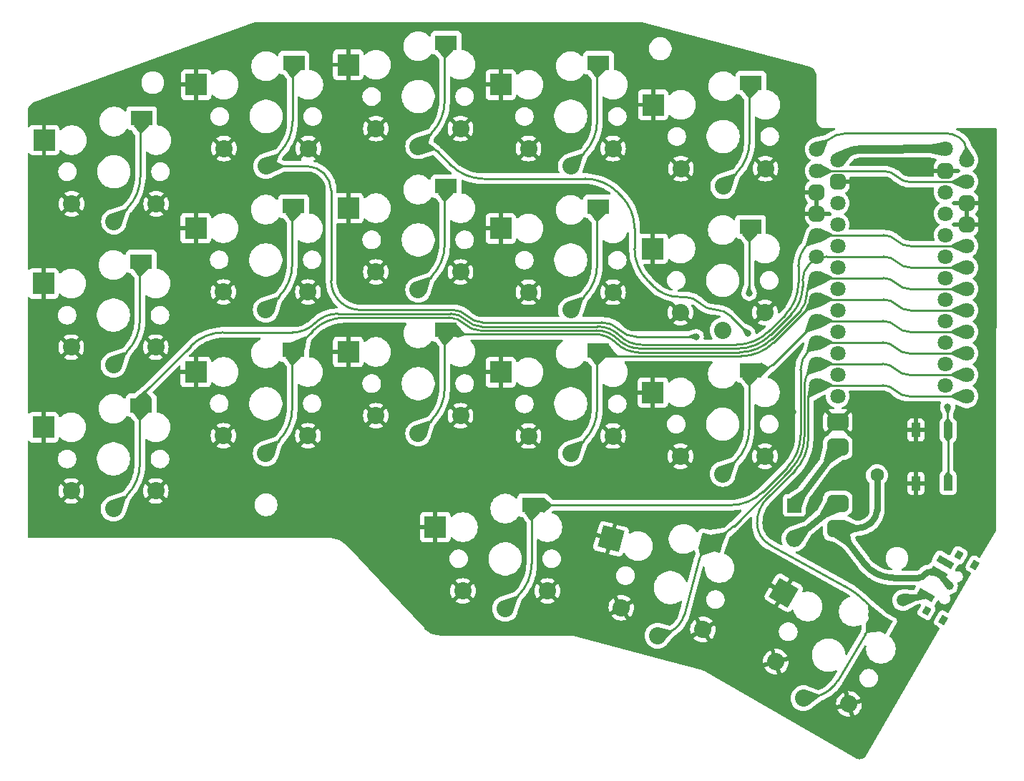
<source format=gbr>
%TF.GenerationSoftware,KiCad,Pcbnew,8.0.6*%
%TF.CreationDate,2024-11-18T19:30:36+07:00*%
%TF.ProjectId,chocowi36-rounded,63686f63-6f77-4693-9336-2d726f756e64,rev?*%
%TF.SameCoordinates,Original*%
%TF.FileFunction,Copper,L1,Top*%
%TF.FilePolarity,Positive*%
%FSLAX46Y46*%
G04 Gerber Fmt 4.6, Leading zero omitted, Abs format (unit mm)*
G04 Created by KiCad (PCBNEW 8.0.6) date 2024-11-18 19:30:36*
%MOMM*%
%LPD*%
G01*
G04 APERTURE LIST*
G04 Aperture macros list*
%AMRoundRect*
0 Rectangle with rounded corners*
0 $1 Rounding radius*
0 $2 $3 $4 $5 $6 $7 $8 $9 X,Y pos of 4 corners*
0 Add a 4 corners polygon primitive as box body*
4,1,4,$2,$3,$4,$5,$6,$7,$8,$9,$2,$3,0*
0 Add four circle primitives for the rounded corners*
1,1,$1+$1,$2,$3*
1,1,$1+$1,$4,$5*
1,1,$1+$1,$6,$7*
1,1,$1+$1,$8,$9*
0 Add four rect primitives between the rounded corners*
20,1,$1+$1,$2,$3,$4,$5,0*
20,1,$1+$1,$4,$5,$6,$7,0*
20,1,$1+$1,$6,$7,$8,$9,0*
20,1,$1+$1,$8,$9,$2,$3,0*%
%AMRotRect*
0 Rectangle, with rotation*
0 The origin of the aperture is its center*
0 $1 length*
0 $2 width*
0 $3 Rotation angle, in degrees counterclockwise*
0 Add horizontal line*
21,1,$1,$2,0,0,$3*%
G04 Aperture macros list end*
%TA.AperFunction,SMDPad,CuDef*%
%ADD10R,1.700000X1.700000*%
%TD*%
%TA.AperFunction,SMDPad,CuDef*%
%ADD11O,2.000000X2.000000*%
%TD*%
%TA.AperFunction,ComponentPad*%
%ADD12C,2.032000*%
%TD*%
%TA.AperFunction,SMDPad,CuDef*%
%ADD13R,2.625000X1.800000*%
%TD*%
%TA.AperFunction,SMDPad,CuDef*%
%ADD14R,2.600000X2.600000*%
%TD*%
%TA.AperFunction,SMDPad,CuDef*%
%ADD15RotRect,2.625000X1.800000X345.000000*%
%TD*%
%TA.AperFunction,SMDPad,CuDef*%
%ADD16RotRect,2.600000X2.600000X345.000000*%
%TD*%
%TA.AperFunction,SMDPad,CuDef*%
%ADD17RotRect,2.625000X1.800000X330.000000*%
%TD*%
%TA.AperFunction,SMDPad,CuDef*%
%ADD18RotRect,2.600000X2.600000X330.000000*%
%TD*%
%TA.AperFunction,ComponentPad*%
%ADD19C,1.800000*%
%TD*%
%TA.AperFunction,ComponentPad*%
%ADD20RoundRect,0.450000X-0.450000X-0.450000X0.450000X-0.450000X0.450000X0.450000X-0.450000X0.450000X0*%
%TD*%
%TA.AperFunction,SMDPad,CuDef*%
%ADD21RotRect,0.800000X2.000000X240.000000*%
%TD*%
%TA.AperFunction,SMDPad,CuDef*%
%ADD22RotRect,0.900000X0.800000X240.000000*%
%TD*%
%TA.AperFunction,SMDPad,CuDef*%
%ADD23RotRect,1.000000X0.800000X240.000000*%
%TD*%
%TA.AperFunction,SMDPad,CuDef*%
%ADD24R,1.000000X1.700000*%
%TD*%
%TA.AperFunction,ComponentPad*%
%ADD25RoundRect,0.450000X0.450000X0.450000X-0.450000X0.450000X-0.450000X-0.450000X0.450000X-0.450000X0*%
%TD*%
%TA.AperFunction,SMDPad,CuDef*%
%ADD26RoundRect,0.500000X0.750000X0.500000X-0.750000X0.500000X-0.750000X-0.500000X0.750000X-0.500000X0*%
%TD*%
%TA.AperFunction,ViaPad*%
%ADD27C,1.600000*%
%TD*%
%TA.AperFunction,ViaPad*%
%ADD28C,0.800000*%
%TD*%
%TA.AperFunction,ViaPad*%
%ADD29C,1.500000*%
%TD*%
%TA.AperFunction,ViaPad*%
%ADD30C,1.000000*%
%TD*%
%TA.AperFunction,Conductor*%
%ADD31C,1.000000*%
%TD*%
%TA.AperFunction,Conductor*%
%ADD32C,0.750000*%
%TD*%
%TA.AperFunction,Conductor*%
%ADD33C,0.250000*%
%TD*%
G04 APERTURE END LIST*
D10*
%TO.P,BT1,2,-*%
%TO.N,Net-(BT1--)*%
X166400000Y-105065000D03*
D11*
%TO.P,BT1,1,+*%
%TO.N,Net-(BT1-+)*%
X166400000Y-109035000D03*
%TD*%
D12*
%TO.P,SW2,1,1*%
%TO.N,Switch2*%
X85910000Y-71480000D03*
D13*
X89197500Y-59230000D03*
D14*
%TO.P,SW2,2,2*%
%TO.N,gnd*%
X77635000Y-61830000D03*
D12*
X80910000Y-69380000D03*
X90910000Y-69380000D03*
%TD*%
%TO.P,SW3,1,1*%
%TO.N,Switch3*%
X103910000Y-64920000D03*
D13*
X107197500Y-52670000D03*
D14*
%TO.P,SW3,2,2*%
%TO.N,gnd*%
X95635000Y-55270000D03*
D12*
X98910000Y-62820000D03*
X108910000Y-62820000D03*
%TD*%
%TO.P,SW4,1,1*%
%TO.N,Switch4*%
X121910000Y-62560000D03*
D13*
X125197500Y-50310000D03*
D14*
%TO.P,SW4,2,2*%
%TO.N,gnd*%
X113635000Y-52910000D03*
D12*
X116910000Y-60460000D03*
X126910000Y-60460000D03*
%TD*%
%TO.P,SW5,1,1*%
%TO.N,Switch5*%
X139954000Y-64920000D03*
D13*
X143241500Y-52670000D03*
D14*
%TO.P,SW5,2,2*%
%TO.N,gnd*%
X131679000Y-55270000D03*
D12*
X134954000Y-62820000D03*
X144954000Y-62820000D03*
%TD*%
%TO.P,SW6,1,1*%
%TO.N,Switch6*%
X157988000Y-67300000D03*
D13*
X161275500Y-55050000D03*
D14*
%TO.P,SW6,2,2*%
%TO.N,gnd*%
X149713000Y-57650000D03*
D12*
X152988000Y-65200000D03*
X162988000Y-65200000D03*
%TD*%
%TO.P,SW8,1,1*%
%TO.N,Switch8*%
X85852000Y-88450000D03*
D13*
X89139500Y-76200000D03*
D14*
%TO.P,SW8,2,2*%
%TO.N,gnd*%
X77577000Y-78800000D03*
D12*
X80852000Y-86350000D03*
X90852000Y-86350000D03*
%TD*%
%TO.P,SW9,1,1*%
%TO.N,Switch9*%
X103870000Y-81910000D03*
D13*
X107157500Y-69660000D03*
D14*
%TO.P,SW9,2,2*%
%TO.N,gnd*%
X95595000Y-72260000D03*
D12*
X98870000Y-79810000D03*
X108870000Y-79810000D03*
%TD*%
%TO.P,SW10,1,1*%
%TO.N,Switch10*%
X121910000Y-79540000D03*
D13*
X125197500Y-67290000D03*
D14*
%TO.P,SW10,2,2*%
%TO.N,gnd*%
X113635000Y-69890000D03*
D12*
X116910000Y-77440000D03*
X126910000Y-77440000D03*
%TD*%
%TO.P,SW11,1,1*%
%TO.N,Switch11*%
X139954000Y-81932000D03*
D13*
X143241500Y-69682000D03*
D14*
%TO.P,SW11,2,2*%
%TO.N,gnd*%
X131679000Y-72282000D03*
D12*
X134954000Y-79832000D03*
X144954000Y-79832000D03*
%TD*%
%TO.P,SW12,1,1*%
%TO.N,Switch12*%
X157940000Y-84340000D03*
D13*
X161227500Y-72090000D03*
D14*
%TO.P,SW12,2,2*%
%TO.N,gnd*%
X149665000Y-74690000D03*
D12*
X152940000Y-82240000D03*
X162940000Y-82240000D03*
%TD*%
%TO.P,SW14,1,1*%
%TO.N,Switch14*%
X85852000Y-105468000D03*
D13*
X89139500Y-93218000D03*
D14*
%TO.P,SW14,2,2*%
%TO.N,gnd*%
X77577000Y-95818000D03*
D12*
X80852000Y-103368000D03*
X90852000Y-103368000D03*
%TD*%
%TO.P,SW15,1,1*%
%TO.N,Switch15*%
X103870000Y-98928000D03*
D13*
X107157500Y-86678000D03*
D14*
%TO.P,SW15,2,2*%
%TO.N,gnd*%
X95595000Y-89278000D03*
D12*
X98870000Y-96828000D03*
X108870000Y-96828000D03*
%TD*%
%TO.P,SW16,1,1*%
%TO.N,Switch16*%
X121910000Y-96558000D03*
D13*
X125197500Y-84308000D03*
D14*
%TO.P,SW16,2,2*%
%TO.N,gnd*%
X113635000Y-86908000D03*
D12*
X116910000Y-94458000D03*
X126910000Y-94458000D03*
%TD*%
%TO.P,SW17,1,1*%
%TO.N,Switch17*%
X139954000Y-98950000D03*
D13*
X143241500Y-86700000D03*
D14*
%TO.P,SW17,2,2*%
%TO.N,gnd*%
X131679000Y-89300000D03*
D12*
X134954000Y-96850000D03*
X144954000Y-96850000D03*
%TD*%
%TO.P,SW18,1,1*%
%TO.N,Switch18*%
X157940000Y-101358000D03*
D13*
X161227500Y-89107999D03*
D14*
%TO.P,SW18,2,2*%
%TO.N,gnd*%
X149665000Y-91708000D03*
D12*
X152940000Y-99258000D03*
X162940000Y-99258000D03*
%TD*%
%TO.P,SW20,1,1*%
%TO.N,Switch20*%
X150226868Y-120499962D03*
D15*
X156572882Y-109518239D03*
D16*
%TO.P,SW20,2,2*%
%TO.N,gnd*%
X144731435Y-109037051D03*
D12*
X145940758Y-117177423D03*
X155600017Y-119765613D03*
%TD*%
%TO.P,SW21,1,1*%
%TO.N,Switch21*%
X167500000Y-127900049D03*
D17*
X176472059Y-118934989D03*
D18*
%TO.P,SW21,2,2*%
%TO.N,gnd*%
X165158640Y-115405405D03*
D12*
X164219873Y-123581398D03*
X172880127Y-128581397D03*
%TD*%
D19*
%TO.P,U2,1,P0.06*%
%TO.N,Switch6*%
X186790000Y-64210000D03*
%TO.P,U2,2,P0.08*%
%TO.N,Switch5*%
X186790000Y-66750000D03*
D20*
%TO.P,U2,3,GND*%
%TO.N,gnd*%
X186790000Y-69290000D03*
%TO.P,U2,4,GND*%
X186790000Y-71830000D03*
D19*
%TO.P,U2,5,P0.17*%
%TO.N,Switch14*%
X186790000Y-74370000D03*
%TO.P,U2,6,P0.20*%
%TO.N,Switch15*%
X186790000Y-76910000D03*
%TO.P,U2,7,P0.22*%
%TO.N,Switch16*%
X186790000Y-79450000D03*
%TO.P,U2,8,P0.24*%
%TO.N,Switch17*%
X186790000Y-81990000D03*
%TO.P,U2,9,P1.00*%
%TO.N,Switch18*%
X186790000Y-84530000D03*
%TO.P,U2,10,P0.11*%
%TO.N,Switch19*%
X186790000Y-87070000D03*
%TO.P,U2,11,P1.04-LF*%
%TO.N,Switch20*%
X186790000Y-89610000D03*
%TO.P,U2,12,P1.06-LF*%
%TO.N,Switch21*%
X186790000Y-92150000D03*
%TO.P,U2,13,P0.09-LF*%
%TO.N,Switch8*%
X171550000Y-92150000D03*
%TO.P,U2,14,P0.10-LF*%
%TO.N,Switch9*%
X171550000Y-89610000D03*
%TO.P,U2,15,P1.11-LF*%
%TO.N,Switch10*%
X171550000Y-87070000D03*
%TO.P,U2,16,P1.13-LF*%
%TO.N,Switch11*%
X171550000Y-84530000D03*
%TO.P,U2,17,P1.15-LF*%
%TO.N,Switch3*%
X171550000Y-81990000D03*
%TO.P,U2,18,P0.02-LF*%
%TO.N,Switch4*%
X171550000Y-79450000D03*
%TO.P,U2,19,P0.29-LF*%
%TO.N,Switch12*%
X171550000Y-76910000D03*
%TO.P,U2,20,P0.31-LF*%
%TO.N,Switch2*%
X171550000Y-74370000D03*
%TO.P,U2,21,3V3*%
%TO.N,unconnected-(U2-3V3-Pad21)*%
X171550000Y-71830000D03*
%TO.P,U2,22,RST*%
%TO.N,reset*%
X171550000Y-69290000D03*
D20*
%TO.P,U2,23,GND*%
%TO.N,gnd*%
X171550000Y-66750000D03*
D19*
%TO.P,U2,24,BAT+*%
%TO.N,+BATT*%
X171570000Y-64180000D03*
%TD*%
D12*
%TO.P,SW19,1,1*%
%TO.N,Switch19*%
X132200000Y-117300000D03*
D13*
X135487500Y-105049999D03*
D14*
%TO.P,SW19,2,2*%
%TO.N,gnd*%
X123925000Y-107650000D03*
D12*
X127200000Y-115200000D03*
X137200000Y-115200000D03*
%TD*%
D21*
%TO.P,SW_POWER1,1,1*%
%TO.N,unconnected-(SW_POWER1-Pad1)*%
X184267847Y-111758319D03*
%TO.P,SW_POWER1,2,2*%
%TO.N,+BATT*%
X182017847Y-115655433D03*
%TO.P,SW_POWER1,COM,COM*%
%TO.N,Net-(T1-Load+)*%
X183517847Y-113057357D03*
D22*
%TO.P,SW_POWER1,GND*%
%TO.N,N/C*%
X182050721Y-117548493D03*
D23*
X184024279Y-118630191D03*
X187774279Y-112135001D03*
D22*
X185850721Y-110966701D03*
%TD*%
D24*
%TO.P,SW_RST1,1,1*%
%TO.N,gnd*%
X180800000Y-102450000D03*
X180800000Y-96150000D03*
%TO.P,SW_RST1,2,2*%
%TO.N,reset*%
X184600000Y-102450000D03*
X184600000Y-96150000D03*
%TD*%
D19*
%TO.P,U1,1,P0.06*%
%TO.N,Switch6*%
X169060000Y-62920000D03*
%TO.P,U1,2,P0.08*%
%TO.N,Switch5*%
X169060000Y-65460000D03*
D25*
%TO.P,U1,3,GND*%
%TO.N,gnd*%
X169060000Y-68000000D03*
%TO.P,U1,4,GND*%
X169060000Y-70540000D03*
D19*
%TO.P,U1,5,P0.17*%
%TO.N,Switch14*%
X169060000Y-73080000D03*
%TO.P,U1,6,P0.20*%
%TO.N,Switch15*%
X169060000Y-75620000D03*
%TO.P,U1,7,P0.22*%
%TO.N,Switch16*%
X169060000Y-78160000D03*
%TO.P,U1,8,P0.24*%
%TO.N,Switch17*%
X169060000Y-80700000D03*
%TO.P,U1,9,P1.00*%
%TO.N,Switch18*%
X169060000Y-83240000D03*
%TO.P,U1,10,P0.11*%
%TO.N,Switch19*%
X169060000Y-85780000D03*
%TO.P,U1,11,P1.04-LF*%
%TO.N,Switch20*%
X169060000Y-88320000D03*
%TO.P,U1,12,P1.06-LF*%
%TO.N,Switch21*%
X169060000Y-90860000D03*
%TO.P,U1,13,P0.09-LF*%
%TO.N,Switch8*%
X184300000Y-90860000D03*
%TO.P,U1,14,P0.10-LF*%
%TO.N,Switch9*%
X184300000Y-88320000D03*
%TO.P,U1,15,P1.11-LF*%
%TO.N,Switch10*%
X184300000Y-85780000D03*
%TO.P,U1,16,P1.13-LF*%
%TO.N,Switch11*%
X184300000Y-83240000D03*
%TO.P,U1,17,P1.15-LF*%
%TO.N,Switch3*%
X184300000Y-80700000D03*
%TO.P,U1,18,P0.02-LF*%
%TO.N,Switch4*%
X184300000Y-78160000D03*
%TO.P,U1,19,P0.29-LF*%
%TO.N,Switch12*%
X184300000Y-75620000D03*
%TO.P,U1,20,P0.31-LF*%
%TO.N,Switch2*%
X184300000Y-73080000D03*
%TO.P,U1,21,3V3*%
%TO.N,unconnected-(U1-3V3-Pad21)*%
X184300000Y-70540000D03*
%TO.P,U1,22,RST*%
%TO.N,reset*%
X184300000Y-68000000D03*
D25*
%TO.P,U1,23,GND*%
%TO.N,gnd*%
X184300000Y-65460000D03*
D19*
%TO.P,U1,24,BAT+*%
%TO.N,+BATT*%
X184280000Y-62890000D03*
%TD*%
D26*
%TO.P,T1,1,Bat+*%
%TO.N,Net-(BT1-+)*%
X171550000Y-104810000D03*
%TO.P,T1,2,Bat-*%
%TO.N,Net-(BT1--)*%
X171550000Y-98200000D03*
%TO.P,T1,3,Load+*%
%TO.N,Net-(T1-Load+)*%
X171550000Y-107800000D03*
%TO.P,T1,4,Load-*%
%TO.N,gnd*%
X171550000Y-95200000D03*
%TD*%
D27*
%TO.N,Net-(T1-Load+)*%
X176200000Y-101500000D03*
D28*
%TO.N,gnd*%
X166200000Y-94000000D03*
%TO.N,reset*%
X184550000Y-93400000D03*
%TO.N,Switch3*%
X154800000Y-85100000D03*
%TO.N,Switch4*%
X160900000Y-84700000D03*
%TO.N,Switch12*%
X161065000Y-79950000D03*
D29*
%TO.N,+BATT*%
X179250000Y-116300000D03*
D30*
%TO.N,Net-(T1-Load+)*%
X184750000Y-114600000D03*
%TD*%
D31*
%TO.N,+BATT*%
X174306029Y-62899042D02*
G75*
G03*
X172410006Y-63540008I2871J-3133258D01*
G01*
D32*
%TO.N,Net-(T1-Load+)*%
X182808923Y-112978678D02*
G75*
G02*
X183962988Y-113614682I-189723J-1709322D01*
G01*
X175450000Y-107175000D02*
G75*
G02*
X173723718Y-107800021I-1726300J2071500D01*
G01*
X182562189Y-112951295D02*
G75*
G03*
X181824997Y-113274998I-88689J-799305D01*
G01*
X176200000Y-105573718D02*
G75*
G02*
X175449991Y-107174989I-2084400J18D01*
G01*
X174615685Y-111875968D02*
G75*
G03*
X178169815Y-113649997I3554115J2673168D01*
G01*
X181825000Y-113275000D02*
G75*
G02*
X181084973Y-113649973I-740000J542700D01*
G01*
X171595081Y-107859938D02*
G75*
G02*
X171625000Y-107799942I29919J22538D01*
G01*
D31*
X171625000Y-107800000D02*
G75*
G03*
X171595127Y-107859903I0J-37400D01*
G01*
D32*
X171625000Y-107800000D02*
X171625000Y-107800000D01*
D33*
%TO.N,Switch21*%
X175624658Y-117248658D02*
G75*
G02*
X175991995Y-118135500I-886858J-886842D01*
G01*
X178405000Y-91505000D02*
G75*
G03*
X176847832Y-90859987I-1557200J-1557200D01*
G01*
X168555000Y-91365000D02*
G75*
G03*
X168049991Y-92584177I1219200J-1219200D01*
G01*
X162000000Y-107160500D02*
G75*
G03*
X163522920Y-109740578I2947000J0D01*
G01*
X175996000Y-119377500D02*
G75*
G03*
X174781778Y-120312890I550900J-1970900D01*
G01*
X171596904Y-125741639D02*
G75*
G02*
X169309995Y-127609984I-3661704J2148239D01*
G01*
X163229981Y-104190957D02*
G75*
G03*
X162000008Y-107160500I2969719J-2969543D01*
G01*
X168050000Y-97116731D02*
G75*
G02*
X166456237Y-100964531I-5441800J31D01*
G01*
X172404157Y-114642783D02*
G75*
G02*
X174883998Y-116508002I-5353157J-9698217D01*
G01*
X178405000Y-91505000D02*
G75*
G03*
X179962167Y-92150013I1557200J1557200D01*
G01*
%TO.N,Switch20*%
X153373014Y-118032279D02*
G75*
G02*
X151729993Y-120029986I-3046114J830779D01*
G01*
X178415000Y-88965000D02*
G75*
G03*
X176857832Y-88319987I-1557200J-1557200D01*
G01*
X156103000Y-110139000D02*
G75*
G03*
X155178821Y-111411055I1217100J-1856000D01*
G01*
X178415000Y-88965000D02*
G75*
G03*
X179972167Y-89610013I1557200J1557200D01*
G01*
X168330000Y-89050000D02*
G75*
G03*
X167599990Y-90812375I1762400J-1762400D01*
G01*
X159265873Y-107518152D02*
G75*
G02*
X157521998Y-108915497I-7206373J7206652D01*
G01*
X167600000Y-96930340D02*
G75*
G02*
X166006160Y-100778041I-5441400J40D01*
G01*
%TO.N,Switch19*%
X178425000Y-86425000D02*
G75*
G03*
X179982167Y-87070013I1557200J1557200D01*
G01*
X168105000Y-86735000D02*
G75*
G03*
X167149989Y-89040573I2305600J-2305600D01*
G01*
X135325000Y-111965291D02*
G75*
G02*
X133762503Y-115737503I-5334700J-9D01*
G01*
X178425000Y-86425000D02*
G75*
G03*
X176867832Y-85779987I-1557200J-1557200D01*
G01*
X162691778Y-103456195D02*
G75*
G02*
X158844038Y-105050021I-3847778J3847695D01*
G01*
X167150000Y-96743934D02*
G75*
G02*
X165556198Y-100591686I-5441600J34D01*
G01*
%TO.N,Switch17*%
X143079000Y-93615291D02*
G75*
G02*
X141516503Y-97387503I-5334700J-9D01*
G01*
X178545000Y-81345000D02*
G75*
G03*
X180102167Y-81990013I1557200J1557200D01*
G01*
X143160500Y-86781250D02*
G75*
G03*
X143078978Y-86977581I195700J-196350D01*
G01*
X178545000Y-81345000D02*
G75*
G03*
X176987832Y-80699987I-1557200J-1557200D01*
G01*
X163953792Y-85806207D02*
G75*
G02*
X160106036Y-87400010I-3847792J3847807D01*
G01*
X143592000Y-87050000D02*
G75*
G03*
X144436974Y-87400010I845000J845000D01*
G01*
X143323375Y-86781375D02*
G75*
G03*
X143160525Y-86781275I-81475J-81525D01*
G01*
%TO.N,Switch16*%
X145375000Y-85875000D02*
G75*
G03*
X142779720Y-84799992I-2595300J-2595300D01*
G01*
X125279375Y-84389375D02*
G75*
G03*
X125116525Y-84389275I-81475J-81525D01*
G01*
X169926205Y-78160000D02*
G75*
G03*
X168447498Y-78772498I-5J-2091200D01*
G01*
X178505000Y-78805000D02*
G75*
G03*
X180062167Y-79450013I1557200J1557200D01*
G01*
X163767730Y-85356156D02*
G75*
G02*
X159920044Y-86950018I-3847730J3847456D01*
G01*
X168447500Y-78772500D02*
G75*
G03*
X167835002Y-80251205I1478700J-1478700D01*
G01*
X145375000Y-85875000D02*
G75*
G03*
X147970279Y-86950008I2595300J2595300D01*
G01*
X125116500Y-84389250D02*
G75*
G03*
X125034978Y-84585581I195700J-196350D01*
G01*
X167835000Y-80336800D02*
G75*
G02*
X167162007Y-81961656I-2298000J0D01*
G01*
X125035000Y-91223291D02*
G75*
G02*
X123472503Y-94995503I-5334700J-9D01*
G01*
X125444000Y-84554000D02*
G75*
G03*
X126037896Y-84800001I593900J593900D01*
G01*
X178505000Y-78805000D02*
G75*
G03*
X176947832Y-78159987I-1557200J-1557200D01*
G01*
%TO.N,Switch15*%
X106995000Y-93593291D02*
G75*
G02*
X105432503Y-97365503I-5334700J-9D01*
G01*
X178565000Y-76265000D02*
G75*
G03*
X180122167Y-76910013I1557200J1557200D01*
G01*
X167385000Y-79198600D02*
G75*
G02*
X166038931Y-82448228I-4595600J0D01*
G01*
X107076500Y-86759250D02*
G75*
G03*
X106994978Y-86955581I195700J-196350D01*
G01*
X170244403Y-75620000D02*
G75*
G03*
X168222499Y-76457499I-3J-2859400D01*
G01*
X168222500Y-76457500D02*
G75*
G03*
X167385002Y-78479403I2021900J-2021900D01*
G01*
X163580825Y-84906233D02*
G75*
G02*
X159733032Y-86500023I-3847825J3847933D01*
G01*
X127391500Y-83591500D02*
G75*
G03*
X125560319Y-82832992I-1831200J-1831200D01*
G01*
X145561000Y-85425000D02*
G75*
G03*
X142965720Y-84349992I-2595300J-2595300D01*
G01*
X145561000Y-85425000D02*
G75*
G03*
X148156279Y-86500008I2595300J2595300D01*
G01*
X127391500Y-83591500D02*
G75*
G03*
X129222680Y-84350008I1831200J1831200D01*
G01*
X113255934Y-82833000D02*
G75*
G03*
X109408414Y-84426958I-34J-5440500D01*
G01*
X178565000Y-76265000D02*
G75*
G03*
X177007832Y-75619987I-1557200J-1557200D01*
G01*
X107239364Y-86596614D02*
X107076500Y-86759250D01*
%TO.N,Switch14*%
X163394758Y-84456178D02*
G75*
G02*
X159547041Y-86050024I-3847758J3847578D01*
G01*
X88977000Y-100133291D02*
G75*
G02*
X87414503Y-103905503I-5334700J-9D01*
G01*
X167980000Y-74160000D02*
G75*
G03*
X166900021Y-76767350I2607300J-2607300D01*
G01*
X178525000Y-73725000D02*
G75*
G03*
X180082167Y-74370013I1557200J1557200D01*
G01*
X178525000Y-73725000D02*
G75*
G03*
X176967832Y-73079987I-1557200J-1557200D01*
G01*
X166900000Y-78696832D02*
G75*
G02*
X165306217Y-82544609I-5441700J32D01*
G01*
X127577500Y-83141500D02*
G75*
G03*
X129408680Y-83900008I1831200J1831200D01*
G01*
X89058250Y-93299250D02*
G75*
G03*
X88977002Y-93495404I196150J-196150D01*
G01*
X98861463Y-84600000D02*
G75*
G03*
X95013736Y-86193821I37J-5441500D01*
G01*
X145748000Y-84975000D02*
G75*
G03*
X143152720Y-83899992I-2595300J-2595300D01*
G01*
X127577500Y-83141500D02*
G75*
G03*
X125746319Y-82382992I-1831200J-1831200D01*
G01*
X112383655Y-82383000D02*
G75*
G03*
X109707534Y-83491534I45J-3784600D01*
G01*
X109707500Y-83491500D02*
G75*
G02*
X107031344Y-84600018I-2676200J2676200D01*
G01*
X89546086Y-91661413D02*
G75*
G03*
X89139507Y-92643000I981614J-981587D01*
G01*
X89139500Y-93103095D02*
G75*
G02*
X89058251Y-93299251I-277400J-5D01*
G01*
X145748000Y-84975000D02*
G75*
G03*
X148343279Y-86050008I2595300J2595300D01*
G01*
%TO.N,Switch12*%
X161146500Y-72171250D02*
G75*
G03*
X161064978Y-72367581I195700J-196350D01*
G01*
%TO.N,Switch11*%
X143160500Y-69763250D02*
G75*
G03*
X143078978Y-69959581I195700J-196350D01*
G01*
X143079000Y-76597291D02*
G75*
G02*
X141516503Y-80369503I-5334700J-9D01*
G01*
%TO.N,Switch10*%
X125116500Y-67371250D02*
G75*
G03*
X125034978Y-67567581I195700J-196350D01*
G01*
X125035000Y-74205291D02*
G75*
G02*
X123472503Y-77977503I-5334700J-9D01*
G01*
%TO.N,Switch9*%
X107076500Y-69741250D02*
G75*
G03*
X106994978Y-69937581I195700J-196350D01*
G01*
X106995000Y-76575291D02*
G75*
G02*
X105432503Y-80347503I-5334700J-9D01*
G01*
%TO.N,Switch8*%
X89058250Y-76281250D02*
G75*
G03*
X88977002Y-76477404I196150J-196150D01*
G01*
X88977000Y-83115291D02*
G75*
G02*
X87414503Y-86887503I-5334700J-9D01*
G01*
%TO.N,Switch6*%
X185950000Y-61525000D02*
G75*
G03*
X184193117Y-60999998I-1756900J-2677200D01*
G01*
X172706236Y-61000000D02*
G75*
G03*
X170154985Y-61959983I-36J-3870000D01*
G01*
X161194500Y-55131250D02*
G75*
G03*
X161112978Y-55327581I195700J-196350D01*
G01*
X161113000Y-61965291D02*
G75*
G02*
X159550503Y-65737503I-5334700J-9D01*
G01*
X185950000Y-61525000D02*
G75*
G02*
X186767736Y-63006718I-994400J-1515300D01*
G01*
%TO.N,Switch5*%
X143079000Y-59585291D02*
G75*
G02*
X141516503Y-63357503I-5334700J-9D01*
G01*
X178555000Y-66145000D02*
G75*
G03*
X180112167Y-66790013I1557200J1557200D01*
G01*
X143160500Y-52751250D02*
G75*
G03*
X143078978Y-52947581I195700J-196350D01*
G01*
X178555000Y-66145000D02*
G75*
G03*
X176997832Y-65499987I-1557200J-1557200D01*
G01*
%TO.N,Switch4*%
X125035000Y-57225291D02*
G75*
G02*
X123472503Y-60997503I-5334700J-9D01*
G01*
X122493363Y-61976636D02*
G75*
G03*
X122735000Y-62560045I241637J-241664D01*
G01*
X125116500Y-50391250D02*
G75*
G03*
X125034978Y-50587581I195700J-196350D01*
G01*
X155257415Y-81157660D02*
G75*
G03*
X157050000Y-81900005I1792585J1793160D01*
G01*
X147500000Y-74646020D02*
G75*
G03*
X149093708Y-78493899I5442100J20D01*
G01*
X145493792Y-67993792D02*
G75*
G03*
X141646036Y-66399989I-3847792J-3847808D01*
G01*
X145906207Y-68406207D02*
G75*
G02*
X147500011Y-72253963I-3847807J-3847793D01*
G01*
X158842462Y-82642462D02*
G75*
G03*
X157050000Y-81899993I-1792462J-1792438D01*
G01*
X155243500Y-81143750D02*
G75*
G03*
X153417324Y-80387474I-1826200J-1826750D01*
G01*
X125806207Y-64806207D02*
G75*
G03*
X129653963Y-66400011I3847793J3847807D01*
G01*
X124143363Y-63143363D02*
G75*
G03*
X122735000Y-62559992I-1408363J-1408337D01*
G01*
X149749651Y-79149974D02*
G75*
G03*
X152737000Y-80387514I2987349J2986874D01*
G01*
%TO.N,Switch3*%
X110760000Y-65760000D02*
G75*
G02*
X111599984Y-67787939I-2027900J-2027900D01*
G01*
X127739500Y-82666500D02*
G75*
G03*
X125968674Y-81933011I-1770800J-1770800D01*
G01*
X107116500Y-52751250D02*
G75*
G03*
X107034978Y-52947581I195700J-196350D01*
G01*
X110760000Y-65760000D02*
G75*
G03*
X108732060Y-64920016I-2027900J-2027900D01*
G01*
X127739500Y-82666500D02*
G75*
G03*
X129510325Y-83399989I1770800J1770800D01*
G01*
X107035000Y-59585291D02*
G75*
G02*
X105472503Y-63357503I-5334700J-9D01*
G01*
X111600000Y-78462451D02*
G75*
G03*
X112616486Y-80916514I3470500J-49D01*
G01*
X145659000Y-84250000D02*
G75*
G03*
X143606918Y-83399992I-2052100J-2052100D01*
G01*
X112616500Y-80916500D02*
G75*
G03*
X115070548Y-81932980I2454000J2454000D01*
G01*
X145659000Y-84250000D02*
G75*
G03*
X147711081Y-85100008I2052100J2052100D01*
G01*
%TO.N,Switch2*%
X89035000Y-66145291D02*
G75*
G02*
X87472503Y-69917503I-5334700J-9D01*
G01*
X89116250Y-59311250D02*
G75*
G03*
X89035002Y-59507404I196150J-196150D01*
G01*
%TO.N,reset*%
X184550000Y-96064644D02*
G75*
G03*
X184575013Y-96124987I85400J44D01*
G01*
X184575000Y-96125000D02*
G75*
G02*
X184600018Y-96185355I-60400J-60400D01*
G01*
X184600000Y-97725000D02*
X184600000Y-100875000D01*
%TO.N,Switch18*%
X161343081Y-89108000D02*
G75*
G03*
X161146517Y-89189267I19J-278400D01*
G01*
X161065000Y-96023291D02*
G75*
G02*
X159502503Y-99795503I-5334700J-9D01*
G01*
X161146500Y-89189250D02*
G75*
G03*
X161064978Y-89385581I195700J-196350D01*
G01*
X178485000Y-83885000D02*
G75*
G03*
X180042167Y-84530013I1557200J1557200D01*
G01*
X163886378Y-88413621D02*
G75*
G02*
X162210000Y-89107987I-1676378J1676421D01*
G01*
X178485000Y-83885000D02*
G75*
G03*
X176927832Y-83239987I-1557200J-1557200D01*
G01*
%TO.N,gnd*%
X186787500Y-69407500D02*
G75*
G03*
X186789914Y-69406466I1000J1000D01*
G01*
X166200000Y-94999000D02*
G75*
G02*
X165493601Y-96704400I-2411800J0D01*
G01*
D32*
%TO.N,Net-(BT1-+)*%
X166400000Y-109035000D02*
X171550000Y-104810000D01*
%TO.N,Net-(BT1--)*%
X166400000Y-105065000D02*
X171550000Y-98200000D01*
%TO.N,Net-(T1-Load+)*%
X176200000Y-105573718D02*
X176200000Y-101500000D01*
X173723718Y-107800000D02*
X171625000Y-107800000D01*
D31*
X171625000Y-107800000D02*
X171700000Y-107800000D01*
D33*
%TO.N,gnd*%
X166200000Y-94999000D02*
X166200000Y-94000000D01*
X186787500Y-69407500D02*
X186785000Y-69405000D01*
X186790000Y-69406464D02*
X186790000Y-69290000D01*
X165493600Y-96704399D02*
X162940000Y-99258000D01*
%TO.N,Switch18*%
X161065000Y-96023291D02*
X161065000Y-89385581D01*
X163886378Y-88413621D02*
X169060000Y-83240000D01*
X180042167Y-84530000D02*
X186790000Y-84530000D01*
X169060000Y-83240000D02*
X176927832Y-83240000D01*
X161343081Y-89108000D02*
X162210000Y-89108000D01*
X159502500Y-99795500D02*
X157940000Y-101358000D01*
%TO.N,reset*%
X184550000Y-93400000D02*
X184550000Y-96064644D01*
X184600000Y-100875000D02*
X184600000Y-102450000D01*
X184600000Y-97725000D02*
X184600000Y-96185355D01*
%TO.N,Switch2*%
X87472500Y-69917500D02*
X85910000Y-71480000D01*
X89116250Y-59311250D02*
X89197500Y-59230000D01*
X89035000Y-66145291D02*
X89035000Y-59507404D01*
%TO.N,Switch3*%
X129510325Y-83400000D02*
X143606918Y-83400000D01*
X103910000Y-64920000D02*
X105472500Y-63357500D01*
X107035000Y-52947581D02*
X107035000Y-59585291D01*
X103910000Y-64920000D02*
X108732060Y-64920000D01*
X125968674Y-81933000D02*
X115070548Y-81933000D01*
X111600000Y-67787939D02*
X111600000Y-78462451D01*
X107116500Y-52751250D02*
X107198000Y-52670000D01*
X154800000Y-85100000D02*
X147711081Y-85100000D01*
%TO.N,Switch4*%
X141646036Y-66400000D02*
X129653963Y-66400000D01*
X125035000Y-57225291D02*
X125035000Y-50587581D01*
X158842462Y-82642462D02*
X160900000Y-84700000D01*
X145493792Y-67993792D02*
X145906207Y-68406207D01*
X125116500Y-50391250D02*
X125198000Y-50310000D01*
X155257415Y-81157660D02*
X155243500Y-81143750D01*
X153417324Y-80387500D02*
X152737000Y-80387500D01*
X147500000Y-74646020D02*
X147500000Y-72253963D01*
X125806207Y-64806207D02*
X124143363Y-63143363D01*
X123472499Y-60997499D02*
X122493363Y-61976636D01*
X149093689Y-78493918D02*
X149749651Y-79149974D01*
%TO.N,Switch5*%
X143160500Y-52751250D02*
X143242000Y-52670000D01*
X176997832Y-65500000D02*
X169090000Y-65500000D01*
X141516500Y-63357500D02*
X139954000Y-64920000D01*
X143079000Y-59585291D02*
X143079000Y-52947581D01*
X180112167Y-66790000D02*
X186820000Y-66790000D01*
%TO.N,Switch6*%
X186767717Y-63006718D02*
X186790000Y-64210000D01*
X184193117Y-61000000D02*
X172706236Y-61000000D01*
X161194500Y-55131250D02*
X161276000Y-55050000D01*
X170155000Y-61960000D02*
X169060000Y-62920000D01*
X161113000Y-55327581D02*
X161113000Y-61965291D01*
X159550500Y-65737500D02*
X157988000Y-67300000D01*
%TO.N,Switch8*%
X88977000Y-76477404D02*
X88977000Y-83115291D01*
X87414500Y-86887500D02*
X85852000Y-88450000D01*
X89058250Y-76281250D02*
X89139500Y-76200000D01*
%TO.N,Switch9*%
X106995000Y-69937581D02*
X106995000Y-76575291D01*
X105432500Y-80347500D02*
X103870000Y-81910000D01*
X107076500Y-69741250D02*
X107158000Y-69660000D01*
%TO.N,Switch10*%
X125116500Y-67371250D02*
X125198000Y-67290000D01*
X123472500Y-77977500D02*
X121910000Y-79540000D01*
X125035000Y-67567581D02*
X125035000Y-74205291D01*
%TO.N,Switch11*%
X143079000Y-69959581D02*
X143079000Y-76597291D01*
X143160500Y-69763250D02*
X143242000Y-69682000D01*
X141516500Y-80369500D02*
X139954000Y-81932000D01*
%TO.N,Switch12*%
X161065000Y-72367581D02*
X161065000Y-79950000D01*
X161146500Y-72171250D02*
X161228000Y-72090000D01*
%TO.N,Switch14*%
X166900000Y-76767350D02*
X166900000Y-78696832D01*
X129408680Y-83900000D02*
X143152720Y-83900000D01*
X89139500Y-92643000D02*
X89139500Y-93103095D01*
X95013707Y-86193792D02*
X89546086Y-91661413D01*
X167980000Y-74160000D02*
X169060000Y-73080000D01*
X87414500Y-103905500D02*
X85852000Y-105468000D01*
X88977000Y-100133291D02*
X88977000Y-93495404D01*
X180082167Y-74370000D02*
X186790000Y-74370000D01*
X163394758Y-84456178D02*
X165306235Y-82544627D01*
X98861463Y-84600000D02*
X107031344Y-84600000D01*
X169060000Y-73080000D02*
X176967832Y-73080000D01*
X159547041Y-86050000D02*
X148343279Y-86050000D01*
X125746319Y-82383000D02*
X112383655Y-82383000D01*
%TO.N,Switch15*%
X180122167Y-76910000D02*
X186790000Y-76910000D01*
X166038926Y-82448223D02*
X163580825Y-84906233D01*
X167385000Y-79198600D02*
X167385000Y-78479403D01*
X107239364Y-86596614D02*
X109408435Y-84426979D01*
X106995000Y-93593291D02*
X106995000Y-86955581D01*
X170244403Y-75620000D02*
X177007832Y-75620000D01*
X125560319Y-82833000D02*
X113255934Y-82833000D01*
X142965720Y-84350000D02*
X129222680Y-84350000D01*
X105432500Y-97365500D02*
X103870000Y-98928000D01*
X159733032Y-86500000D02*
X148156279Y-86500000D01*
%TO.N,Switch16*%
X159920044Y-86950000D02*
X147970279Y-86950000D01*
X169926205Y-78160000D02*
X176947832Y-78160000D01*
X123472500Y-94995500D02*
X121910000Y-96558000D01*
X167835000Y-80251205D02*
X167835000Y-80336800D01*
X125279375Y-84389375D02*
X125444000Y-84554000D01*
X180062167Y-79450000D02*
X186790000Y-79450000D01*
X142779720Y-84800000D02*
X126037896Y-84800000D01*
X125035000Y-84585581D02*
X125035000Y-91223291D01*
X163767730Y-85356156D02*
X167161999Y-81961648D01*
%TO.N,Switch17*%
X143592000Y-87050000D02*
X143323375Y-86781375D01*
X180102167Y-81990000D02*
X186790000Y-81990000D01*
X141516500Y-97387500D02*
X139954000Y-98950000D01*
X160106036Y-87400000D02*
X144436974Y-87400000D01*
X163953792Y-85806207D02*
X169060000Y-80700000D01*
X143079000Y-93615291D02*
X143079000Y-86977581D01*
X176987832Y-80700000D02*
X169060000Y-80700000D01*
D32*
%TO.N,+BATT*%
X179250000Y-116300000D02*
X182017847Y-115655433D01*
D31*
X174306029Y-62899042D02*
X184280000Y-62890000D01*
X172410000Y-63540000D02*
X171570000Y-64180000D01*
D33*
%TO.N,Switch19*%
X158844038Y-105050000D02*
X135488000Y-105050000D01*
X136288000Y-104940000D02*
X136125000Y-105102000D01*
X135325000Y-111965291D02*
X135325000Y-105212000D01*
X162691778Y-103456195D02*
X165556219Y-100591707D01*
X167150000Y-89040573D02*
X167150000Y-96743934D01*
X179982167Y-87070000D02*
X186790000Y-87070000D01*
X133762500Y-115737500D02*
X132200000Y-117300000D01*
X176867832Y-85780000D02*
X169060000Y-85780000D01*
X168105000Y-86735000D02*
X169060000Y-85780000D01*
%TO.N,Switch20*%
X167600000Y-90812375D02*
X167600000Y-96930340D01*
X159265873Y-107518152D02*
X166006183Y-100778064D01*
X153373014Y-118032279D02*
X155178804Y-111411050D01*
X168330000Y-89050000D02*
X169060000Y-88320000D01*
X151730000Y-120030000D02*
X150460000Y-120660000D01*
X176857832Y-88320000D02*
X169060000Y-88320000D01*
X179972167Y-89610000D02*
X186790000Y-89610000D01*
X156103000Y-110139000D02*
X156806000Y-109678000D01*
X157522000Y-108915500D02*
X156573000Y-109518000D01*
%TO.N,Switch21*%
X168555000Y-91365000D02*
X169060000Y-90860000D01*
X179962167Y-92150000D02*
X186790000Y-92150000D01*
X163522908Y-109740600D02*
X172404157Y-114642783D01*
X163229981Y-104190957D02*
X166456242Y-100964536D01*
X168050000Y-92584177D02*
X168050000Y-97116731D01*
X169310000Y-127610000D02*
X167820000Y-128120000D01*
X176847832Y-90860000D02*
X169060000Y-90860000D01*
X175624658Y-117248658D02*
X174884000Y-116508000D01*
X174781772Y-120312887D02*
X171596904Y-125741639D01*
X175996000Y-119377500D02*
X176792000Y-119155000D01*
X175992000Y-118135500D02*
X175992000Y-118655000D01*
D32*
%TO.N,Net-(T1-Load+)*%
X182808923Y-112978678D02*
X182562189Y-112951295D01*
X174615685Y-111875968D02*
X171595081Y-107859938D01*
X183962994Y-113614677D02*
X184750000Y-114600000D01*
X178169815Y-113650000D02*
X181084973Y-113650000D01*
%TD*%
%TA.AperFunction,Conductor*%
%TO.N,gnd*%
G36*
X148350425Y-47844692D02*
G01*
X168173424Y-53111578D01*
X168183771Y-53114818D01*
X168343252Y-53172544D01*
X168361621Y-53180942D01*
X168505596Y-53261555D01*
X168522360Y-53272829D01*
X168651328Y-53375753D01*
X168666042Y-53389601D01*
X168776577Y-53512099D01*
X168788846Y-53528154D01*
X168878022Y-53666983D01*
X168887520Y-53684814D01*
X168952967Y-53836291D01*
X168959441Y-53855425D01*
X168999413Y-54015507D01*
X169002695Y-54035443D01*
X169016536Y-54204744D01*
X169016947Y-54215243D01*
X169000497Y-59382807D01*
X169000470Y-59385035D01*
X168998750Y-59466294D01*
X168998750Y-59466295D01*
X169024458Y-59633864D01*
X169024924Y-59636899D01*
X169030334Y-59652984D01*
X169079161Y-59798159D01*
X169079947Y-59800494D01*
X169162191Y-59952241D01*
X169162194Y-59952244D01*
X169162194Y-59952245D01*
X169169906Y-59962001D01*
X169269224Y-60087648D01*
X169269226Y-60087650D01*
X169269228Y-60087652D01*
X169397871Y-60202704D01*
X169397879Y-60202711D01*
X169544340Y-60294018D01*
X169544346Y-60294020D01*
X169544347Y-60294021D01*
X169704298Y-60358882D01*
X169872997Y-60395371D01*
X169890200Y-60396053D01*
X169905655Y-60398401D01*
X169905689Y-60398147D01*
X169913748Y-60399208D01*
X169913751Y-60399208D01*
X169966890Y-60399208D01*
X169971946Y-60399311D01*
X169973184Y-60399361D01*
X170025067Y-60401479D01*
X170025071Y-60401477D01*
X170025072Y-60401478D01*
X170033165Y-60400748D01*
X170033183Y-60400955D01*
X170048934Y-60399208D01*
X171137951Y-60399208D01*
X171204990Y-60418893D01*
X171250745Y-60471697D01*
X171260689Y-60540855D01*
X171231664Y-60604411D01*
X171176946Y-60640917D01*
X171121771Y-60659195D01*
X171121736Y-60659208D01*
X170790428Y-60799237D01*
X170790422Y-60799239D01*
X170790415Y-60799243D01*
X170682533Y-60855388D01*
X170471311Y-60965313D01*
X170166525Y-61156329D01*
X170166513Y-61156337D01*
X170166503Y-61156344D01*
X170166502Y-61156345D01*
X170103355Y-61203342D01*
X170051332Y-61242060D01*
X170005891Y-61263243D01*
X168882291Y-61529503D01*
X168874109Y-61531154D01*
X168715019Y-61557701D01*
X168607490Y-61594616D01*
X168600648Y-61596745D01*
X168573344Y-61604384D01*
X168573334Y-61604386D01*
X168573324Y-61604390D01*
X168571583Y-61604953D01*
X168552808Y-61613019D01*
X168544129Y-61616368D01*
X168495497Y-61633063D01*
X168495495Y-61633064D01*
X168291371Y-61743531D01*
X168291365Y-61743535D01*
X168108222Y-61886081D01*
X168108219Y-61886084D01*
X168108216Y-61886086D01*
X168108216Y-61886087D01*
X168096643Y-61898659D01*
X167951016Y-62056852D01*
X167824075Y-62251151D01*
X167730842Y-62463699D01*
X167673866Y-62688691D01*
X167673864Y-62688702D01*
X167654700Y-62919993D01*
X167654700Y-62920006D01*
X167673864Y-63151297D01*
X167673866Y-63151308D01*
X167730842Y-63376300D01*
X167824075Y-63588848D01*
X167951016Y-63783147D01*
X167951019Y-63783151D01*
X167951021Y-63783153D01*
X168108216Y-63953913D01*
X168108219Y-63953915D01*
X168108222Y-63953918D01*
X168285818Y-64092147D01*
X168326631Y-64148857D01*
X168330306Y-64218630D01*
X168295674Y-64279313D01*
X168285818Y-64287853D01*
X168108222Y-64426081D01*
X168108219Y-64426084D01*
X168108216Y-64426086D01*
X168108216Y-64426087D01*
X168059875Y-64478600D01*
X167951016Y-64596852D01*
X167824075Y-64791151D01*
X167730842Y-65003699D01*
X167673866Y-65228691D01*
X167673864Y-65228702D01*
X167654700Y-65459993D01*
X167654700Y-65460006D01*
X167673864Y-65691297D01*
X167673866Y-65691308D01*
X167730842Y-65916300D01*
X167824075Y-66128848D01*
X167951016Y-66323147D01*
X167951019Y-66323151D01*
X167951021Y-66323153D01*
X168108216Y-66493913D01*
X168135016Y-66514772D01*
X168145450Y-66522893D01*
X168186263Y-66579604D01*
X168189938Y-66649377D01*
X168155306Y-66710060D01*
X168126701Y-66730655D01*
X168084525Y-66752686D01*
X167934784Y-66874784D01*
X167812686Y-67024525D01*
X167723228Y-67195784D01*
X167670079Y-67381538D01*
X167670078Y-67381541D01*
X167660000Y-67494902D01*
X167660000Y-67750000D01*
X168626988Y-67750000D01*
X168594075Y-67807007D01*
X168560000Y-67934174D01*
X168560000Y-68065826D01*
X168594075Y-68192993D01*
X168626988Y-68250000D01*
X167660001Y-68250000D01*
X167660001Y-68505098D01*
X167670078Y-68618460D01*
X167723228Y-68804215D01*
X167812686Y-68975474D01*
X167934784Y-69125215D01*
X167994488Y-69173898D01*
X168034005Y-69231519D01*
X168036097Y-69301358D01*
X168000099Y-69361240D01*
X167994488Y-69366102D01*
X167934784Y-69414784D01*
X167812686Y-69564525D01*
X167723228Y-69735784D01*
X167670079Y-69921538D01*
X167670078Y-69921541D01*
X167660000Y-70034902D01*
X167660000Y-70290000D01*
X168626988Y-70290000D01*
X168594075Y-70347007D01*
X168560000Y-70474174D01*
X168560000Y-70605826D01*
X168594075Y-70732993D01*
X168626988Y-70790000D01*
X167660001Y-70790000D01*
X167660001Y-71045098D01*
X167670078Y-71158460D01*
X167723228Y-71344215D01*
X167812686Y-71515474D01*
X167934784Y-71665215D01*
X168084523Y-71787311D01*
X168126700Y-71809343D01*
X168177007Y-71857830D01*
X168193114Y-71925818D01*
X168169907Y-71991721D01*
X168145452Y-72017104D01*
X168108219Y-72046084D01*
X168108216Y-72046086D01*
X168108216Y-72046087D01*
X168098899Y-72056208D01*
X167951016Y-72216852D01*
X167824077Y-72411147D01*
X167752802Y-72573633D01*
X167750777Y-72578015D01*
X167743174Y-72593661D01*
X167743164Y-72593686D01*
X167742846Y-72594680D01*
X167738311Y-72606670D01*
X167730844Y-72623695D01*
X167730842Y-72623701D01*
X167721436Y-72660839D01*
X167719337Y-72668172D01*
X167309340Y-73949914D01*
X167286225Y-73991840D01*
X167162459Y-74139339D01*
X166946446Y-74447839D01*
X166758144Y-74773993D01*
X166598982Y-75115322D01*
X166470183Y-75469204D01*
X166470176Y-75469224D01*
X166372710Y-75832991D01*
X166372705Y-75833012D01*
X166307316Y-76203872D01*
X166274497Y-76579049D01*
X166274497Y-76579053D01*
X166274500Y-76743213D01*
X166274500Y-78694402D01*
X166274404Y-78699271D01*
X166259843Y-79069826D01*
X166259079Y-79079532D01*
X166215775Y-79445390D01*
X166214252Y-79455006D01*
X166142378Y-79816339D01*
X166140105Y-79825807D01*
X166040104Y-80180384D01*
X166037096Y-80189643D01*
X165909581Y-80535293D01*
X165905855Y-80544288D01*
X165751618Y-80878857D01*
X165747198Y-80887532D01*
X165567188Y-81208969D01*
X165562101Y-81217271D01*
X165357417Y-81523608D01*
X165351694Y-81531484D01*
X165123623Y-81820798D01*
X165117300Y-81828202D01*
X164865149Y-82100984D01*
X164861775Y-82104494D01*
X164670262Y-82296014D01*
X164608939Y-82329500D01*
X164539248Y-82324517D01*
X164483313Y-82282646D01*
X164458961Y-82218062D01*
X164441966Y-82002117D01*
X164386257Y-81770074D01*
X164294943Y-81549621D01*
X164176769Y-81356781D01*
X163529560Y-82003991D01*
X163502729Y-81939215D01*
X163433236Y-81835211D01*
X163344789Y-81746764D01*
X163240785Y-81677271D01*
X163176008Y-81650439D01*
X163823217Y-81003229D01*
X163630378Y-80885056D01*
X163409924Y-80793742D01*
X163409927Y-80793742D01*
X163177883Y-80738033D01*
X162940000Y-80719312D01*
X162702116Y-80738033D01*
X162470074Y-80793742D01*
X162249621Y-80885056D01*
X162056781Y-81003229D01*
X162703991Y-81650439D01*
X162639215Y-81677271D01*
X162535211Y-81746764D01*
X162446764Y-81835211D01*
X162377271Y-81939215D01*
X162350439Y-82003991D01*
X161703229Y-81356781D01*
X161585056Y-81549621D01*
X161493742Y-81770074D01*
X161438033Y-82002116D01*
X161419312Y-82240000D01*
X161438033Y-82477883D01*
X161493742Y-82709925D01*
X161585056Y-82930378D01*
X161703229Y-83123217D01*
X162350439Y-82476007D01*
X162377271Y-82540785D01*
X162446764Y-82644789D01*
X162535211Y-82733236D01*
X162639215Y-82802729D01*
X162703991Y-82829560D01*
X162056781Y-83476769D01*
X162249621Y-83594943D01*
X162470075Y-83686257D01*
X162470072Y-83686257D01*
X162702117Y-83741966D01*
X162918125Y-83758966D01*
X162983414Y-83783850D01*
X163024885Y-83840081D01*
X163029372Y-83909806D01*
X162996081Y-83970262D01*
X162970982Y-83995363D01*
X162960964Y-84005381D01*
X162954171Y-84012174D01*
X162950665Y-84015544D01*
X162678356Y-84267275D01*
X162670953Y-84273599D01*
X162381632Y-84501692D01*
X162373755Y-84507415D01*
X162067434Y-84712100D01*
X162059132Y-84717187D01*
X161985503Y-84758423D01*
X161917393Y-84774007D01*
X161851671Y-84750294D01*
X161809202Y-84694812D01*
X161801592Y-84663202D01*
X161785674Y-84511744D01*
X161727179Y-84331716D01*
X161632533Y-84167784D01*
X161505871Y-84027112D01*
X161475961Y-84005381D01*
X161352734Y-83915851D01*
X161352729Y-83915848D01*
X161287243Y-83886692D01*
X161271106Y-83878026D01*
X161250719Y-83865051D01*
X161250718Y-83865050D01*
X160722598Y-83626680D01*
X160685930Y-83601340D01*
X159237276Y-82152685D01*
X159237161Y-82152580D01*
X159174969Y-82090388D01*
X159173638Y-82089296D01*
X159067412Y-82002117D01*
X158934932Y-81893392D01*
X158934928Y-81893389D01*
X158934923Y-81893385D01*
X158676748Y-81720877D01*
X158676747Y-81720876D01*
X158676742Y-81720873D01*
X158402885Y-81574492D01*
X158342842Y-81549621D01*
X158116004Y-81455660D01*
X157967423Y-81410588D01*
X157818847Y-81365518D01*
X157774924Y-81356781D01*
X157514292Y-81304937D01*
X157514279Y-81304935D01*
X157280592Y-81281919D01*
X157205262Y-81274500D01*
X157205259Y-81274500D01*
X157054065Y-81274500D01*
X157045956Y-81274235D01*
X156808847Y-81258696D01*
X156792770Y-81256579D01*
X156563727Y-81211030D01*
X156548062Y-81206834D01*
X156326905Y-81131778D01*
X156311922Y-81125573D01*
X156102463Y-81022303D01*
X156088423Y-81014199D01*
X155894217Y-80884468D01*
X155881360Y-80874605D01*
X155702644Y-80717922D01*
X155696724Y-80712379D01*
X155680383Y-80696044D01*
X155680380Y-80696041D01*
X155640572Y-80656245D01*
X155640544Y-80656220D01*
X155638035Y-80653712D01*
X155637695Y-80653404D01*
X155574261Y-80589988D01*
X155330595Y-80390070D01*
X155330593Y-80390068D01*
X155133799Y-80258607D01*
X155068510Y-80214993D01*
X155068507Y-80214991D01*
X155068505Y-80214990D01*
X155068500Y-80214986D01*
X154790548Y-80066450D01*
X154790534Y-80066443D01*
X154790531Y-80066442D01*
X154790524Y-80066439D01*
X154790515Y-80066435D01*
X154499334Y-79945848D01*
X154499326Y-79945845D01*
X154197730Y-79854373D01*
X154197721Y-79854371D01*
X153888587Y-79792889D01*
X153646454Y-79769044D01*
X153574921Y-79762000D01*
X153574918Y-79762000D01*
X153417331Y-79762000D01*
X153417320Y-79761999D01*
X153341380Y-79761999D01*
X153341379Y-79761999D01*
X153333785Y-79761999D01*
X153333769Y-79762000D01*
X152740052Y-79762000D01*
X152733962Y-79761850D01*
X152710596Y-79760701D01*
X152644604Y-79737748D01*
X152601498Y-79682760D01*
X152594963Y-79613197D01*
X152627074Y-79551144D01*
X152687637Y-79516302D01*
X152697277Y-79514380D01*
X152697912Y-79514280D01*
X152862791Y-79460708D01*
X153017260Y-79382002D01*
X153157514Y-79280101D01*
X153280101Y-79157514D01*
X153382002Y-79017260D01*
X153460708Y-78862791D01*
X153514280Y-78697912D01*
X153534028Y-78573229D01*
X153541400Y-78526687D01*
X153541400Y-78353312D01*
X153534729Y-78311199D01*
X155975000Y-78311199D01*
X155975000Y-78568800D01*
X155997471Y-78739478D01*
X156004773Y-78794943D01*
X156008622Y-78824174D01*
X156075289Y-79072982D01*
X156173859Y-79310952D01*
X156173867Y-79310969D01*
X156302652Y-79534030D01*
X156302663Y-79534046D01*
X156459463Y-79738392D01*
X156459469Y-79738399D01*
X156641600Y-79920530D01*
X156641607Y-79920536D01*
X156753286Y-80006230D01*
X156845962Y-80077343D01*
X156845969Y-80077347D01*
X157069030Y-80206132D01*
X157069035Y-80206134D01*
X157069038Y-80206136D01*
X157069042Y-80206137D01*
X157069047Y-80206140D01*
X157128094Y-80230598D01*
X157307016Y-80304710D01*
X157555825Y-80371378D01*
X157811207Y-80405000D01*
X157811214Y-80405000D01*
X158068786Y-80405000D01*
X158068793Y-80405000D01*
X158324175Y-80371378D01*
X158572984Y-80304710D01*
X158810962Y-80206136D01*
X159034038Y-80077343D01*
X159238394Y-79920535D01*
X159420535Y-79738394D01*
X159577343Y-79534038D01*
X159706136Y-79310962D01*
X159804710Y-79072984D01*
X159871378Y-78824175D01*
X159905000Y-78568793D01*
X159905000Y-78311207D01*
X159904705Y-78308970D01*
X159900040Y-78273530D01*
X159871378Y-78055825D01*
X159804710Y-77807016D01*
X159718919Y-77599899D01*
X159706140Y-77569047D01*
X159706132Y-77569030D01*
X159577347Y-77345969D01*
X159577343Y-77345962D01*
X159437632Y-77163887D01*
X159420536Y-77141607D01*
X159420530Y-77141600D01*
X159238399Y-76959469D01*
X159238392Y-76959463D01*
X159034046Y-76802663D01*
X159034044Y-76802661D01*
X159034038Y-76802657D01*
X159034033Y-76802654D01*
X159034030Y-76802652D01*
X158810969Y-76673867D01*
X158810952Y-76673859D01*
X158572982Y-76575289D01*
X158415243Y-76533023D01*
X158324175Y-76508622D01*
X158292252Y-76504419D01*
X158068800Y-76475000D01*
X158068793Y-76475000D01*
X157811207Y-76475000D01*
X157811199Y-76475000D01*
X157555825Y-76508622D01*
X157307017Y-76575289D01*
X157069047Y-76673859D01*
X157069030Y-76673867D01*
X156845969Y-76802652D01*
X156845953Y-76802663D01*
X156641607Y-76959463D01*
X156641600Y-76959469D01*
X156459469Y-77141600D01*
X156459463Y-77141607D01*
X156302663Y-77345953D01*
X156302652Y-77345969D01*
X156173867Y-77569030D01*
X156173859Y-77569047D01*
X156075289Y-77807017D01*
X156008622Y-78055825D01*
X155975000Y-78311199D01*
X153534729Y-78311199D01*
X153525622Y-78253702D01*
X153514280Y-78182088D01*
X153472456Y-78053366D01*
X153460709Y-78017211D01*
X153460708Y-78017208D01*
X153410626Y-77918918D01*
X153382002Y-77862740D01*
X153280101Y-77722486D01*
X153157514Y-77599899D01*
X153017260Y-77497998D01*
X152862791Y-77419291D01*
X152862788Y-77419290D01*
X152697913Y-77365720D01*
X152526687Y-77338600D01*
X152526682Y-77338600D01*
X152353318Y-77338600D01*
X152353313Y-77338600D01*
X152182086Y-77365720D01*
X152017211Y-77419290D01*
X152017208Y-77419291D01*
X151862739Y-77497998D01*
X151809244Y-77536865D01*
X151722486Y-77599899D01*
X151722484Y-77599901D01*
X151722483Y-77599901D01*
X151599901Y-77722483D01*
X151599901Y-77722484D01*
X151599899Y-77722486D01*
X151563087Y-77773153D01*
X151497998Y-77862739D01*
X151419291Y-78017208D01*
X151419290Y-78017211D01*
X151365720Y-78182086D01*
X151338600Y-78353312D01*
X151338600Y-78526687D01*
X151365720Y-78697913D01*
X151419290Y-78862788D01*
X151419291Y-78862791D01*
X151495050Y-79011474D01*
X151497998Y-79017260D01*
X151599899Y-79157514D01*
X151722486Y-79280101D01*
X151862740Y-79382002D01*
X151921827Y-79412108D01*
X151972623Y-79460082D01*
X151989418Y-79527903D01*
X151966881Y-79594038D01*
X151912166Y-79637490D01*
X151842645Y-79644463D01*
X151835400Y-79642876D01*
X151698100Y-79608481D01*
X151686459Y-79604949D01*
X151488296Y-79534038D01*
X151365363Y-79490047D01*
X151354119Y-79485389D01*
X151091669Y-79361245D01*
X151045838Y-79339566D01*
X151035108Y-79333830D01*
X151006639Y-79316764D01*
X150742601Y-79158487D01*
X150732492Y-79151731D01*
X150473079Y-78959311D01*
X150458582Y-78948558D01*
X150449175Y-78940837D01*
X150400895Y-78897072D01*
X150194029Y-78709552D01*
X150189628Y-78705360D01*
X150133973Y-78649695D01*
X150133942Y-78649666D01*
X149582749Y-78098394D01*
X149582749Y-78098393D01*
X149537729Y-78053366D01*
X149534356Y-78049858D01*
X149422374Y-77928702D01*
X149282622Y-77777501D01*
X149276328Y-77770131D01*
X149048224Y-77480750D01*
X149042520Y-77472897D01*
X149040184Y-77469401D01*
X148837851Y-77166557D01*
X148832764Y-77158256D01*
X148652750Y-76836787D01*
X148648331Y-76828112D01*
X148619968Y-76766582D01*
X148573560Y-76665908D01*
X148563372Y-76596787D01*
X148592172Y-76533129D01*
X148650816Y-76495147D01*
X148686172Y-76490000D01*
X149415000Y-76490000D01*
X149915000Y-76490000D01*
X151012828Y-76490000D01*
X151012844Y-76489999D01*
X151072372Y-76483598D01*
X151072379Y-76483596D01*
X151207086Y-76433354D01*
X151207093Y-76433350D01*
X151322187Y-76347190D01*
X151322190Y-76347187D01*
X151408350Y-76232093D01*
X151408354Y-76232086D01*
X151458596Y-76097379D01*
X151458598Y-76097372D01*
X151464999Y-76037844D01*
X151465000Y-76037827D01*
X151465000Y-75989943D01*
X151484685Y-75922904D01*
X151537489Y-75877149D01*
X151606647Y-75867205D01*
X151670203Y-75896230D01*
X151676681Y-75902262D01*
X151783330Y-76008911D01*
X151783338Y-76008918D01*
X151965382Y-76148607D01*
X151965385Y-76148608D01*
X151965388Y-76148611D01*
X152164112Y-76263344D01*
X152164117Y-76263346D01*
X152164123Y-76263349D01*
X152228255Y-76289913D01*
X152376113Y-76351158D01*
X152597762Y-76410548D01*
X152825266Y-76440500D01*
X152825273Y-76440500D01*
X153054727Y-76440500D01*
X153054734Y-76440500D01*
X153282238Y-76410548D01*
X153503887Y-76351158D01*
X153715888Y-76263344D01*
X153914612Y-76148611D01*
X154096661Y-76008919D01*
X154096665Y-76008914D01*
X154096670Y-76008911D01*
X154258911Y-75846670D01*
X154258914Y-75846665D01*
X154258919Y-75846661D01*
X154398611Y-75664612D01*
X154513344Y-75465888D01*
X154601158Y-75253887D01*
X154660548Y-75032238D01*
X154690500Y-74804734D01*
X154690500Y-74575266D01*
X154660548Y-74347762D01*
X154601158Y-74126113D01*
X154527634Y-73948611D01*
X154513349Y-73914123D01*
X154513346Y-73914117D01*
X154513344Y-73914112D01*
X154398611Y-73715388D01*
X154398608Y-73715385D01*
X154398607Y-73715382D01*
X154279333Y-73559943D01*
X154258919Y-73533339D01*
X154258918Y-73533338D01*
X154258911Y-73533330D01*
X154096670Y-73371089D01*
X154096661Y-73371081D01*
X153914617Y-73231392D01*
X153715890Y-73116657D01*
X153715876Y-73116650D01*
X153503887Y-73028842D01*
X153426983Y-73008236D01*
X153282238Y-72969452D01*
X153244215Y-72964446D01*
X153054741Y-72939500D01*
X153054734Y-72939500D01*
X152825266Y-72939500D01*
X152825258Y-72939500D01*
X152608715Y-72968009D01*
X152597762Y-72969452D01*
X152504076Y-72994554D01*
X152376112Y-73028842D01*
X152164123Y-73116650D01*
X152164109Y-73116657D01*
X151965382Y-73231392D01*
X151783338Y-73371081D01*
X151676681Y-73477738D01*
X151615358Y-73511223D01*
X151545666Y-73506239D01*
X151489733Y-73464367D01*
X151465316Y-73398903D01*
X151465000Y-73390057D01*
X151465000Y-73342172D01*
X151464999Y-73342155D01*
X151458598Y-73282627D01*
X151458596Y-73282620D01*
X151408354Y-73147913D01*
X151408350Y-73147906D01*
X151322190Y-73032812D01*
X151322187Y-73032809D01*
X151207093Y-72946649D01*
X151207086Y-72946645D01*
X151072379Y-72896403D01*
X151072372Y-72896401D01*
X151012844Y-72890000D01*
X149915000Y-72890000D01*
X149915000Y-76490000D01*
X149415000Y-76490000D01*
X149415000Y-72890000D01*
X148317155Y-72890000D01*
X148262756Y-72895850D01*
X148193997Y-72883445D01*
X148142859Y-72835836D01*
X148125500Y-72772561D01*
X148125500Y-72375258D01*
X156189500Y-72375258D01*
X156189500Y-72604741D01*
X156211595Y-72772561D01*
X156219452Y-72832238D01*
X156250107Y-72946645D01*
X156278842Y-73053887D01*
X156366650Y-73265876D01*
X156366657Y-73265890D01*
X156392873Y-73311297D01*
X156481388Y-73464611D01*
X156481392Y-73464617D01*
X156621081Y-73646661D01*
X156621089Y-73646670D01*
X156783330Y-73808911D01*
X156783338Y-73808918D01*
X156783339Y-73808919D01*
X156815170Y-73833344D01*
X156965382Y-73948607D01*
X156965385Y-73948608D01*
X156965388Y-73948611D01*
X157164112Y-74063344D01*
X157164117Y-74063346D01*
X157164123Y-74063349D01*
X157209151Y-74082000D01*
X157376113Y-74151158D01*
X157597762Y-74210548D01*
X157825266Y-74240500D01*
X157825273Y-74240500D01*
X158054727Y-74240500D01*
X158054734Y-74240500D01*
X158282238Y-74210548D01*
X158503887Y-74151158D01*
X158715888Y-74063344D01*
X158914612Y-73948611D01*
X159096661Y-73808919D01*
X159096665Y-73808914D01*
X159096670Y-73808911D01*
X159258911Y-73646670D01*
X159258914Y-73646665D01*
X159258919Y-73646661D01*
X159398611Y-73464612D01*
X159423881Y-73420841D01*
X159474447Y-73372625D01*
X159543054Y-73359401D01*
X159605580Y-73383573D01*
X159672669Y-73433796D01*
X159672671Y-73433797D01*
X159807516Y-73484091D01*
X159833419Y-73486875D01*
X159867127Y-73490500D01*
X159930105Y-73490499D01*
X159997144Y-73510183D01*
X160028120Y-73538543D01*
X160206557Y-73768800D01*
X160406497Y-74026806D01*
X160413514Y-74035860D01*
X160439019Y-74100908D01*
X160439500Y-74111816D01*
X160439500Y-79021761D01*
X160431489Y-79065607D01*
X160226606Y-79607594D01*
X160212418Y-79650945D01*
X160211980Y-79654344D01*
X160206932Y-79676778D01*
X160179328Y-79761737D01*
X160179326Y-79761743D01*
X160167681Y-79872542D01*
X160159540Y-79950000D01*
X160179326Y-80138256D01*
X160179327Y-80138259D01*
X160237818Y-80318277D01*
X160237821Y-80318284D01*
X160332467Y-80482216D01*
X160452605Y-80615642D01*
X160459129Y-80622888D01*
X160612265Y-80734148D01*
X160612270Y-80734151D01*
X160785192Y-80811142D01*
X160785197Y-80811144D01*
X160970354Y-80850500D01*
X160970355Y-80850500D01*
X161159644Y-80850500D01*
X161159646Y-80850500D01*
X161344803Y-80811144D01*
X161517730Y-80734151D01*
X161670871Y-80622888D01*
X161797533Y-80482216D01*
X161892179Y-80318284D01*
X161950674Y-80138256D01*
X161970460Y-79950000D01*
X161950674Y-79761744D01*
X161911285Y-79640521D01*
X161908171Y-79629105D01*
X161903394Y-79607600D01*
X161698510Y-79065607D01*
X161690500Y-79021764D01*
X161690500Y-78353312D01*
X162338600Y-78353312D01*
X162338600Y-78526687D01*
X162365720Y-78697913D01*
X162419290Y-78862788D01*
X162419291Y-78862791D01*
X162495050Y-79011474D01*
X162497998Y-79017260D01*
X162599899Y-79157514D01*
X162722486Y-79280101D01*
X162862740Y-79382002D01*
X162921826Y-79412108D01*
X163017208Y-79460708D01*
X163017211Y-79460709D01*
X163071804Y-79478447D01*
X163182088Y-79514280D01*
X163261391Y-79526840D01*
X163353313Y-79541400D01*
X163353318Y-79541400D01*
X163526687Y-79541400D01*
X163611899Y-79527903D01*
X163697912Y-79514280D01*
X163862791Y-79460708D01*
X164017260Y-79382002D01*
X164157514Y-79280101D01*
X164280101Y-79157514D01*
X164382002Y-79017260D01*
X164460708Y-78862791D01*
X164514280Y-78697912D01*
X164534028Y-78573229D01*
X164541400Y-78526687D01*
X164541400Y-78353312D01*
X164525622Y-78253702D01*
X164514280Y-78182088D01*
X164472456Y-78053366D01*
X164460709Y-78017211D01*
X164460708Y-78017208D01*
X164410626Y-77918918D01*
X164382002Y-77862740D01*
X164280101Y-77722486D01*
X164157514Y-77599899D01*
X164017260Y-77497998D01*
X163862791Y-77419291D01*
X163862788Y-77419290D01*
X163697913Y-77365720D01*
X163526687Y-77338600D01*
X163526682Y-77338600D01*
X163353318Y-77338600D01*
X163353313Y-77338600D01*
X163182086Y-77365720D01*
X163017211Y-77419290D01*
X163017208Y-77419291D01*
X162862739Y-77497998D01*
X162809244Y-77536865D01*
X162722486Y-77599899D01*
X162722484Y-77599901D01*
X162722483Y-77599901D01*
X162599901Y-77722483D01*
X162599901Y-77722484D01*
X162599899Y-77722486D01*
X162563087Y-77773153D01*
X162497998Y-77862739D01*
X162419291Y-78017208D01*
X162419290Y-78017211D01*
X162365720Y-78182086D01*
X162338600Y-78353312D01*
X161690500Y-78353312D01*
X161690500Y-76189128D01*
X161710185Y-76122089D01*
X161762989Y-76076334D01*
X161832147Y-76066390D01*
X161889985Y-76090752D01*
X161898622Y-76097379D01*
X161965382Y-76148607D01*
X161965385Y-76148608D01*
X161965388Y-76148611D01*
X162164112Y-76263344D01*
X162164117Y-76263346D01*
X162164123Y-76263349D01*
X162228255Y-76289913D01*
X162376113Y-76351158D01*
X162597762Y-76410548D01*
X162825266Y-76440500D01*
X162825273Y-76440500D01*
X163054727Y-76440500D01*
X163054734Y-76440500D01*
X163282238Y-76410548D01*
X163503887Y-76351158D01*
X163715888Y-76263344D01*
X163914612Y-76148611D01*
X164096661Y-76008919D01*
X164096665Y-76008914D01*
X164096670Y-76008911D01*
X164258911Y-75846670D01*
X164258914Y-75846665D01*
X164258919Y-75846661D01*
X164398611Y-75664612D01*
X164513344Y-75465888D01*
X164601158Y-75253887D01*
X164660548Y-75032238D01*
X164690500Y-74804734D01*
X164690500Y-74575266D01*
X164660548Y-74347762D01*
X164601158Y-74126113D01*
X164527634Y-73948611D01*
X164513349Y-73914123D01*
X164513346Y-73914117D01*
X164513344Y-73914112D01*
X164398611Y-73715388D01*
X164398608Y-73715385D01*
X164398607Y-73715382D01*
X164279333Y-73559943D01*
X164258919Y-73533339D01*
X164258918Y-73533338D01*
X164258911Y-73533330D01*
X164096670Y-73371089D01*
X164096661Y-73371081D01*
X163914617Y-73231392D01*
X163715890Y-73116657D01*
X163715876Y-73116650D01*
X163503887Y-73028842D01*
X163426983Y-73008236D01*
X163282238Y-72969452D01*
X163202881Y-72959004D01*
X163148313Y-72951820D01*
X163084417Y-72923553D01*
X163045946Y-72865229D01*
X163040499Y-72828887D01*
X163040499Y-71142128D01*
X163034091Y-71082517D01*
X163034084Y-71082499D01*
X162983797Y-70947671D01*
X162983793Y-70947664D01*
X162897547Y-70832455D01*
X162897544Y-70832452D01*
X162782335Y-70746206D01*
X162782328Y-70746202D01*
X162647482Y-70695908D01*
X162647483Y-70695908D01*
X162587883Y-70689501D01*
X162587881Y-70689500D01*
X162587873Y-70689500D01*
X162587864Y-70689500D01*
X159867129Y-70689500D01*
X159867123Y-70689501D01*
X159807516Y-70695908D01*
X159672671Y-70746202D01*
X159672664Y-70746206D01*
X159557455Y-70832452D01*
X159557452Y-70832455D01*
X159471206Y-70947664D01*
X159471202Y-70947671D01*
X159420908Y-71082517D01*
X159414501Y-71142116D01*
X159414501Y-71142123D01*
X159414500Y-71142135D01*
X159414500Y-71189557D01*
X159394815Y-71256596D01*
X159342011Y-71302351D01*
X159272853Y-71312295D01*
X159209297Y-71283270D01*
X159202819Y-71277238D01*
X159096670Y-71171089D01*
X159096661Y-71171081D01*
X158914617Y-71031392D01*
X158904924Y-71025796D01*
X158758207Y-70941089D01*
X158715890Y-70916657D01*
X158715876Y-70916650D01*
X158503887Y-70828842D01*
X158282238Y-70769452D01*
X158244215Y-70764446D01*
X158054741Y-70739500D01*
X158054734Y-70739500D01*
X157825266Y-70739500D01*
X157825258Y-70739500D01*
X157608715Y-70768009D01*
X157597762Y-70769452D01*
X157533548Y-70786658D01*
X157376112Y-70828842D01*
X157164123Y-70916650D01*
X157164109Y-70916657D01*
X156965382Y-71031392D01*
X156783338Y-71171081D01*
X156621081Y-71333338D01*
X156481392Y-71515382D01*
X156366657Y-71714109D01*
X156366650Y-71714123D01*
X156278842Y-71926112D01*
X156219453Y-72147759D01*
X156219451Y-72147770D01*
X156189500Y-72375258D01*
X148125500Y-72375258D01*
X148125500Y-72305331D01*
X148125509Y-72305296D01*
X148125509Y-72253959D01*
X148125510Y-72253959D01*
X148125508Y-72037274D01*
X148094589Y-71605008D01*
X148032912Y-71176050D01*
X148029671Y-71161151D01*
X147940792Y-70752586D01*
X147884669Y-70561452D01*
X147818695Y-70336769D01*
X147667247Y-69930723D01*
X147487217Y-69536517D01*
X147279525Y-69156157D01*
X147279518Y-69156146D01*
X147045241Y-68791602D01*
X147045224Y-68791578D01*
X146785525Y-68444660D01*
X146555680Y-68179405D01*
X146501721Y-68117133D01*
X146449817Y-68065229D01*
X146396398Y-68011809D01*
X146396380Y-68011789D01*
X146348504Y-67963914D01*
X146348502Y-67963912D01*
X146290474Y-67905883D01*
X146290463Y-67905873D01*
X145996864Y-67612274D01*
X145996860Y-67612269D01*
X145984492Y-67599901D01*
X145936086Y-67551496D01*
X145914581Y-67529991D01*
X145888181Y-67503590D01*
X145888003Y-67503429D01*
X145782859Y-67398285D01*
X145664599Y-67295812D01*
X145455332Y-67114481D01*
X145108414Y-66854782D01*
X145108409Y-66854779D01*
X144891512Y-66715388D01*
X144743837Y-66620483D01*
X144731854Y-66613940D01*
X144481504Y-66477238D01*
X144363478Y-66412791D01*
X144348317Y-66405867D01*
X143969279Y-66232765D01*
X143969276Y-66232764D01*
X143969272Y-66232762D01*
X143563227Y-66081314D01*
X143507125Y-66064841D01*
X143147409Y-65959216D01*
X142723952Y-65867097D01*
X142294990Y-65805420D01*
X141862725Y-65774501D01*
X141707644Y-65774500D01*
X141707643Y-65774500D01*
X141427081Y-65774500D01*
X141360042Y-65754815D01*
X141314287Y-65702011D01*
X141304343Y-65632853D01*
X141312520Y-65603048D01*
X141356774Y-65496208D01*
X141360475Y-65488108D01*
X141364538Y-65480000D01*
X141376195Y-65456738D01*
X141387459Y-65422939D01*
X141390527Y-65414719D01*
X141400737Y-65390073D01*
X141405473Y-65370343D01*
X141408408Y-65360086D01*
X141410426Y-65354034D01*
X141461765Y-65200000D01*
X151467312Y-65200000D01*
X151486033Y-65437883D01*
X151541742Y-65669925D01*
X151633056Y-65890378D01*
X151751229Y-66083217D01*
X152398439Y-65436007D01*
X152425271Y-65500785D01*
X152494764Y-65604789D01*
X152583211Y-65693236D01*
X152687215Y-65762729D01*
X152751991Y-65789560D01*
X152104781Y-66436769D01*
X152297621Y-66554943D01*
X152518075Y-66646257D01*
X152518072Y-66646257D01*
X152750116Y-66701966D01*
X152988000Y-66720687D01*
X153225883Y-66701966D01*
X153457925Y-66646257D01*
X153678378Y-66554943D01*
X153871217Y-66436770D01*
X153871217Y-66436769D01*
X153224008Y-65789560D01*
X153288785Y-65762729D01*
X153392789Y-65693236D01*
X153481236Y-65604789D01*
X153550729Y-65500785D01*
X153577560Y-65436008D01*
X154224769Y-66083217D01*
X154224770Y-66083217D01*
X154342943Y-65890378D01*
X154434257Y-65669925D01*
X154489966Y-65437883D01*
X154508687Y-65200000D01*
X154489966Y-64962116D01*
X154434257Y-64730074D01*
X154342943Y-64509621D01*
X154224769Y-64316781D01*
X153577560Y-64963991D01*
X153550729Y-64899215D01*
X153481236Y-64795211D01*
X153392789Y-64706764D01*
X153288785Y-64637271D01*
X153224008Y-64610439D01*
X153871217Y-63963229D01*
X153678378Y-63845056D01*
X153457924Y-63753742D01*
X153457927Y-63753742D01*
X153225883Y-63698033D01*
X152988000Y-63679312D01*
X152750116Y-63698033D01*
X152518074Y-63753742D01*
X152297621Y-63845056D01*
X152104781Y-63963229D01*
X152751991Y-64610439D01*
X152687215Y-64637271D01*
X152583211Y-64706764D01*
X152494764Y-64795211D01*
X152425271Y-64899215D01*
X152398439Y-64963991D01*
X151751229Y-64316781D01*
X151633056Y-64509621D01*
X151541742Y-64730074D01*
X151486033Y-64962116D01*
X151467312Y-65200000D01*
X141461765Y-65200000D01*
X141904018Y-63873092D01*
X141933975Y-63824621D01*
X141958798Y-63799798D01*
X142109319Y-63649276D01*
X142378384Y-63338759D01*
X142388126Y-63327516D01*
X142643252Y-62986706D01*
X142643251Y-62986706D01*
X142643255Y-62986702D01*
X142750388Y-62820000D01*
X143433312Y-62820000D01*
X143452033Y-63057883D01*
X143507742Y-63289925D01*
X143599056Y-63510378D01*
X143717229Y-63703217D01*
X144364439Y-63056007D01*
X144391271Y-63120785D01*
X144460764Y-63224789D01*
X144549211Y-63313236D01*
X144653215Y-63382729D01*
X144717991Y-63409560D01*
X144070781Y-64056769D01*
X144263621Y-64174943D01*
X144484075Y-64266257D01*
X144484072Y-64266257D01*
X144716116Y-64321966D01*
X144954000Y-64340687D01*
X145191883Y-64321966D01*
X145423925Y-64266257D01*
X145644378Y-64174943D01*
X145837217Y-64056770D01*
X145837217Y-64056769D01*
X145190008Y-63409560D01*
X145254785Y-63382729D01*
X145358789Y-63313236D01*
X145447236Y-63224789D01*
X145516729Y-63120785D01*
X145543560Y-63056008D01*
X146190769Y-63703217D01*
X146190770Y-63703217D01*
X146308943Y-63510378D01*
X146400257Y-63289925D01*
X146455966Y-63057883D01*
X146474687Y-62820000D01*
X146455966Y-62582116D01*
X146400257Y-62350074D01*
X146308943Y-62129621D01*
X146190769Y-61936781D01*
X145543560Y-62583991D01*
X145516729Y-62519215D01*
X145447236Y-62415211D01*
X145358789Y-62326764D01*
X145254785Y-62257271D01*
X145190008Y-62230439D01*
X145837217Y-61583229D01*
X145644378Y-61465056D01*
X145423924Y-61373742D01*
X145423927Y-61373742D01*
X145191883Y-61318033D01*
X145131894Y-61313312D01*
X151386600Y-61313312D01*
X151386600Y-61486687D01*
X151413720Y-61657913D01*
X151467290Y-61822788D01*
X151467291Y-61822791D01*
X151529425Y-61944734D01*
X151545998Y-61977260D01*
X151647899Y-62117514D01*
X151770486Y-62240101D01*
X151910740Y-62342002D01*
X151932908Y-62353297D01*
X152065208Y-62420708D01*
X152065211Y-62420709D01*
X152147648Y-62447494D01*
X152230088Y-62474280D01*
X152309391Y-62486840D01*
X152401313Y-62501400D01*
X152401318Y-62501400D01*
X152574687Y-62501400D01*
X152657695Y-62488252D01*
X152745912Y-62474280D01*
X152910791Y-62420708D01*
X153065260Y-62342002D01*
X153205514Y-62240101D01*
X153328101Y-62117514D01*
X153430002Y-61977260D01*
X153508708Y-61822791D01*
X153562280Y-61657912D01*
X153578152Y-61557701D01*
X153589400Y-61486687D01*
X153589400Y-61313312D01*
X153582730Y-61271199D01*
X156023000Y-61271199D01*
X156023000Y-61528800D01*
X156056622Y-61784174D01*
X156123289Y-62032982D01*
X156221859Y-62270952D01*
X156221867Y-62270969D01*
X156350652Y-62494030D01*
X156350663Y-62494046D01*
X156507463Y-62698392D01*
X156507469Y-62698399D01*
X156689600Y-62880530D01*
X156689607Y-62880536D01*
X156748010Y-62925350D01*
X156893962Y-63037343D01*
X156902482Y-63042262D01*
X157117030Y-63166132D01*
X157117035Y-63166134D01*
X157117038Y-63166136D01*
X157117042Y-63166137D01*
X157117047Y-63166140D01*
X157211386Y-63205216D01*
X157355016Y-63264710D01*
X157603825Y-63331378D01*
X157859207Y-63365000D01*
X157859214Y-63365000D01*
X158116786Y-63365000D01*
X158116793Y-63365000D01*
X158372175Y-63331378D01*
X158620984Y-63264710D01*
X158858962Y-63166136D01*
X159082038Y-63037343D01*
X159286394Y-62880535D01*
X159468535Y-62698394D01*
X159625343Y-62494038D01*
X159754136Y-62270962D01*
X159852710Y-62032984D01*
X159919378Y-61784175D01*
X159953000Y-61528793D01*
X159953000Y-61271207D01*
X159919378Y-61015825D01*
X159852710Y-60767016D01*
X159785440Y-60604612D01*
X159754140Y-60529047D01*
X159754132Y-60529030D01*
X159625347Y-60305969D01*
X159625343Y-60305962D01*
X159512740Y-60159215D01*
X159468536Y-60101607D01*
X159468530Y-60101600D01*
X159286399Y-59919469D01*
X159286392Y-59919463D01*
X159082046Y-59762663D01*
X159082044Y-59762661D01*
X159082038Y-59762657D01*
X159082033Y-59762654D01*
X159082030Y-59762652D01*
X158858969Y-59633867D01*
X158858952Y-59633859D01*
X158620982Y-59535289D01*
X158463243Y-59493023D01*
X158372175Y-59468622D01*
X158340252Y-59464419D01*
X158116800Y-59435000D01*
X158116793Y-59435000D01*
X157859207Y-59435000D01*
X157859199Y-59435000D01*
X157603825Y-59468622D01*
X157355017Y-59535289D01*
X157117047Y-59633859D01*
X157117030Y-59633867D01*
X156893969Y-59762652D01*
X156893953Y-59762663D01*
X156689607Y-59919463D01*
X156689600Y-59919469D01*
X156507469Y-60101600D01*
X156507463Y-60101607D01*
X156350663Y-60305953D01*
X156350652Y-60305969D01*
X156221867Y-60529030D01*
X156221859Y-60529047D01*
X156123289Y-60767017D01*
X156056622Y-61015825D01*
X156023000Y-61271199D01*
X153582730Y-61271199D01*
X153567629Y-61175860D01*
X153562280Y-61142088D01*
X153533694Y-61054109D01*
X153508709Y-60977211D01*
X153508708Y-60977208D01*
X153430001Y-60822739D01*
X153412930Y-60799243D01*
X153328101Y-60682486D01*
X153205514Y-60559899D01*
X153065260Y-60457998D01*
X153019400Y-60434631D01*
X152910791Y-60379291D01*
X152910788Y-60379290D01*
X152745913Y-60325720D01*
X152574687Y-60298600D01*
X152574682Y-60298600D01*
X152401318Y-60298600D01*
X152401313Y-60298600D01*
X152230086Y-60325720D01*
X152065211Y-60379290D01*
X152065208Y-60379291D01*
X151910739Y-60457998D01*
X151850822Y-60501531D01*
X151770486Y-60559899D01*
X151770484Y-60559901D01*
X151770483Y-60559901D01*
X151647901Y-60682483D01*
X151647901Y-60682484D01*
X151647899Y-60682486D01*
X151604136Y-60742719D01*
X151545998Y-60822739D01*
X151467291Y-60977208D01*
X151467290Y-60977211D01*
X151413720Y-61142086D01*
X151386600Y-61313312D01*
X145131894Y-61313312D01*
X144954000Y-61299312D01*
X144716116Y-61318033D01*
X144484074Y-61373742D01*
X144263621Y-61465056D01*
X144070781Y-61583229D01*
X144717991Y-62230439D01*
X144653215Y-62257271D01*
X144549211Y-62326764D01*
X144460764Y-62415211D01*
X144391271Y-62519215D01*
X144364439Y-62583991D01*
X143717229Y-61936781D01*
X143599056Y-62129621D01*
X143507742Y-62350074D01*
X143452033Y-62582116D01*
X143433312Y-62820000D01*
X142750388Y-62820000D01*
X142873427Y-62628548D01*
X143077461Y-62254885D01*
X143077464Y-62254877D01*
X143077467Y-62254873D01*
X143254313Y-61867632D01*
X143254312Y-61867632D01*
X143254319Y-61867619D01*
X143403100Y-61468723D01*
X143523044Y-61060229D01*
X143523046Y-61060221D01*
X143613540Y-60644226D01*
X143614848Y-60635130D01*
X143674129Y-60222814D01*
X143704500Y-59798159D01*
X143704500Y-59585290D01*
X143704500Y-59509341D01*
X143704500Y-58933312D01*
X144352600Y-58933312D01*
X144352600Y-59106687D01*
X144379720Y-59277913D01*
X144433290Y-59442788D01*
X144433291Y-59442791D01*
X144501563Y-59576781D01*
X144511998Y-59597260D01*
X144613899Y-59737514D01*
X144736486Y-59860101D01*
X144876740Y-59962002D01*
X144938160Y-59993297D01*
X145031208Y-60040708D01*
X145031211Y-60040709D01*
X145075845Y-60055211D01*
X145196088Y-60094280D01*
X145272908Y-60106447D01*
X145367313Y-60121400D01*
X145367318Y-60121400D01*
X145540687Y-60121400D01*
X145623695Y-60108252D01*
X145711912Y-60094280D01*
X145876791Y-60040708D01*
X146031260Y-59962002D01*
X146171514Y-59860101D01*
X146294101Y-59737514D01*
X146396002Y-59597260D01*
X146474708Y-59442791D01*
X146528280Y-59277912D01*
X146542252Y-59189695D01*
X146555400Y-59106687D01*
X146555400Y-58997844D01*
X147913000Y-58997844D01*
X147919401Y-59057372D01*
X147919403Y-59057379D01*
X147969645Y-59192086D01*
X147969649Y-59192093D01*
X148055809Y-59307187D01*
X148055812Y-59307190D01*
X148170906Y-59393350D01*
X148170913Y-59393354D01*
X148305620Y-59443596D01*
X148305627Y-59443598D01*
X148365155Y-59449999D01*
X148365172Y-59450000D01*
X149463000Y-59450000D01*
X149963000Y-59450000D01*
X151060828Y-59450000D01*
X151060844Y-59449999D01*
X151120372Y-59443598D01*
X151120379Y-59443596D01*
X151255086Y-59393354D01*
X151255093Y-59393350D01*
X151370187Y-59307190D01*
X151370190Y-59307187D01*
X151456350Y-59192093D01*
X151456354Y-59192086D01*
X151506596Y-59057379D01*
X151506598Y-59057372D01*
X151512999Y-58997844D01*
X151513000Y-58997827D01*
X151513000Y-58949943D01*
X151532685Y-58882904D01*
X151585489Y-58837149D01*
X151654647Y-58827205D01*
X151718203Y-58856230D01*
X151724681Y-58862262D01*
X151831330Y-58968911D01*
X151831338Y-58968918D01*
X152013382Y-59108607D01*
X152013385Y-59108608D01*
X152013388Y-59108611D01*
X152212112Y-59223344D01*
X152212117Y-59223346D01*
X152212123Y-59223349D01*
X152303480Y-59261190D01*
X152424113Y-59311158D01*
X152645762Y-59370548D01*
X152873266Y-59400500D01*
X152873273Y-59400500D01*
X153102727Y-59400500D01*
X153102734Y-59400500D01*
X153330238Y-59370548D01*
X153551887Y-59311158D01*
X153763888Y-59223344D01*
X153962612Y-59108611D01*
X154144661Y-58968919D01*
X154144665Y-58968914D01*
X154144670Y-58968911D01*
X154306911Y-58806670D01*
X154306914Y-58806665D01*
X154306919Y-58806661D01*
X154446611Y-58624612D01*
X154561344Y-58425888D01*
X154649158Y-58213887D01*
X154708548Y-57992238D01*
X154738500Y-57764734D01*
X154738500Y-57535266D01*
X154708548Y-57307762D01*
X154649158Y-57086113D01*
X154583330Y-56927190D01*
X154561349Y-56874123D01*
X154561346Y-56874117D01*
X154561344Y-56874112D01*
X154446611Y-56675388D01*
X154446608Y-56675385D01*
X154446607Y-56675382D01*
X154335970Y-56531199D01*
X154306919Y-56493339D01*
X154306918Y-56493338D01*
X154306911Y-56493330D01*
X154144670Y-56331089D01*
X154144661Y-56331081D01*
X153962617Y-56191392D01*
X153763890Y-56076657D01*
X153763876Y-56076650D01*
X153551887Y-55988842D01*
X153330238Y-55929452D01*
X153292215Y-55924446D01*
X153102741Y-55899500D01*
X153102734Y-55899500D01*
X152873266Y-55899500D01*
X152873258Y-55899500D01*
X152656715Y-55928009D01*
X152645762Y-55929452D01*
X152597118Y-55942486D01*
X152424112Y-55988842D01*
X152212123Y-56076650D01*
X152212109Y-56076657D01*
X152013382Y-56191392D01*
X151831338Y-56331081D01*
X151724681Y-56437738D01*
X151663358Y-56471223D01*
X151593666Y-56466239D01*
X151537733Y-56424367D01*
X151513316Y-56358903D01*
X151513000Y-56350057D01*
X151513000Y-56302172D01*
X151512999Y-56302155D01*
X151506598Y-56242627D01*
X151506596Y-56242620D01*
X151456354Y-56107913D01*
X151456350Y-56107906D01*
X151370190Y-55992812D01*
X151370187Y-55992809D01*
X151255093Y-55906649D01*
X151255086Y-55906645D01*
X151120379Y-55856403D01*
X151120372Y-55856401D01*
X151060844Y-55850000D01*
X149963000Y-55850000D01*
X149963000Y-59450000D01*
X149463000Y-59450000D01*
X149463000Y-57900000D01*
X147913000Y-57900000D01*
X147913000Y-58997844D01*
X146555400Y-58997844D01*
X146555400Y-58933312D01*
X146535341Y-58806670D01*
X146528280Y-58762088D01*
X146493611Y-58655388D01*
X146474709Y-58597211D01*
X146474708Y-58597208D01*
X146406875Y-58464080D01*
X146396002Y-58442740D01*
X146294101Y-58302486D01*
X146171514Y-58179899D01*
X146031260Y-58077998D01*
X145876791Y-57999291D01*
X145876788Y-57999290D01*
X145711913Y-57945720D01*
X145540687Y-57918600D01*
X145540682Y-57918600D01*
X145367318Y-57918600D01*
X145367313Y-57918600D01*
X145196086Y-57945720D01*
X145031211Y-57999290D01*
X145031208Y-57999291D01*
X144876739Y-58077998D01*
X144824512Y-58115944D01*
X144736486Y-58179899D01*
X144736484Y-58179901D01*
X144736483Y-58179901D01*
X144613901Y-58302483D01*
X144613901Y-58302484D01*
X144613899Y-58302486D01*
X144594399Y-58329326D01*
X144511998Y-58442739D01*
X144433291Y-58597208D01*
X144433290Y-58597211D01*
X144379720Y-58762086D01*
X144352600Y-58933312D01*
X143704500Y-58933312D01*
X143704500Y-56769128D01*
X143724185Y-56702089D01*
X143776989Y-56656334D01*
X143846147Y-56646390D01*
X143903985Y-56670752D01*
X143912622Y-56677379D01*
X143979382Y-56728607D01*
X143979385Y-56728608D01*
X143979388Y-56728611D01*
X144178112Y-56843344D01*
X144178117Y-56843346D01*
X144178123Y-56843349D01*
X144252385Y-56874109D01*
X144390113Y-56931158D01*
X144611762Y-56990548D01*
X144839266Y-57020500D01*
X144839273Y-57020500D01*
X145068727Y-57020500D01*
X145068734Y-57020500D01*
X145296238Y-56990548D01*
X145517887Y-56931158D01*
X145729888Y-56843344D01*
X145928612Y-56728611D01*
X146110661Y-56588919D01*
X146110665Y-56588914D01*
X146110670Y-56588911D01*
X146272911Y-56426670D01*
X146272914Y-56426665D01*
X146272919Y-56426661D01*
X146368456Y-56302155D01*
X147913000Y-56302155D01*
X147913000Y-57400000D01*
X149463000Y-57400000D01*
X149463000Y-55850000D01*
X148365155Y-55850000D01*
X148305627Y-55856401D01*
X148305620Y-55856403D01*
X148170913Y-55906645D01*
X148170906Y-55906649D01*
X148055812Y-55992809D01*
X148055809Y-55992812D01*
X147969649Y-56107906D01*
X147969645Y-56107913D01*
X147919403Y-56242620D01*
X147919401Y-56242627D01*
X147913000Y-56302155D01*
X146368456Y-56302155D01*
X146412611Y-56244612D01*
X146527344Y-56045888D01*
X146615158Y-55833887D01*
X146674548Y-55612238D01*
X146704500Y-55384734D01*
X146704500Y-55335258D01*
X156237500Y-55335258D01*
X156237500Y-55564741D01*
X156258971Y-55727820D01*
X156267452Y-55792238D01*
X156320131Y-55988842D01*
X156326842Y-56013887D01*
X156414650Y-56225876D01*
X156414657Y-56225890D01*
X156421192Y-56237209D01*
X156529388Y-56424611D01*
X156529392Y-56424617D01*
X156669081Y-56606661D01*
X156669089Y-56606670D01*
X156831330Y-56768911D01*
X156831338Y-56768918D01*
X156831339Y-56768919D01*
X156843112Y-56777953D01*
X157013382Y-56908607D01*
X157013385Y-56908608D01*
X157013388Y-56908611D01*
X157212112Y-57023344D01*
X157212117Y-57023346D01*
X157212123Y-57023349D01*
X157262402Y-57044175D01*
X157424113Y-57111158D01*
X157645762Y-57170548D01*
X157873266Y-57200500D01*
X157873273Y-57200500D01*
X158102727Y-57200500D01*
X158102734Y-57200500D01*
X158330238Y-57170548D01*
X158551887Y-57111158D01*
X158763888Y-57023344D01*
X158962612Y-56908611D01*
X159144661Y-56768919D01*
X159144665Y-56768914D01*
X159144670Y-56768911D01*
X159306911Y-56606670D01*
X159306914Y-56606665D01*
X159306919Y-56606661D01*
X159446611Y-56424612D01*
X159471881Y-56380841D01*
X159522447Y-56332625D01*
X159591054Y-56319401D01*
X159653580Y-56343573D01*
X159720669Y-56393796D01*
X159720671Y-56393797D01*
X159855516Y-56444091D01*
X159881419Y-56446875D01*
X159915127Y-56450500D01*
X159978105Y-56450499D01*
X160045144Y-56470183D01*
X160076120Y-56498543D01*
X160268418Y-56746687D01*
X160435073Y-56961741D01*
X160461514Y-56995860D01*
X160487019Y-57060908D01*
X160487500Y-57071816D01*
X160487500Y-61962867D01*
X160487404Y-61967735D01*
X160473175Y-62329891D01*
X160472412Y-62339597D01*
X160430094Y-62697148D01*
X160428570Y-62706765D01*
X160358335Y-63059859D01*
X160356062Y-63069326D01*
X160258341Y-63415820D01*
X160255333Y-63425080D01*
X160130722Y-63762854D01*
X160126996Y-63771850D01*
X159976269Y-64098803D01*
X159971848Y-64107478D01*
X159795930Y-64421602D01*
X159790843Y-64429903D01*
X159590830Y-64729245D01*
X159585107Y-64737123D01*
X159362218Y-65019855D01*
X159355895Y-65027258D01*
X159109917Y-65293355D01*
X159106542Y-65296865D01*
X159083389Y-65320018D01*
X159034916Y-65349975D01*
X157547903Y-65845593D01*
X157537646Y-65848528D01*
X157517927Y-65853262D01*
X157493290Y-65863467D01*
X157485053Y-65866541D01*
X157451219Y-65877818D01*
X157433871Y-65883955D01*
X157433129Y-65884233D01*
X157433121Y-65884236D01*
X157368450Y-65913781D01*
X157368219Y-65913919D01*
X157352465Y-65921799D01*
X157297396Y-65944610D01*
X157093867Y-66069332D01*
X156912357Y-66224357D01*
X156757332Y-66405867D01*
X156632608Y-66609399D01*
X156541261Y-66829931D01*
X156485538Y-67062036D01*
X156466811Y-67300000D01*
X156485538Y-67537963D01*
X156541261Y-67770068D01*
X156632608Y-67990600D01*
X156632610Y-67990604D01*
X156632611Y-67990605D01*
X156757332Y-68194132D01*
X156912357Y-68375643D01*
X157093868Y-68530668D01*
X157297395Y-68655389D01*
X157297397Y-68655389D01*
X157297399Y-68655391D01*
X157351350Y-68677738D01*
X157517927Y-68746737D01*
X157750034Y-68802461D01*
X157988000Y-68821189D01*
X158225966Y-68802461D01*
X158458073Y-68746737D01*
X158678605Y-68655389D01*
X158882132Y-68530668D01*
X159063643Y-68375643D01*
X159218668Y-68194132D01*
X159343389Y-67990605D01*
X159366943Y-67933742D01*
X159390774Y-67876208D01*
X159394475Y-67868108D01*
X159396594Y-67863880D01*
X159410195Y-67836738D01*
X159421459Y-67802939D01*
X159424527Y-67794719D01*
X159434737Y-67770073D01*
X159439473Y-67750343D01*
X159442408Y-67740086D01*
X159444037Y-67735201D01*
X159938018Y-66253092D01*
X159967975Y-66204621D01*
X159992798Y-66179798D01*
X160143319Y-66029276D01*
X160421019Y-65708793D01*
X160422126Y-65707516D01*
X160677252Y-65366706D01*
X160677251Y-65366706D01*
X160677255Y-65366702D01*
X160784388Y-65200000D01*
X161467312Y-65200000D01*
X161486033Y-65437883D01*
X161541742Y-65669925D01*
X161633056Y-65890378D01*
X161751229Y-66083217D01*
X162398439Y-65436007D01*
X162425271Y-65500785D01*
X162494764Y-65604789D01*
X162583211Y-65693236D01*
X162687215Y-65762729D01*
X162751991Y-65789560D01*
X162104781Y-66436769D01*
X162297621Y-66554943D01*
X162518075Y-66646257D01*
X162518072Y-66646257D01*
X162750116Y-66701966D01*
X162988000Y-66720687D01*
X163225883Y-66701966D01*
X163457925Y-66646257D01*
X163678378Y-66554943D01*
X163871217Y-66436770D01*
X163871217Y-66436769D01*
X163224008Y-65789560D01*
X163288785Y-65762729D01*
X163392789Y-65693236D01*
X163481236Y-65604789D01*
X163550729Y-65500785D01*
X163577560Y-65436008D01*
X164224769Y-66083217D01*
X164224770Y-66083217D01*
X164342943Y-65890378D01*
X164434257Y-65669925D01*
X164489966Y-65437883D01*
X164508687Y-65200000D01*
X164489966Y-64962116D01*
X164434257Y-64730074D01*
X164342943Y-64509621D01*
X164224769Y-64316781D01*
X163577560Y-64963991D01*
X163550729Y-64899215D01*
X163481236Y-64795211D01*
X163392789Y-64706764D01*
X163288785Y-64637271D01*
X163224008Y-64610439D01*
X163871217Y-63963229D01*
X163678378Y-63845056D01*
X163457924Y-63753742D01*
X163457927Y-63753742D01*
X163225883Y-63698033D01*
X162988000Y-63679312D01*
X162750116Y-63698033D01*
X162518074Y-63753742D01*
X162297621Y-63845056D01*
X162104781Y-63963229D01*
X162751991Y-64610439D01*
X162687215Y-64637271D01*
X162583211Y-64706764D01*
X162494764Y-64795211D01*
X162425271Y-64899215D01*
X162398439Y-64963991D01*
X161751229Y-64316781D01*
X161633056Y-64509621D01*
X161541742Y-64730074D01*
X161486033Y-64962116D01*
X161467312Y-65200000D01*
X160784388Y-65200000D01*
X160907427Y-65008548D01*
X161111461Y-64634885D01*
X161111464Y-64634877D01*
X161111467Y-64634873D01*
X161288313Y-64247632D01*
X161288312Y-64247632D01*
X161288319Y-64247619D01*
X161437100Y-63848723D01*
X161557044Y-63440229D01*
X161557046Y-63440221D01*
X161647540Y-63024226D01*
X161647541Y-63024220D01*
X161708129Y-62602814D01*
X161738500Y-62178159D01*
X161738500Y-61965290D01*
X161738500Y-61889341D01*
X161738500Y-61313312D01*
X162386600Y-61313312D01*
X162386600Y-61486687D01*
X162413720Y-61657913D01*
X162467290Y-61822788D01*
X162467291Y-61822791D01*
X162529425Y-61944734D01*
X162545998Y-61977260D01*
X162647899Y-62117514D01*
X162770486Y-62240101D01*
X162910740Y-62342002D01*
X162932908Y-62353297D01*
X163065208Y-62420708D01*
X163065211Y-62420709D01*
X163147648Y-62447494D01*
X163230088Y-62474280D01*
X163309391Y-62486840D01*
X163401313Y-62501400D01*
X163401318Y-62501400D01*
X163574687Y-62501400D01*
X163657695Y-62488252D01*
X163745912Y-62474280D01*
X163910791Y-62420708D01*
X164065260Y-62342002D01*
X164205514Y-62240101D01*
X164328101Y-62117514D01*
X164430002Y-61977260D01*
X164508708Y-61822791D01*
X164562280Y-61657912D01*
X164578152Y-61557701D01*
X164589400Y-61486687D01*
X164589400Y-61313312D01*
X164567629Y-61175860D01*
X164562280Y-61142088D01*
X164533694Y-61054109D01*
X164508709Y-60977211D01*
X164508708Y-60977208D01*
X164430001Y-60822739D01*
X164412930Y-60799243D01*
X164328101Y-60682486D01*
X164205514Y-60559899D01*
X164065260Y-60457998D01*
X164019400Y-60434631D01*
X163910791Y-60379291D01*
X163910788Y-60379290D01*
X163745913Y-60325720D01*
X163574687Y-60298600D01*
X163574682Y-60298600D01*
X163401318Y-60298600D01*
X163401313Y-60298600D01*
X163230086Y-60325720D01*
X163065211Y-60379290D01*
X163065208Y-60379291D01*
X162910739Y-60457998D01*
X162850822Y-60501531D01*
X162770486Y-60559899D01*
X162770484Y-60559901D01*
X162770483Y-60559901D01*
X162647901Y-60682483D01*
X162647901Y-60682484D01*
X162647899Y-60682486D01*
X162604136Y-60742719D01*
X162545998Y-60822739D01*
X162467291Y-60977208D01*
X162467290Y-60977211D01*
X162413720Y-61142086D01*
X162386600Y-61313312D01*
X161738500Y-61313312D01*
X161738500Y-59149128D01*
X161758185Y-59082089D01*
X161810989Y-59036334D01*
X161880147Y-59026390D01*
X161937985Y-59050752D01*
X161946622Y-59057379D01*
X162013382Y-59108607D01*
X162013385Y-59108608D01*
X162013388Y-59108611D01*
X162212112Y-59223344D01*
X162212117Y-59223346D01*
X162212123Y-59223349D01*
X162303480Y-59261190D01*
X162424113Y-59311158D01*
X162645762Y-59370548D01*
X162873266Y-59400500D01*
X162873273Y-59400500D01*
X163102727Y-59400500D01*
X163102734Y-59400500D01*
X163330238Y-59370548D01*
X163551887Y-59311158D01*
X163763888Y-59223344D01*
X163962612Y-59108611D01*
X164144661Y-58968919D01*
X164144665Y-58968914D01*
X164144670Y-58968911D01*
X164306911Y-58806670D01*
X164306914Y-58806665D01*
X164306919Y-58806661D01*
X164446611Y-58624612D01*
X164561344Y-58425888D01*
X164649158Y-58213887D01*
X164708548Y-57992238D01*
X164738500Y-57764734D01*
X164738500Y-57535266D01*
X164708548Y-57307762D01*
X164649158Y-57086113D01*
X164583330Y-56927190D01*
X164561349Y-56874123D01*
X164561346Y-56874117D01*
X164561344Y-56874112D01*
X164446611Y-56675388D01*
X164446608Y-56675385D01*
X164446607Y-56675382D01*
X164335970Y-56531199D01*
X164306919Y-56493339D01*
X164306918Y-56493338D01*
X164306911Y-56493330D01*
X164144670Y-56331089D01*
X164144661Y-56331081D01*
X163962617Y-56191392D01*
X163763890Y-56076657D01*
X163763876Y-56076650D01*
X163551887Y-55988842D01*
X163330238Y-55929452D01*
X163250881Y-55919004D01*
X163196313Y-55911820D01*
X163132417Y-55883553D01*
X163093946Y-55825229D01*
X163088499Y-55788887D01*
X163088499Y-54102128D01*
X163082091Y-54042517D01*
X163066547Y-54000842D01*
X163031797Y-53907671D01*
X163031793Y-53907664D01*
X162945547Y-53792455D01*
X162945544Y-53792452D01*
X162830335Y-53706206D01*
X162830328Y-53706202D01*
X162695482Y-53655908D01*
X162695483Y-53655908D01*
X162635883Y-53649501D01*
X162635881Y-53649500D01*
X162635873Y-53649500D01*
X162635864Y-53649500D01*
X159915129Y-53649500D01*
X159915123Y-53649501D01*
X159855516Y-53655908D01*
X159720671Y-53706202D01*
X159720664Y-53706206D01*
X159605455Y-53792452D01*
X159605452Y-53792455D01*
X159519206Y-53907664D01*
X159519202Y-53907671D01*
X159468908Y-54042517D01*
X159464554Y-54083020D01*
X159462501Y-54102123D01*
X159462500Y-54102135D01*
X159462500Y-54149557D01*
X159442815Y-54216596D01*
X159390011Y-54262351D01*
X159320853Y-54272295D01*
X159257297Y-54243270D01*
X159250819Y-54237238D01*
X159144670Y-54131089D01*
X159144661Y-54131081D01*
X158962617Y-53991392D01*
X158960015Y-53989890D01*
X158763888Y-53876656D01*
X158763876Y-53876650D01*
X158551887Y-53788842D01*
X158330238Y-53729452D01*
X158292215Y-53724446D01*
X158102741Y-53699500D01*
X158102734Y-53699500D01*
X157873266Y-53699500D01*
X157873258Y-53699500D01*
X157657505Y-53727906D01*
X157645762Y-53729452D01*
X157552076Y-53754554D01*
X157424112Y-53788842D01*
X157212123Y-53876650D01*
X157212109Y-53876657D01*
X157013382Y-53991392D01*
X156831338Y-54131081D01*
X156669081Y-54293338D01*
X156529392Y-54475382D01*
X156414657Y-54674109D01*
X156414650Y-54674123D01*
X156326842Y-54886112D01*
X156315683Y-54927759D01*
X156290968Y-55020000D01*
X156267453Y-55107759D01*
X156267451Y-55107770D01*
X156237500Y-55335258D01*
X146704500Y-55335258D01*
X146704500Y-55155266D01*
X146674548Y-54927762D01*
X146615158Y-54706113D01*
X146541634Y-54528611D01*
X146527349Y-54494123D01*
X146527346Y-54494117D01*
X146527344Y-54494112D01*
X146412611Y-54295388D01*
X146412608Y-54295385D01*
X146412607Y-54295382D01*
X146272918Y-54113338D01*
X146272911Y-54113330D01*
X146110670Y-53951089D01*
X146110661Y-53951081D01*
X145928617Y-53811392D01*
X145895815Y-53792454D01*
X145740450Y-53702754D01*
X145729890Y-53696657D01*
X145729876Y-53696650D01*
X145517887Y-53608842D01*
X145296238Y-53549452D01*
X145216881Y-53539004D01*
X145162313Y-53531820D01*
X145098417Y-53503553D01*
X145059946Y-53445229D01*
X145054499Y-53408887D01*
X145054499Y-51722128D01*
X145048091Y-51662517D01*
X145044838Y-51653796D01*
X144997797Y-51527671D01*
X144997793Y-51527664D01*
X144911547Y-51412455D01*
X144911544Y-51412452D01*
X144796335Y-51326206D01*
X144796328Y-51326202D01*
X144661482Y-51275908D01*
X144661483Y-51275908D01*
X144601883Y-51269501D01*
X144601881Y-51269500D01*
X144601873Y-51269500D01*
X144601864Y-51269500D01*
X141881129Y-51269500D01*
X141881123Y-51269501D01*
X141821516Y-51275908D01*
X141686671Y-51326202D01*
X141686664Y-51326206D01*
X141571455Y-51412452D01*
X141571452Y-51412455D01*
X141485206Y-51527664D01*
X141485202Y-51527671D01*
X141434908Y-51662517D01*
X141430038Y-51707820D01*
X141428501Y-51722123D01*
X141428500Y-51722135D01*
X141428500Y-51769557D01*
X141408815Y-51836596D01*
X141356011Y-51882351D01*
X141286853Y-51892295D01*
X141223297Y-51863270D01*
X141216819Y-51857238D01*
X141110670Y-51751089D01*
X141110661Y-51751081D01*
X140928617Y-51611392D01*
X140729890Y-51496657D01*
X140729876Y-51496650D01*
X140517887Y-51408842D01*
X140296238Y-51349452D01*
X140258215Y-51344446D01*
X140068741Y-51319500D01*
X140068734Y-51319500D01*
X139839266Y-51319500D01*
X139839258Y-51319500D01*
X139622715Y-51348009D01*
X139611762Y-51349452D01*
X139542890Y-51367906D01*
X139390112Y-51408842D01*
X139178123Y-51496650D01*
X139178109Y-51496657D01*
X138979382Y-51611392D01*
X138797338Y-51751081D01*
X138635081Y-51913338D01*
X138495392Y-52095382D01*
X138380657Y-52294109D01*
X138380650Y-52294123D01*
X138292842Y-52506112D01*
X138233453Y-52727759D01*
X138233451Y-52727770D01*
X138203500Y-52955258D01*
X138203500Y-53184741D01*
X138215098Y-53272829D01*
X138233452Y-53412238D01*
X138264107Y-53526645D01*
X138292842Y-53633887D01*
X138380650Y-53845876D01*
X138380656Y-53845888D01*
X138495388Y-54044611D01*
X138495392Y-54044617D01*
X138635081Y-54226661D01*
X138635089Y-54226670D01*
X138797330Y-54388911D01*
X138797338Y-54388918D01*
X138979382Y-54528607D01*
X138979385Y-54528608D01*
X138979388Y-54528611D01*
X139178112Y-54643344D01*
X139178117Y-54643346D01*
X139178123Y-54643349D01*
X139219530Y-54660500D01*
X139390113Y-54731158D01*
X139611762Y-54790548D01*
X139839266Y-54820500D01*
X139839273Y-54820500D01*
X140068727Y-54820500D01*
X140068734Y-54820500D01*
X140296238Y-54790548D01*
X140517887Y-54731158D01*
X140729888Y-54643344D01*
X140928612Y-54528611D01*
X141110661Y-54388919D01*
X141110665Y-54388914D01*
X141110670Y-54388911D01*
X141272911Y-54226670D01*
X141272914Y-54226665D01*
X141272919Y-54226661D01*
X141412611Y-54044612D01*
X141437881Y-54000841D01*
X141488447Y-53952625D01*
X141557054Y-53939401D01*
X141619580Y-53963573D01*
X141686669Y-54013796D01*
X141686671Y-54013797D01*
X141821516Y-54064091D01*
X141845504Y-54066670D01*
X141881127Y-54070500D01*
X141944105Y-54070499D01*
X142011144Y-54090183D01*
X142042120Y-54118543D01*
X142196202Y-54317372D01*
X142392871Y-54571157D01*
X142427514Y-54615860D01*
X142453019Y-54680908D01*
X142453500Y-54691816D01*
X142453500Y-59582867D01*
X142453404Y-59587735D01*
X142439175Y-59949891D01*
X142438412Y-59959597D01*
X142396094Y-60317148D01*
X142394570Y-60326765D01*
X142324335Y-60679859D01*
X142322062Y-60689326D01*
X142224341Y-61035820D01*
X142221333Y-61045080D01*
X142096722Y-61382854D01*
X142092996Y-61391850D01*
X141942269Y-61718803D01*
X141937848Y-61727478D01*
X141761930Y-62041602D01*
X141756843Y-62049903D01*
X141556830Y-62349245D01*
X141551107Y-62357123D01*
X141328218Y-62639855D01*
X141321895Y-62647258D01*
X141075917Y-62913355D01*
X141072542Y-62916865D01*
X141049389Y-62940018D01*
X141000916Y-62969975D01*
X139513903Y-63465593D01*
X139503646Y-63468528D01*
X139483927Y-63473262D01*
X139459290Y-63483467D01*
X139451053Y-63486541D01*
X139417219Y-63497818D01*
X139399871Y-63503955D01*
X139399129Y-63504233D01*
X139399121Y-63504236D01*
X139334450Y-63533781D01*
X139334219Y-63533919D01*
X139318465Y-63541799D01*
X139263396Y-63564610D01*
X139059867Y-63689332D01*
X138878357Y-63844357D01*
X138723332Y-64025867D01*
X138598608Y-64229399D01*
X138507261Y-64449931D01*
X138451538Y-64682036D01*
X138432811Y-64920000D01*
X138451538Y-65157963D01*
X138507261Y-65390068D01*
X138595480Y-65603047D01*
X138602949Y-65672517D01*
X138571674Y-65734996D01*
X138511585Y-65770648D01*
X138480919Y-65774500D01*
X129656393Y-65774500D01*
X129651524Y-65774404D01*
X129280972Y-65759842D01*
X129271266Y-65759078D01*
X128905413Y-65715775D01*
X128895796Y-65714252D01*
X128868352Y-65708793D01*
X128534460Y-65642376D01*
X128524993Y-65640103D01*
X128170426Y-65540103D01*
X128161166Y-65537095D01*
X127815516Y-65409577D01*
X127806521Y-65405851D01*
X127471944Y-65251608D01*
X127463269Y-65247187D01*
X127141847Y-65067181D01*
X127133545Y-65062094D01*
X126827218Y-64857413D01*
X126819341Y-64851690D01*
X126638388Y-64709038D01*
X126530017Y-64623605D01*
X126522617Y-64617285D01*
X126500507Y-64596847D01*
X126250092Y-64365367D01*
X126246589Y-64361998D01*
X124704591Y-62820000D01*
X133433312Y-62820000D01*
X133452033Y-63057883D01*
X133507742Y-63289925D01*
X133599056Y-63510378D01*
X133717229Y-63703217D01*
X134364439Y-63056007D01*
X134391271Y-63120785D01*
X134460764Y-63224789D01*
X134549211Y-63313236D01*
X134653215Y-63382729D01*
X134717991Y-63409560D01*
X134070781Y-64056769D01*
X134263621Y-64174943D01*
X134484075Y-64266257D01*
X134484072Y-64266257D01*
X134716116Y-64321966D01*
X134954000Y-64340687D01*
X135191883Y-64321966D01*
X135423925Y-64266257D01*
X135644378Y-64174943D01*
X135837217Y-64056770D01*
X135837217Y-64056769D01*
X135190008Y-63409560D01*
X135254785Y-63382729D01*
X135358789Y-63313236D01*
X135447236Y-63224789D01*
X135516729Y-63120785D01*
X135543560Y-63056008D01*
X136190769Y-63703217D01*
X136190770Y-63703217D01*
X136308943Y-63510378D01*
X136400257Y-63289925D01*
X136455966Y-63057883D01*
X136474687Y-62820000D01*
X136455966Y-62582116D01*
X136400257Y-62350074D01*
X136308943Y-62129621D01*
X136190769Y-61936781D01*
X135543560Y-62583991D01*
X135516729Y-62519215D01*
X135447236Y-62415211D01*
X135358789Y-62326764D01*
X135254785Y-62257271D01*
X135190008Y-62230439D01*
X135837217Y-61583229D01*
X135644378Y-61465056D01*
X135423924Y-61373742D01*
X135423927Y-61373742D01*
X135191883Y-61318033D01*
X134954000Y-61299312D01*
X134716116Y-61318033D01*
X134484074Y-61373742D01*
X134263621Y-61465056D01*
X134070781Y-61583229D01*
X134717991Y-62230439D01*
X134653215Y-62257271D01*
X134549211Y-62326764D01*
X134460764Y-62415211D01*
X134391271Y-62519215D01*
X134364439Y-62583991D01*
X133717229Y-61936781D01*
X133599056Y-62129621D01*
X133507742Y-62350074D01*
X133452033Y-62582116D01*
X133433312Y-62820000D01*
X124704591Y-62820000D01*
X124537992Y-62653401D01*
X124537893Y-62653311D01*
X124481735Y-62597152D01*
X124481730Y-62597148D01*
X124481727Y-62597145D01*
X124251900Y-62413862D01*
X124251867Y-62413841D01*
X124251841Y-62413820D01*
X124249056Y-62411844D01*
X124249160Y-62411696D01*
X124233615Y-62399378D01*
X124233559Y-62399444D01*
X124231811Y-62397949D01*
X124230720Y-62397084D01*
X124230197Y-62396567D01*
X124230190Y-62396562D01*
X124171634Y-62353297D01*
X123926588Y-62172240D01*
X123769313Y-62056034D01*
X123727093Y-62000364D01*
X123721672Y-61930705D01*
X123725359Y-61917107D01*
X123860014Y-61513096D01*
X123889970Y-61464626D01*
X123914798Y-61439798D01*
X124065319Y-61289276D01*
X124344119Y-60967524D01*
X124344118Y-60967524D01*
X124344126Y-60967516D01*
X124599252Y-60626706D01*
X124599251Y-60626706D01*
X124599255Y-60626702D01*
X124706388Y-60460000D01*
X125389312Y-60460000D01*
X125408033Y-60697883D01*
X125463742Y-60929925D01*
X125555056Y-61150378D01*
X125673229Y-61343217D01*
X126320439Y-60696007D01*
X126347271Y-60760785D01*
X126416764Y-60864789D01*
X126505211Y-60953236D01*
X126609215Y-61022729D01*
X126673991Y-61049560D01*
X126026781Y-61696769D01*
X126219621Y-61814943D01*
X126440075Y-61906257D01*
X126440072Y-61906257D01*
X126672116Y-61961966D01*
X126910000Y-61980687D01*
X127147883Y-61961966D01*
X127379925Y-61906257D01*
X127600378Y-61814943D01*
X127793217Y-61696770D01*
X127793217Y-61696769D01*
X127146008Y-61049560D01*
X127210785Y-61022729D01*
X127314789Y-60953236D01*
X127403236Y-60864789D01*
X127472729Y-60760785D01*
X127499560Y-60696008D01*
X128146769Y-61343217D01*
X128146770Y-61343217D01*
X128264943Y-61150378D01*
X128356257Y-60929925D01*
X128411966Y-60697883D01*
X128430687Y-60460000D01*
X128411966Y-60222116D01*
X128356257Y-59990074D01*
X128264943Y-59769621D01*
X128146769Y-59576781D01*
X127499560Y-60223991D01*
X127472729Y-60159215D01*
X127403236Y-60055211D01*
X127314789Y-59966764D01*
X127210785Y-59897271D01*
X127146008Y-59870439D01*
X127793217Y-59223229D01*
X127600378Y-59105056D01*
X127379924Y-59013742D01*
X127379927Y-59013742D01*
X127147883Y-58958033D01*
X126910000Y-58939312D01*
X126672116Y-58958033D01*
X126440074Y-59013742D01*
X126219621Y-59105056D01*
X126026781Y-59223229D01*
X126673991Y-59870439D01*
X126609215Y-59897271D01*
X126505211Y-59966764D01*
X126416764Y-60055211D01*
X126347271Y-60159215D01*
X126320439Y-60223991D01*
X125673229Y-59576781D01*
X125555056Y-59769621D01*
X125463742Y-59990074D01*
X125408033Y-60222116D01*
X125389312Y-60460000D01*
X124706388Y-60460000D01*
X124829427Y-60268548D01*
X125033461Y-59894885D01*
X125033464Y-59894877D01*
X125033467Y-59894873D01*
X125210313Y-59507632D01*
X125210312Y-59507632D01*
X125210319Y-59507619D01*
X125359100Y-59108723D01*
X125410605Y-58933312D01*
X133352600Y-58933312D01*
X133352600Y-59106687D01*
X133379720Y-59277913D01*
X133433290Y-59442788D01*
X133433291Y-59442791D01*
X133501563Y-59576781D01*
X133511998Y-59597260D01*
X133613899Y-59737514D01*
X133736486Y-59860101D01*
X133876740Y-59962002D01*
X133938160Y-59993297D01*
X134031208Y-60040708D01*
X134031211Y-60040709D01*
X134075845Y-60055211D01*
X134196088Y-60094280D01*
X134272908Y-60106447D01*
X134367313Y-60121400D01*
X134367318Y-60121400D01*
X134540687Y-60121400D01*
X134623695Y-60108252D01*
X134711912Y-60094280D01*
X134876791Y-60040708D01*
X135031260Y-59962002D01*
X135171514Y-59860101D01*
X135294101Y-59737514D01*
X135396002Y-59597260D01*
X135474708Y-59442791D01*
X135528280Y-59277912D01*
X135542252Y-59189695D01*
X135555400Y-59106687D01*
X135555400Y-58933312D01*
X135548730Y-58891199D01*
X137989000Y-58891199D01*
X137989000Y-59148800D01*
X138010376Y-59311157D01*
X138022622Y-59404175D01*
X138047023Y-59495243D01*
X138089289Y-59652982D01*
X138187859Y-59890952D01*
X138187867Y-59890969D01*
X138316652Y-60114030D01*
X138316663Y-60114046D01*
X138473463Y-60318392D01*
X138473469Y-60318399D01*
X138655600Y-60500530D01*
X138655607Y-60500536D01*
X138751083Y-60573797D01*
X138859962Y-60657343D01*
X138859969Y-60657347D01*
X139083030Y-60786132D01*
X139083035Y-60786134D01*
X139083038Y-60786136D01*
X139083042Y-60786137D01*
X139083047Y-60786140D01*
X139114681Y-60799243D01*
X139321016Y-60884710D01*
X139569825Y-60951378D01*
X139825207Y-60985000D01*
X139825214Y-60985000D01*
X140082786Y-60985000D01*
X140082793Y-60985000D01*
X140338175Y-60951378D01*
X140586984Y-60884710D01*
X140824962Y-60786136D01*
X141048038Y-60657343D01*
X141252394Y-60500535D01*
X141434535Y-60318394D01*
X141591343Y-60114038D01*
X141712046Y-59904973D01*
X141720132Y-59890969D01*
X141720132Y-59890968D01*
X141720136Y-59890962D01*
X141818710Y-59652984D01*
X141885378Y-59404175D01*
X141919000Y-59148793D01*
X141919000Y-58891207D01*
X141885378Y-58635825D01*
X141818710Y-58387016D01*
X141732919Y-58179899D01*
X141720140Y-58149047D01*
X141720132Y-58149030D01*
X141591347Y-57925969D01*
X141591343Y-57925962D01*
X141465070Y-57761400D01*
X141434536Y-57721607D01*
X141434530Y-57721600D01*
X141252399Y-57539469D01*
X141252392Y-57539463D01*
X141048046Y-57382663D01*
X141048044Y-57382661D01*
X141048038Y-57382657D01*
X141048033Y-57382654D01*
X141048030Y-57382652D01*
X140824969Y-57253867D01*
X140824952Y-57253859D01*
X140586982Y-57155289D01*
X140422277Y-57111157D01*
X140338175Y-57088622D01*
X140293862Y-57082788D01*
X140082800Y-57055000D01*
X140082793Y-57055000D01*
X139825207Y-57055000D01*
X139825199Y-57055000D01*
X139569825Y-57088622D01*
X139321017Y-57155289D01*
X139083047Y-57253859D01*
X139083030Y-57253867D01*
X138859969Y-57382652D01*
X138859953Y-57382663D01*
X138655607Y-57539463D01*
X138655600Y-57539469D01*
X138473469Y-57721600D01*
X138473463Y-57721607D01*
X138316663Y-57925953D01*
X138316652Y-57925969D01*
X138187867Y-58149030D01*
X138187859Y-58149047D01*
X138089289Y-58387017D01*
X138022622Y-58635825D01*
X137989000Y-58891199D01*
X135548730Y-58891199D01*
X135535341Y-58806670D01*
X135528280Y-58762088D01*
X135493611Y-58655388D01*
X135474709Y-58597211D01*
X135474708Y-58597208D01*
X135406875Y-58464080D01*
X135396002Y-58442740D01*
X135294101Y-58302486D01*
X135171514Y-58179899D01*
X135031260Y-58077998D01*
X134876791Y-57999291D01*
X134876788Y-57999290D01*
X134711913Y-57945720D01*
X134540687Y-57918600D01*
X134540682Y-57918600D01*
X134367318Y-57918600D01*
X134367313Y-57918600D01*
X134196086Y-57945720D01*
X134031211Y-57999290D01*
X134031208Y-57999291D01*
X133876739Y-58077998D01*
X133824512Y-58115944D01*
X133736486Y-58179899D01*
X133736484Y-58179901D01*
X133736483Y-58179901D01*
X133613901Y-58302483D01*
X133613901Y-58302484D01*
X133613899Y-58302486D01*
X133594399Y-58329326D01*
X133511998Y-58442739D01*
X133433291Y-58597208D01*
X133433290Y-58597211D01*
X133379720Y-58762086D01*
X133352600Y-58933312D01*
X125410605Y-58933312D01*
X125479044Y-58700229D01*
X125479046Y-58700221D01*
X125569540Y-58284226D01*
X125569841Y-58282135D01*
X125630129Y-57862814D01*
X125660500Y-57438159D01*
X125660500Y-57225290D01*
X125660500Y-57149341D01*
X125660500Y-56573312D01*
X126308600Y-56573312D01*
X126308600Y-56746687D01*
X126335720Y-56917913D01*
X126389290Y-57082788D01*
X126389291Y-57082791D01*
X126431812Y-57166241D01*
X126467998Y-57237260D01*
X126569899Y-57377514D01*
X126692486Y-57500101D01*
X126832740Y-57602002D01*
X126880512Y-57626343D01*
X126987208Y-57680708D01*
X126987211Y-57680709D01*
X127069648Y-57707494D01*
X127152088Y-57734280D01*
X127231391Y-57746840D01*
X127323313Y-57761400D01*
X127323318Y-57761400D01*
X127496687Y-57761400D01*
X127579695Y-57748252D01*
X127667912Y-57734280D01*
X127832791Y-57680708D01*
X127987260Y-57602002D01*
X128127514Y-57500101D01*
X128250101Y-57377514D01*
X128352002Y-57237260D01*
X128430708Y-57082791D01*
X128484280Y-56917912D01*
X128501041Y-56812086D01*
X128511400Y-56746687D01*
X128511400Y-56617844D01*
X129879000Y-56617844D01*
X129885401Y-56677372D01*
X129885403Y-56677379D01*
X129935645Y-56812086D01*
X129935649Y-56812093D01*
X130021809Y-56927187D01*
X130021812Y-56927190D01*
X130136906Y-57013350D01*
X130136913Y-57013354D01*
X130271620Y-57063596D01*
X130271627Y-57063598D01*
X130331155Y-57069999D01*
X130331172Y-57070000D01*
X131429000Y-57070000D01*
X131929000Y-57070000D01*
X133026828Y-57070000D01*
X133026844Y-57069999D01*
X133086372Y-57063598D01*
X133086379Y-57063596D01*
X133221086Y-57013354D01*
X133221093Y-57013350D01*
X133336187Y-56927190D01*
X133336190Y-56927187D01*
X133422350Y-56812093D01*
X133422354Y-56812086D01*
X133472596Y-56677379D01*
X133472598Y-56677372D01*
X133478999Y-56617844D01*
X133479000Y-56617827D01*
X133479000Y-56569943D01*
X133498685Y-56502904D01*
X133551489Y-56457149D01*
X133620647Y-56447205D01*
X133684203Y-56476230D01*
X133690681Y-56482262D01*
X133797330Y-56588911D01*
X133797338Y-56588918D01*
X133797339Y-56588919D01*
X133834339Y-56617310D01*
X133979382Y-56728607D01*
X133979385Y-56728608D01*
X133979388Y-56728611D01*
X134178112Y-56843344D01*
X134178117Y-56843346D01*
X134178123Y-56843349D01*
X134252385Y-56874109D01*
X134390113Y-56931158D01*
X134611762Y-56990548D01*
X134839266Y-57020500D01*
X134839273Y-57020500D01*
X135068727Y-57020500D01*
X135068734Y-57020500D01*
X135296238Y-56990548D01*
X135517887Y-56931158D01*
X135729888Y-56843344D01*
X135928612Y-56728611D01*
X136110661Y-56588919D01*
X136110665Y-56588914D01*
X136110670Y-56588911D01*
X136272911Y-56426670D01*
X136272914Y-56426665D01*
X136272919Y-56426661D01*
X136412611Y-56244612D01*
X136527344Y-56045888D01*
X136615158Y-55833887D01*
X136674548Y-55612238D01*
X136704500Y-55384734D01*
X136704500Y-55155266D01*
X136674548Y-54927762D01*
X136615158Y-54706113D01*
X136541634Y-54528611D01*
X136527349Y-54494123D01*
X136527346Y-54494117D01*
X136527344Y-54494112D01*
X136412611Y-54295388D01*
X136412608Y-54295385D01*
X136412607Y-54295382D01*
X136272918Y-54113338D01*
X136272911Y-54113330D01*
X136110670Y-53951089D01*
X136110661Y-53951081D01*
X135928617Y-53811392D01*
X135895815Y-53792454D01*
X135740450Y-53702754D01*
X135729890Y-53696657D01*
X135729876Y-53696650D01*
X135517887Y-53608842D01*
X135296238Y-53549452D01*
X135258215Y-53544446D01*
X135068741Y-53519500D01*
X135068734Y-53519500D01*
X134839266Y-53519500D01*
X134839258Y-53519500D01*
X134622715Y-53548009D01*
X134611762Y-53549452D01*
X134518076Y-53574554D01*
X134390112Y-53608842D01*
X134178123Y-53696650D01*
X134178109Y-53696657D01*
X133979382Y-53811392D01*
X133797338Y-53951081D01*
X133690681Y-54057738D01*
X133629358Y-54091223D01*
X133559666Y-54086239D01*
X133503733Y-54044367D01*
X133479316Y-53978903D01*
X133479000Y-53970057D01*
X133479000Y-53922172D01*
X133478999Y-53922155D01*
X133472598Y-53862627D01*
X133472596Y-53862620D01*
X133422354Y-53727913D01*
X133422350Y-53727906D01*
X133336190Y-53612812D01*
X133336187Y-53612809D01*
X133221093Y-53526649D01*
X133221086Y-53526645D01*
X133086379Y-53476403D01*
X133086372Y-53476401D01*
X133026844Y-53470000D01*
X131929000Y-53470000D01*
X131929000Y-57070000D01*
X131429000Y-57070000D01*
X131429000Y-55520000D01*
X129879000Y-55520000D01*
X129879000Y-56617844D01*
X128511400Y-56617844D01*
X128511400Y-56573312D01*
X128493001Y-56457149D01*
X128484280Y-56402088D01*
X128433115Y-56244617D01*
X128430709Y-56237211D01*
X128430708Y-56237208D01*
X128364828Y-56107913D01*
X128352002Y-56082740D01*
X128250101Y-55942486D01*
X128127514Y-55819899D01*
X127987260Y-55717998D01*
X127832791Y-55639291D01*
X127832788Y-55639290D01*
X127667913Y-55585720D01*
X127496687Y-55558600D01*
X127496682Y-55558600D01*
X127323318Y-55558600D01*
X127323313Y-55558600D01*
X127152086Y-55585720D01*
X126987211Y-55639290D01*
X126987208Y-55639291D01*
X126832739Y-55717998D01*
X126752719Y-55776136D01*
X126692486Y-55819899D01*
X126692484Y-55819901D01*
X126692483Y-55819901D01*
X126569901Y-55942483D01*
X126569901Y-55942484D01*
X126569899Y-55942486D01*
X126536219Y-55988842D01*
X126467998Y-56082739D01*
X126389291Y-56237208D01*
X126389290Y-56237211D01*
X126335720Y-56402086D01*
X126308600Y-56573312D01*
X125660500Y-56573312D01*
X125660500Y-54409128D01*
X125680185Y-54342089D01*
X125732989Y-54296334D01*
X125802147Y-54286390D01*
X125859985Y-54310752D01*
X125868622Y-54317379D01*
X125935382Y-54368607D01*
X125935385Y-54368608D01*
X125935388Y-54368611D01*
X126134112Y-54483344D01*
X126134117Y-54483346D01*
X126134123Y-54483349D01*
X126225480Y-54521190D01*
X126346113Y-54571158D01*
X126567762Y-54630548D01*
X126795266Y-54660500D01*
X126795273Y-54660500D01*
X127024727Y-54660500D01*
X127024734Y-54660500D01*
X127252238Y-54630548D01*
X127473887Y-54571158D01*
X127685888Y-54483344D01*
X127884612Y-54368611D01*
X128066661Y-54228919D01*
X128066665Y-54228914D01*
X128066670Y-54228911D01*
X128228911Y-54066670D01*
X128228914Y-54066665D01*
X128228919Y-54066661D01*
X128339803Y-53922155D01*
X129879000Y-53922155D01*
X129879000Y-55020000D01*
X131429000Y-55020000D01*
X131429000Y-53470000D01*
X130331155Y-53470000D01*
X130271627Y-53476401D01*
X130271620Y-53476403D01*
X130136913Y-53526645D01*
X130136906Y-53526649D01*
X130021812Y-53612809D01*
X130021809Y-53612812D01*
X129935649Y-53727906D01*
X129935645Y-53727913D01*
X129885403Y-53862620D01*
X129885401Y-53862627D01*
X129879000Y-53922155D01*
X128339803Y-53922155D01*
X128368611Y-53884612D01*
X128483344Y-53685888D01*
X128571158Y-53473887D01*
X128630548Y-53252238D01*
X128660500Y-53024734D01*
X128660500Y-52795266D01*
X128630548Y-52567762D01*
X128571158Y-52346113D01*
X128497634Y-52168611D01*
X128483349Y-52134123D01*
X128483346Y-52134117D01*
X128483344Y-52134112D01*
X128368611Y-51935388D01*
X128368608Y-51935385D01*
X128368607Y-51935382D01*
X128267764Y-51803962D01*
X128228919Y-51753339D01*
X128228918Y-51753338D01*
X128228911Y-51753330D01*
X128066670Y-51591089D01*
X128066661Y-51591081D01*
X127884617Y-51451392D01*
X127685890Y-51336657D01*
X127685876Y-51336650D01*
X127473887Y-51248842D01*
X127252238Y-51189452D01*
X127172881Y-51179004D01*
X127118313Y-51171820D01*
X127054417Y-51143553D01*
X127015946Y-51085229D01*
X127010499Y-51048887D01*
X127010499Y-50893713D01*
X149199500Y-50893713D01*
X149199500Y-51106286D01*
X149226365Y-51275909D01*
X149232754Y-51316243D01*
X149291374Y-51496657D01*
X149298444Y-51518414D01*
X149394951Y-51707820D01*
X149519890Y-51879786D01*
X149670213Y-52030109D01*
X149842179Y-52155048D01*
X149842181Y-52155049D01*
X149842184Y-52155051D01*
X150031588Y-52251557D01*
X150233757Y-52317246D01*
X150443713Y-52350500D01*
X150443714Y-52350500D01*
X150656286Y-52350500D01*
X150656287Y-52350500D01*
X150866243Y-52317246D01*
X151068412Y-52251557D01*
X151257816Y-52155051D01*
X151294146Y-52128656D01*
X151429786Y-52030109D01*
X151429788Y-52030106D01*
X151429792Y-52030104D01*
X151580104Y-51879792D01*
X151580106Y-51879788D01*
X151580109Y-51879786D01*
X151694653Y-51722128D01*
X151705051Y-51707816D01*
X151801557Y-51518412D01*
X151867246Y-51316243D01*
X151900500Y-51106287D01*
X151900500Y-50893713D01*
X151867246Y-50683757D01*
X151801557Y-50481588D01*
X151705051Y-50292184D01*
X151705049Y-50292181D01*
X151705048Y-50292179D01*
X151580109Y-50120213D01*
X151429786Y-49969890D01*
X151257820Y-49844951D01*
X151068414Y-49748444D01*
X151068413Y-49748443D01*
X151068412Y-49748443D01*
X150866243Y-49682754D01*
X150866241Y-49682753D01*
X150866240Y-49682753D01*
X150704957Y-49657208D01*
X150656287Y-49649500D01*
X150443713Y-49649500D01*
X150395042Y-49657208D01*
X150233760Y-49682753D01*
X150031585Y-49748444D01*
X149842179Y-49844951D01*
X149670213Y-49969890D01*
X149519890Y-50120213D01*
X149394951Y-50292179D01*
X149298444Y-50481585D01*
X149232753Y-50683760D01*
X149199500Y-50893713D01*
X127010499Y-50893713D01*
X127010499Y-49362128D01*
X127004091Y-49302517D01*
X126953796Y-49167669D01*
X126953795Y-49167668D01*
X126953793Y-49167664D01*
X126867547Y-49052455D01*
X126867544Y-49052452D01*
X126752335Y-48966206D01*
X126752328Y-48966202D01*
X126617482Y-48915908D01*
X126617483Y-48915908D01*
X126557883Y-48909501D01*
X126557881Y-48909500D01*
X126557873Y-48909500D01*
X126557864Y-48909500D01*
X123837129Y-48909500D01*
X123837123Y-48909501D01*
X123777516Y-48915908D01*
X123642671Y-48966202D01*
X123642664Y-48966206D01*
X123527455Y-49052452D01*
X123527452Y-49052455D01*
X123441206Y-49167664D01*
X123441202Y-49167671D01*
X123390908Y-49302517D01*
X123384501Y-49362116D01*
X123384501Y-49362123D01*
X123384500Y-49362135D01*
X123384500Y-49409557D01*
X123364815Y-49476596D01*
X123312011Y-49522351D01*
X123242853Y-49532295D01*
X123179297Y-49503270D01*
X123172819Y-49497238D01*
X123066670Y-49391089D01*
X123066661Y-49391081D01*
X122884617Y-49251392D01*
X122685890Y-49136657D01*
X122685876Y-49136650D01*
X122473887Y-49048842D01*
X122252238Y-48989452D01*
X122214215Y-48984446D01*
X122024741Y-48959500D01*
X122024734Y-48959500D01*
X121795266Y-48959500D01*
X121795258Y-48959500D01*
X121578715Y-48988009D01*
X121567762Y-48989452D01*
X121474076Y-49014554D01*
X121346112Y-49048842D01*
X121134123Y-49136650D01*
X121134109Y-49136657D01*
X120935382Y-49251392D01*
X120753338Y-49391081D01*
X120591081Y-49553338D01*
X120451392Y-49735382D01*
X120336657Y-49934109D01*
X120336650Y-49934123D01*
X120248842Y-50146112D01*
X120189453Y-50367759D01*
X120189451Y-50367770D01*
X120159500Y-50595258D01*
X120159500Y-50824741D01*
X120168581Y-50893713D01*
X120189452Y-51052238D01*
X120220107Y-51166645D01*
X120248842Y-51273887D01*
X120336650Y-51485876D01*
X120336656Y-51485888D01*
X120451388Y-51684611D01*
X120451392Y-51684617D01*
X120591081Y-51866661D01*
X120591089Y-51866670D01*
X120753330Y-52028911D01*
X120753338Y-52028918D01*
X120753339Y-52028919D01*
X120754890Y-52030109D01*
X120935382Y-52168607D01*
X120935385Y-52168608D01*
X120935388Y-52168611D01*
X121134112Y-52283344D01*
X121134117Y-52283346D01*
X121134123Y-52283349D01*
X121215958Y-52317246D01*
X121346113Y-52371158D01*
X121567762Y-52430548D01*
X121795266Y-52460500D01*
X121795273Y-52460500D01*
X122024727Y-52460500D01*
X122024734Y-52460500D01*
X122252238Y-52430548D01*
X122473887Y-52371158D01*
X122685888Y-52283344D01*
X122884612Y-52168611D01*
X123066661Y-52028919D01*
X123066665Y-52028914D01*
X123066670Y-52028911D01*
X123228911Y-51866670D01*
X123228914Y-51866665D01*
X123228919Y-51866661D01*
X123368611Y-51684612D01*
X123393881Y-51640841D01*
X123444447Y-51592625D01*
X123513054Y-51579401D01*
X123575580Y-51603573D01*
X123642669Y-51653796D01*
X123642671Y-51653797D01*
X123777516Y-51704091D01*
X123803419Y-51706875D01*
X123837127Y-51710500D01*
X123900105Y-51710499D01*
X123967144Y-51730183D01*
X123998120Y-51758543D01*
X124207641Y-52028911D01*
X124315897Y-52168607D01*
X124383514Y-52255860D01*
X124409019Y-52320908D01*
X124409500Y-52331816D01*
X124409500Y-57222867D01*
X124409404Y-57227735D01*
X124395175Y-57589891D01*
X124394412Y-57599597D01*
X124352094Y-57957148D01*
X124350570Y-57966765D01*
X124280335Y-58319859D01*
X124278062Y-58329326D01*
X124180341Y-58675820D01*
X124177333Y-58685080D01*
X124052722Y-59022854D01*
X124048996Y-59031850D01*
X123898269Y-59358803D01*
X123893848Y-59367478D01*
X123717930Y-59681602D01*
X123712843Y-59689903D01*
X123512830Y-59989245D01*
X123507107Y-59997123D01*
X123284218Y-60279855D01*
X123277895Y-60287258D01*
X123031942Y-60553328D01*
X123028567Y-60556838D01*
X123005385Y-60580020D01*
X122956912Y-60609977D01*
X121469911Y-61105591D01*
X121459656Y-61108526D01*
X121439921Y-61113264D01*
X121415268Y-61123475D01*
X121407037Y-61126547D01*
X121380471Y-61135402D01*
X121373234Y-61137815D01*
X121369801Y-61139028D01*
X121356077Y-61143877D01*
X121355333Y-61144156D01*
X121355321Y-61144161D01*
X121290450Y-61173781D01*
X121290218Y-61173919D01*
X121274460Y-61181801D01*
X121219402Y-61204607D01*
X121219398Y-61204609D01*
X121015867Y-61329332D01*
X120834357Y-61484357D01*
X120679332Y-61665867D01*
X120554608Y-61869399D01*
X120463261Y-62089931D01*
X120407538Y-62322036D01*
X120388811Y-62560000D01*
X120407538Y-62797963D01*
X120463261Y-63030068D01*
X120554608Y-63250600D01*
X120554610Y-63250604D01*
X120554611Y-63250605D01*
X120679332Y-63454132D01*
X120834357Y-63635643D01*
X121015868Y-63790668D01*
X121219395Y-63915389D01*
X121219397Y-63915389D01*
X121219399Y-63915391D01*
X121285213Y-63942652D01*
X121439927Y-64006737D01*
X121672034Y-64062461D01*
X121910000Y-64081189D01*
X122147966Y-64062461D01*
X122380073Y-64006737D01*
X122434616Y-63984142D01*
X122460450Y-63976604D01*
X122467221Y-63975405D01*
X123616119Y-63597074D01*
X123685949Y-63594804D01*
X123742583Y-63627173D01*
X123753170Y-63637761D01*
X123761835Y-63646426D01*
X123761841Y-63646431D01*
X124594009Y-64478600D01*
X125411921Y-65296512D01*
X125412093Y-65296667D01*
X125517140Y-65401714D01*
X125634369Y-65503293D01*
X125828821Y-65671787D01*
X125866595Y-65730565D01*
X125866595Y-65800435D01*
X125828821Y-65859213D01*
X125765265Y-65888238D01*
X125747618Y-65889500D01*
X123837129Y-65889500D01*
X123837123Y-65889501D01*
X123777516Y-65895908D01*
X123642671Y-65946202D01*
X123642664Y-65946206D01*
X123527455Y-66032452D01*
X123527452Y-66032455D01*
X123441206Y-66147664D01*
X123441202Y-66147671D01*
X123390908Y-66282517D01*
X123384501Y-66342116D01*
X123384500Y-66342135D01*
X123384500Y-66389557D01*
X123364815Y-66456596D01*
X123312011Y-66502351D01*
X123242853Y-66512295D01*
X123179297Y-66483270D01*
X123172819Y-66477238D01*
X123066670Y-66371089D01*
X123066661Y-66371081D01*
X122884617Y-66231392D01*
X122852733Y-66212984D01*
X122798792Y-66181841D01*
X122685890Y-66116657D01*
X122685876Y-66116650D01*
X122473887Y-66028842D01*
X122252238Y-65969452D01*
X122212148Y-65964174D01*
X122024741Y-65939500D01*
X122024734Y-65939500D01*
X121795266Y-65939500D01*
X121795258Y-65939500D01*
X121600833Y-65965098D01*
X121567762Y-65969452D01*
X121474076Y-65994554D01*
X121346112Y-66028842D01*
X121134123Y-66116650D01*
X121134109Y-66116657D01*
X120935382Y-66231392D01*
X120753338Y-66371081D01*
X120591081Y-66533338D01*
X120451392Y-66715382D01*
X120336657Y-66914109D01*
X120336650Y-66914123D01*
X120248842Y-67126112D01*
X120189453Y-67347759D01*
X120189451Y-67347770D01*
X120159500Y-67575258D01*
X120159500Y-67804741D01*
X120180457Y-67963913D01*
X120189452Y-68032238D01*
X120248842Y-68253887D01*
X120336650Y-68465876D01*
X120336657Y-68465890D01*
X120380689Y-68542155D01*
X120451388Y-68664611D01*
X120451392Y-68664617D01*
X120591081Y-68846661D01*
X120591089Y-68846670D01*
X120753330Y-69008911D01*
X120753338Y-69008918D01*
X120753339Y-69008919D01*
X120785912Y-69033913D01*
X120935382Y-69148607D01*
X120935385Y-69148608D01*
X120935388Y-69148611D01*
X121134112Y-69263344D01*
X121134117Y-69263346D01*
X121134123Y-69263349D01*
X121219300Y-69298630D01*
X121346113Y-69351158D01*
X121567762Y-69410548D01*
X121795266Y-69440500D01*
X121795273Y-69440500D01*
X122024727Y-69440500D01*
X122024734Y-69440500D01*
X122252238Y-69410548D01*
X122473887Y-69351158D01*
X122685888Y-69263344D01*
X122884612Y-69148611D01*
X123066661Y-69008919D01*
X123066665Y-69008914D01*
X123066670Y-69008911D01*
X123228911Y-68846670D01*
X123228914Y-68846665D01*
X123228919Y-68846661D01*
X123368611Y-68664612D01*
X123393881Y-68620841D01*
X123444447Y-68572625D01*
X123513054Y-68559401D01*
X123575579Y-68583572D01*
X123628767Y-68623389D01*
X123642669Y-68633796D01*
X123642671Y-68633797D01*
X123777516Y-68684091D01*
X123803419Y-68686875D01*
X123837127Y-68690500D01*
X123900105Y-68690499D01*
X123967144Y-68710183D01*
X123998120Y-68738543D01*
X124227020Y-69033918D01*
X124315897Y-69148607D01*
X124383514Y-69235860D01*
X124409019Y-69300908D01*
X124409500Y-69311816D01*
X124409500Y-74202867D01*
X124409404Y-74207735D01*
X124395175Y-74569891D01*
X124394412Y-74579597D01*
X124352094Y-74937148D01*
X124350570Y-74946765D01*
X124280335Y-75299859D01*
X124278062Y-75309326D01*
X124180341Y-75655820D01*
X124177333Y-75665080D01*
X124052722Y-76002854D01*
X124048996Y-76011850D01*
X123898269Y-76338803D01*
X123893848Y-76347478D01*
X123717930Y-76661602D01*
X123712843Y-76669903D01*
X123512830Y-76969245D01*
X123507107Y-76977123D01*
X123284218Y-77259855D01*
X123277895Y-77267258D01*
X123031917Y-77533355D01*
X123028542Y-77536865D01*
X123005389Y-77560018D01*
X122956916Y-77589975D01*
X121469903Y-78085593D01*
X121459646Y-78088528D01*
X121439927Y-78093262D01*
X121415290Y-78103467D01*
X121407053Y-78106541D01*
X121373219Y-78117818D01*
X121355871Y-78123955D01*
X121355129Y-78124233D01*
X121355121Y-78124236D01*
X121290450Y-78153781D01*
X121290219Y-78153919D01*
X121274465Y-78161799D01*
X121219396Y-78184610D01*
X121015867Y-78309332D01*
X120834357Y-78464357D01*
X120679332Y-78645867D01*
X120554608Y-78849399D01*
X120463261Y-79069931D01*
X120407538Y-79302036D01*
X120388811Y-79540000D01*
X120407538Y-79777963D01*
X120463261Y-80010068D01*
X120554608Y-80230600D01*
X120554610Y-80230604D01*
X120554611Y-80230605D01*
X120679332Y-80434132D01*
X120834357Y-80615643D01*
X121015868Y-80770668D01*
X121219395Y-80895389D01*
X121219397Y-80895389D01*
X121219399Y-80895391D01*
X121287166Y-80923461D01*
X121439927Y-80986737D01*
X121672034Y-81042461D01*
X121893395Y-81059882D01*
X121904212Y-81064004D01*
X121926603Y-81059882D01*
X122147966Y-81042461D01*
X122380073Y-80986737D01*
X122600605Y-80895389D01*
X122804132Y-80770668D01*
X122985643Y-80615643D01*
X123140668Y-80434132D01*
X123265389Y-80230605D01*
X123275013Y-80207372D01*
X123312774Y-80116208D01*
X123316475Y-80108108D01*
X123319667Y-80101738D01*
X123332195Y-80076738D01*
X123343459Y-80042939D01*
X123346527Y-80034719D01*
X123356737Y-80010073D01*
X123361473Y-79990343D01*
X123364408Y-79980086D01*
X123365369Y-79977205D01*
X123413765Y-79832000D01*
X133433312Y-79832000D01*
X133452033Y-80069883D01*
X133507742Y-80301925D01*
X133599056Y-80522378D01*
X133717229Y-80715217D01*
X134364439Y-80068007D01*
X134391271Y-80132785D01*
X134460764Y-80236789D01*
X134549211Y-80325236D01*
X134653215Y-80394729D01*
X134717991Y-80421560D01*
X134070781Y-81068769D01*
X134263621Y-81186943D01*
X134484075Y-81278257D01*
X134484072Y-81278257D01*
X134716116Y-81333966D01*
X134954000Y-81352687D01*
X135191883Y-81333966D01*
X135423925Y-81278257D01*
X135644378Y-81186943D01*
X135837217Y-81068770D01*
X135837217Y-81068769D01*
X135190008Y-80421560D01*
X135254785Y-80394729D01*
X135358789Y-80325236D01*
X135447236Y-80236789D01*
X135516729Y-80132785D01*
X135543560Y-80068008D01*
X136190769Y-80715217D01*
X136190770Y-80715217D01*
X136308943Y-80522378D01*
X136400257Y-80301925D01*
X136455966Y-80069883D01*
X136474687Y-79832000D01*
X136455966Y-79594116D01*
X136400257Y-79362074D01*
X136308943Y-79141621D01*
X136190769Y-78948781D01*
X135543560Y-79595991D01*
X135516729Y-79531215D01*
X135447236Y-79427211D01*
X135358789Y-79338764D01*
X135254785Y-79269271D01*
X135190008Y-79242439D01*
X135837217Y-78595229D01*
X135644378Y-78477056D01*
X135423924Y-78385742D01*
X135423927Y-78385742D01*
X135191883Y-78330033D01*
X134954000Y-78311312D01*
X134716116Y-78330033D01*
X134484074Y-78385742D01*
X134263621Y-78477056D01*
X134070781Y-78595229D01*
X134717991Y-79242439D01*
X134653215Y-79269271D01*
X134549211Y-79338764D01*
X134460764Y-79427211D01*
X134391271Y-79531215D01*
X134364439Y-79595991D01*
X133717229Y-78948781D01*
X133599056Y-79141621D01*
X133507742Y-79362074D01*
X133452033Y-79594116D01*
X133433312Y-79832000D01*
X123413765Y-79832000D01*
X123860018Y-78493092D01*
X123889975Y-78444621D01*
X123914798Y-78419798D01*
X124065319Y-78269276D01*
X124344119Y-77947524D01*
X124344118Y-77947524D01*
X124344126Y-77947516D01*
X124599252Y-77606706D01*
X124599251Y-77606706D01*
X124599255Y-77606702D01*
X124706388Y-77440000D01*
X125389312Y-77440000D01*
X125408033Y-77677883D01*
X125463742Y-77909925D01*
X125555056Y-78130378D01*
X125673229Y-78323217D01*
X126320439Y-77676007D01*
X126347271Y-77740785D01*
X126416764Y-77844789D01*
X126505211Y-77933236D01*
X126609215Y-78002729D01*
X126673991Y-78029560D01*
X126026781Y-78676769D01*
X126219621Y-78794943D01*
X126440075Y-78886257D01*
X126440072Y-78886257D01*
X126672116Y-78941966D01*
X126910000Y-78960687D01*
X127147883Y-78941966D01*
X127379925Y-78886257D01*
X127600378Y-78794943D01*
X127793217Y-78676770D01*
X127793217Y-78676769D01*
X127146008Y-78029560D01*
X127210785Y-78002729D01*
X127314789Y-77933236D01*
X127403236Y-77844789D01*
X127472729Y-77740785D01*
X127499560Y-77676008D01*
X128146769Y-78323217D01*
X128146770Y-78323217D01*
X128264943Y-78130378D01*
X128356257Y-77909925D01*
X128411966Y-77677883D01*
X128430687Y-77440000D01*
X128411966Y-77202116D01*
X128356257Y-76970074D01*
X128264943Y-76749621D01*
X128146769Y-76556781D01*
X127499560Y-77203991D01*
X127472729Y-77139215D01*
X127403236Y-77035211D01*
X127314789Y-76946764D01*
X127210785Y-76877271D01*
X127146008Y-76850439D01*
X127793217Y-76203229D01*
X127600378Y-76085056D01*
X127379924Y-75993742D01*
X127379927Y-75993742D01*
X127178202Y-75945312D01*
X133352600Y-75945312D01*
X133352600Y-76118687D01*
X133379720Y-76289913D01*
X133433290Y-76454788D01*
X133433291Y-76454791D01*
X133495935Y-76577735D01*
X133511998Y-76609260D01*
X133613899Y-76749514D01*
X133736486Y-76872101D01*
X133876740Y-76974002D01*
X133952502Y-77012604D01*
X134031208Y-77052708D01*
X134031211Y-77052709D01*
X134113516Y-77079451D01*
X134196088Y-77106280D01*
X134275391Y-77118840D01*
X134367313Y-77133400D01*
X134367318Y-77133400D01*
X134540687Y-77133400D01*
X134623695Y-77120252D01*
X134711912Y-77106280D01*
X134876791Y-77052708D01*
X135031260Y-76974002D01*
X135171514Y-76872101D01*
X135294101Y-76749514D01*
X135396002Y-76609260D01*
X135474708Y-76454791D01*
X135475063Y-76453700D01*
X135481673Y-76433354D01*
X135528280Y-76289912D01*
X135547272Y-76170003D01*
X135555400Y-76118687D01*
X135555400Y-75945312D01*
X135548730Y-75903199D01*
X137989000Y-75903199D01*
X137989000Y-76160800D01*
X138013018Y-76343229D01*
X138022622Y-76416175D01*
X138038384Y-76475000D01*
X138089289Y-76664982D01*
X138187859Y-76902952D01*
X138187867Y-76902969D01*
X138316652Y-77126030D01*
X138316663Y-77126046D01*
X138473463Y-77330392D01*
X138473469Y-77330399D01*
X138655600Y-77512530D01*
X138655607Y-77512536D01*
X138790370Y-77615943D01*
X138859962Y-77669343D01*
X138859969Y-77669347D01*
X139083030Y-77798132D01*
X139083035Y-77798134D01*
X139083038Y-77798136D01*
X139083042Y-77798137D01*
X139083047Y-77798140D01*
X139148815Y-77825382D01*
X139321016Y-77896710D01*
X139569825Y-77963378D01*
X139825207Y-77997000D01*
X139825214Y-77997000D01*
X140082786Y-77997000D01*
X140082793Y-77997000D01*
X140338175Y-77963378D01*
X140586984Y-77896710D01*
X140824962Y-77798136D01*
X141048038Y-77669343D01*
X141252394Y-77512535D01*
X141434535Y-77330394D01*
X141591343Y-77126038D01*
X141720136Y-76902962D01*
X141818710Y-76664984D01*
X141885378Y-76416175D01*
X141919000Y-76160793D01*
X141919000Y-75903207D01*
X141885378Y-75647825D01*
X141818710Y-75399016D01*
X141723807Y-75169901D01*
X141720140Y-75161047D01*
X141720132Y-75161030D01*
X141591347Y-74937969D01*
X141591343Y-74937962D01*
X141508682Y-74830236D01*
X141434536Y-74733607D01*
X141434530Y-74733600D01*
X141252399Y-74551469D01*
X141252392Y-74551463D01*
X141048046Y-74394663D01*
X141048044Y-74394661D01*
X141048038Y-74394657D01*
X141048033Y-74394654D01*
X141048030Y-74394652D01*
X140824969Y-74265867D01*
X140824952Y-74265859D01*
X140586982Y-74167289D01*
X140429243Y-74125023D01*
X140338175Y-74100622D01*
X140306252Y-74096419D01*
X140082800Y-74067000D01*
X140082793Y-74067000D01*
X139825207Y-74067000D01*
X139825199Y-74067000D01*
X139569825Y-74100622D01*
X139321017Y-74167289D01*
X139083047Y-74265859D01*
X139083030Y-74265867D01*
X138859969Y-74394652D01*
X138859953Y-74394663D01*
X138655607Y-74551463D01*
X138655600Y-74551469D01*
X138473469Y-74733600D01*
X138473463Y-74733607D01*
X138316663Y-74937953D01*
X138316652Y-74937969D01*
X138187867Y-75161030D01*
X138187859Y-75161047D01*
X138089289Y-75399017D01*
X138022622Y-75647825D01*
X137989000Y-75903199D01*
X135548730Y-75903199D01*
X135538069Y-75835892D01*
X135528280Y-75774088D01*
X135497781Y-75680221D01*
X135474709Y-75609211D01*
X135474708Y-75609208D01*
X135403377Y-75469215D01*
X135396002Y-75454740D01*
X135294101Y-75314486D01*
X135171514Y-75191899D01*
X135031260Y-75089998D01*
X134988083Y-75067998D01*
X134876791Y-75011291D01*
X134876788Y-75011290D01*
X134711913Y-74957720D01*
X134540687Y-74930600D01*
X134540682Y-74930600D01*
X134367318Y-74930600D01*
X134367313Y-74930600D01*
X134196086Y-74957720D01*
X134031211Y-75011290D01*
X134031208Y-75011291D01*
X133876739Y-75089998D01*
X133796719Y-75148136D01*
X133736486Y-75191899D01*
X133736484Y-75191901D01*
X133736483Y-75191901D01*
X133613901Y-75314483D01*
X133613901Y-75314484D01*
X133613899Y-75314486D01*
X133576039Y-75366596D01*
X133511998Y-75454739D01*
X133433291Y-75609208D01*
X133433290Y-75609211D01*
X133379720Y-75774086D01*
X133352600Y-75945312D01*
X127178202Y-75945312D01*
X127147883Y-75938033D01*
X126910000Y-75919312D01*
X126672116Y-75938033D01*
X126440074Y-75993742D01*
X126219621Y-76085056D01*
X126026781Y-76203229D01*
X126673991Y-76850439D01*
X126609215Y-76877271D01*
X126505211Y-76946764D01*
X126416764Y-77035211D01*
X126347271Y-77139215D01*
X126320439Y-77203991D01*
X125673229Y-76556781D01*
X125555056Y-76749621D01*
X125463742Y-76970074D01*
X125408033Y-77202116D01*
X125389312Y-77440000D01*
X124706388Y-77440000D01*
X124829427Y-77248548D01*
X125033461Y-76874885D01*
X125033464Y-76874877D01*
X125033467Y-76874873D01*
X125209232Y-76489999D01*
X125210319Y-76487619D01*
X125359100Y-76088723D01*
X125479044Y-75680229D01*
X125482340Y-75665080D01*
X125569541Y-75264220D01*
X125569542Y-75264215D01*
X125590949Y-75115322D01*
X125630129Y-74842814D01*
X125660500Y-74418159D01*
X125660500Y-74205290D01*
X125660500Y-74129341D01*
X125660500Y-73553312D01*
X126308600Y-73553312D01*
X126308600Y-73726687D01*
X126335720Y-73897913D01*
X126389290Y-74062788D01*
X126389291Y-74062791D01*
X126444082Y-74170322D01*
X126467998Y-74217260D01*
X126569899Y-74357514D01*
X126692486Y-74480101D01*
X126832740Y-74582002D01*
X126908502Y-74620604D01*
X126987208Y-74660708D01*
X126987211Y-74660709D01*
X127069648Y-74687494D01*
X127152088Y-74714280D01*
X127231391Y-74726840D01*
X127323313Y-74741400D01*
X127323318Y-74741400D01*
X127496687Y-74741400D01*
X127579695Y-74728252D01*
X127667912Y-74714280D01*
X127832791Y-74660708D01*
X127987260Y-74582002D01*
X128127514Y-74480101D01*
X128250101Y-74357514D01*
X128352002Y-74217260D01*
X128430708Y-74062791D01*
X128484280Y-73897912D01*
X128502777Y-73781128D01*
X128511400Y-73726687D01*
X128511400Y-73629844D01*
X129879000Y-73629844D01*
X129885401Y-73689372D01*
X129885403Y-73689379D01*
X129935645Y-73824086D01*
X129935649Y-73824093D01*
X130021809Y-73939187D01*
X130021812Y-73939190D01*
X130136906Y-74025350D01*
X130136913Y-74025354D01*
X130271620Y-74075596D01*
X130271627Y-74075598D01*
X130331155Y-74081999D01*
X130331172Y-74082000D01*
X131429000Y-74082000D01*
X131929000Y-74082000D01*
X133026828Y-74082000D01*
X133026844Y-74081999D01*
X133086372Y-74075598D01*
X133086379Y-74075596D01*
X133221086Y-74025354D01*
X133221093Y-74025350D01*
X133336187Y-73939190D01*
X133336190Y-73939187D01*
X133422350Y-73824093D01*
X133422354Y-73824086D01*
X133472596Y-73689379D01*
X133472598Y-73689372D01*
X133478999Y-73629844D01*
X133479000Y-73629827D01*
X133479000Y-73581943D01*
X133498685Y-73514904D01*
X133551489Y-73469149D01*
X133620647Y-73459205D01*
X133684203Y-73488230D01*
X133690681Y-73494262D01*
X133797330Y-73600911D01*
X133797338Y-73600918D01*
X133979382Y-73740607D01*
X133979385Y-73740608D01*
X133979388Y-73740611D01*
X134178112Y-73855344D01*
X134178117Y-73855346D01*
X134178123Y-73855349D01*
X134235973Y-73879311D01*
X134390113Y-73943158D01*
X134611762Y-74002548D01*
X134839266Y-74032500D01*
X134839273Y-74032500D01*
X135068727Y-74032500D01*
X135068734Y-74032500D01*
X135296238Y-74002548D01*
X135517887Y-73943158D01*
X135729888Y-73855344D01*
X135928612Y-73740611D01*
X136110661Y-73600919D01*
X136110665Y-73600914D01*
X136110670Y-73600911D01*
X136272911Y-73438670D01*
X136272914Y-73438665D01*
X136272919Y-73438661D01*
X136412611Y-73256612D01*
X136527344Y-73057888D01*
X136615158Y-72845887D01*
X136674548Y-72624238D01*
X136704500Y-72396734D01*
X136704500Y-72167266D01*
X136703473Y-72159469D01*
X136701604Y-72145266D01*
X136674548Y-71939762D01*
X136615158Y-71718113D01*
X136546003Y-71551158D01*
X136527349Y-71506123D01*
X136527346Y-71506117D01*
X136527344Y-71506112D01*
X136412611Y-71307388D01*
X136412608Y-71307385D01*
X136412607Y-71307382D01*
X136285807Y-71142135D01*
X136272919Y-71125339D01*
X136272918Y-71125338D01*
X136272911Y-71125330D01*
X136110670Y-70963089D01*
X136110661Y-70963081D01*
X135928617Y-70823392D01*
X135729890Y-70708657D01*
X135729876Y-70708650D01*
X135517887Y-70620842D01*
X135502686Y-70616769D01*
X135296238Y-70561452D01*
X135258215Y-70556446D01*
X135068741Y-70531500D01*
X135068734Y-70531500D01*
X134839266Y-70531500D01*
X134839258Y-70531500D01*
X134622791Y-70560000D01*
X134611762Y-70561452D01*
X134520643Y-70585867D01*
X134390112Y-70620842D01*
X134178123Y-70708650D01*
X134178109Y-70708657D01*
X133979382Y-70823392D01*
X133797338Y-70963081D01*
X133690681Y-71069738D01*
X133629358Y-71103223D01*
X133559666Y-71098239D01*
X133503733Y-71056367D01*
X133479316Y-70990903D01*
X133479000Y-70982057D01*
X133479000Y-70934172D01*
X133478999Y-70934155D01*
X133472598Y-70874627D01*
X133472596Y-70874620D01*
X133422354Y-70739913D01*
X133422350Y-70739906D01*
X133336190Y-70624812D01*
X133336187Y-70624809D01*
X133221093Y-70538649D01*
X133221086Y-70538645D01*
X133086379Y-70488403D01*
X133086372Y-70488401D01*
X133026844Y-70482000D01*
X131929000Y-70482000D01*
X131929000Y-74082000D01*
X131429000Y-74082000D01*
X131429000Y-72532000D01*
X129879000Y-72532000D01*
X129879000Y-73629844D01*
X128511400Y-73629844D01*
X128511400Y-73553312D01*
X128493240Y-73438661D01*
X128484280Y-73382088D01*
X128446521Y-73265876D01*
X128430709Y-73217211D01*
X128430708Y-73217208D01*
X128379474Y-73116657D01*
X128352002Y-73062740D01*
X128250101Y-72922486D01*
X128127514Y-72799899D01*
X127987260Y-72697998D01*
X127986473Y-72697597D01*
X127832791Y-72619291D01*
X127832788Y-72619290D01*
X127667913Y-72565720D01*
X127496687Y-72538600D01*
X127496682Y-72538600D01*
X127323318Y-72538600D01*
X127323313Y-72538600D01*
X127152086Y-72565720D01*
X126987211Y-72619290D01*
X126987208Y-72619291D01*
X126832739Y-72697998D01*
X126791271Y-72728127D01*
X126692486Y-72799899D01*
X126692484Y-72799901D01*
X126692483Y-72799901D01*
X126569901Y-72922483D01*
X126569901Y-72922484D01*
X126569899Y-72922486D01*
X126546120Y-72955215D01*
X126467998Y-73062739D01*
X126389291Y-73217208D01*
X126389290Y-73217211D01*
X126335720Y-73382086D01*
X126308600Y-73553312D01*
X125660500Y-73553312D01*
X125660500Y-71389128D01*
X125680185Y-71322089D01*
X125732989Y-71276334D01*
X125802147Y-71266390D01*
X125859985Y-71290752D01*
X125888060Y-71312295D01*
X125935382Y-71348607D01*
X125935385Y-71348608D01*
X125935388Y-71348611D01*
X126134112Y-71463344D01*
X126134117Y-71463346D01*
X126134123Y-71463349D01*
X126212453Y-71495794D01*
X126346113Y-71551158D01*
X126567762Y-71610548D01*
X126795266Y-71640500D01*
X126795273Y-71640500D01*
X127024727Y-71640500D01*
X127024734Y-71640500D01*
X127252238Y-71610548D01*
X127473887Y-71551158D01*
X127685888Y-71463344D01*
X127884612Y-71348611D01*
X128066661Y-71208919D01*
X128066665Y-71208914D01*
X128066670Y-71208911D01*
X128228911Y-71046670D01*
X128228914Y-71046665D01*
X128228919Y-71046661D01*
X128315248Y-70934155D01*
X129879000Y-70934155D01*
X129879000Y-72032000D01*
X131429000Y-72032000D01*
X131429000Y-70482000D01*
X130331155Y-70482000D01*
X130271627Y-70488401D01*
X130271620Y-70488403D01*
X130136913Y-70538645D01*
X130136906Y-70538649D01*
X130021812Y-70624809D01*
X130021809Y-70624812D01*
X129935649Y-70739906D01*
X129935645Y-70739913D01*
X129885403Y-70874620D01*
X129885401Y-70874627D01*
X129879000Y-70934155D01*
X128315248Y-70934155D01*
X128368611Y-70864612D01*
X128483344Y-70665888D01*
X128571158Y-70453887D01*
X128630548Y-70232238D01*
X128660500Y-70004734D01*
X128660500Y-69775266D01*
X128630548Y-69547762D01*
X128571158Y-69326113D01*
X128507383Y-69172147D01*
X128483349Y-69114123D01*
X128483346Y-69114117D01*
X128483344Y-69114112D01*
X128368611Y-68915388D01*
X128368608Y-68915385D01*
X128368607Y-68915382D01*
X128234866Y-68741089D01*
X128228919Y-68733339D01*
X128228918Y-68733338D01*
X128228911Y-68733330D01*
X128066670Y-68571089D01*
X128066661Y-68571081D01*
X127884617Y-68431392D01*
X127878104Y-68427632D01*
X127763477Y-68361452D01*
X127685890Y-68316657D01*
X127685876Y-68316650D01*
X127473887Y-68228842D01*
X127467404Y-68227105D01*
X127252238Y-68169452D01*
X127172881Y-68159004D01*
X127118313Y-68151820D01*
X127054417Y-68123553D01*
X127015946Y-68065229D01*
X127010499Y-68028887D01*
X127010499Y-66613939D01*
X127030184Y-66546901D01*
X127082988Y-66501146D01*
X127152146Y-66491202D01*
X127186005Y-66501144D01*
X127330727Y-66567237D01*
X127736772Y-66718686D01*
X128019919Y-66801826D01*
X128152588Y-66840782D01*
X128576045Y-66932901D01*
X128576049Y-66932901D01*
X128576051Y-66932902D01*
X129005009Y-66994580D01*
X129406355Y-67023286D01*
X129437273Y-67025498D01*
X129437274Y-67025498D01*
X129582360Y-67025498D01*
X129582368Y-67025500D01*
X129592357Y-67025500D01*
X129653959Y-67025500D01*
X129729908Y-67025500D01*
X141643606Y-67025500D01*
X141648474Y-67025595D01*
X142019043Y-67040158D01*
X142028715Y-67040919D01*
X142394607Y-67084227D01*
X142404181Y-67085743D01*
X142765556Y-67157627D01*
X142774987Y-67159891D01*
X143129589Y-67259900D01*
X143138817Y-67262898D01*
X143368870Y-67347770D01*
X143484482Y-67390422D01*
X143493477Y-67394148D01*
X143828055Y-67548391D01*
X143836719Y-67552807D01*
X144158161Y-67732824D01*
X144166463Y-67737911D01*
X144472780Y-67942585D01*
X144480657Y-67948308D01*
X144622490Y-68060121D01*
X144662950Y-68117083D01*
X144666192Y-68186878D01*
X144631185Y-68247345D01*
X144569044Y-68279287D01*
X144545722Y-68281500D01*
X141881129Y-68281500D01*
X141881123Y-68281501D01*
X141821516Y-68287908D01*
X141686671Y-68338202D01*
X141686664Y-68338206D01*
X141571455Y-68424452D01*
X141571452Y-68424455D01*
X141485206Y-68539664D01*
X141485202Y-68539671D01*
X141434908Y-68674517D01*
X141428501Y-68734116D01*
X141428500Y-68734135D01*
X141428500Y-68781557D01*
X141408815Y-68848596D01*
X141356011Y-68894351D01*
X141286853Y-68904295D01*
X141223297Y-68875270D01*
X141216819Y-68869238D01*
X141110670Y-68763089D01*
X141110661Y-68763081D01*
X140928617Y-68623392D01*
X140924735Y-68621151D01*
X140768012Y-68530667D01*
X140729890Y-68508657D01*
X140729876Y-68508650D01*
X140517887Y-68420842D01*
X140296238Y-68361452D01*
X140258215Y-68356446D01*
X140068741Y-68331500D01*
X140068734Y-68331500D01*
X139839266Y-68331500D01*
X139839258Y-68331500D01*
X139622715Y-68360009D01*
X139611762Y-68361452D01*
X139558804Y-68375642D01*
X139390112Y-68420842D01*
X139178123Y-68508650D01*
X139178109Y-68508657D01*
X138979382Y-68623392D01*
X138797338Y-68763081D01*
X138635081Y-68925338D01*
X138495392Y-69107382D01*
X138380657Y-69306109D01*
X138380650Y-69306123D01*
X138292842Y-69518112D01*
X138280406Y-69564525D01*
X138235120Y-69733539D01*
X138233453Y-69739759D01*
X138233451Y-69739770D01*
X138203500Y-69967258D01*
X138203500Y-70196741D01*
X138223284Y-70347007D01*
X138233452Y-70424238D01*
X138281300Y-70602812D01*
X138292842Y-70645887D01*
X138380650Y-70857876D01*
X138380656Y-70857888D01*
X138495388Y-71056611D01*
X138495392Y-71056617D01*
X138635081Y-71238661D01*
X138635089Y-71238670D01*
X138797330Y-71400911D01*
X138797338Y-71400918D01*
X138797339Y-71400919D01*
X138847962Y-71439764D01*
X138979382Y-71540607D01*
X138979385Y-71540608D01*
X138979388Y-71540611D01*
X139178112Y-71655344D01*
X139178117Y-71655346D01*
X139178123Y-71655349D01*
X139242021Y-71681816D01*
X139390113Y-71743158D01*
X139611762Y-71802548D01*
X139839266Y-71832500D01*
X139839273Y-71832500D01*
X140068727Y-71832500D01*
X140068734Y-71832500D01*
X140296238Y-71802548D01*
X140517887Y-71743158D01*
X140729888Y-71655344D01*
X140928612Y-71540611D01*
X141110661Y-71400919D01*
X141110665Y-71400914D01*
X141110670Y-71400911D01*
X141272911Y-71238670D01*
X141272914Y-71238665D01*
X141272919Y-71238661D01*
X141412611Y-71056612D01*
X141437881Y-71012841D01*
X141488447Y-70964625D01*
X141557054Y-70951401D01*
X141619579Y-70975572D01*
X141657281Y-71003796D01*
X141686669Y-71025796D01*
X141686671Y-71025797D01*
X141821516Y-71076091D01*
X141831357Y-71077149D01*
X141881127Y-71082500D01*
X141944105Y-71082499D01*
X142011144Y-71102183D01*
X142042120Y-71130543D01*
X142253378Y-71403153D01*
X142414096Y-71610546D01*
X142427514Y-71627860D01*
X142453019Y-71692908D01*
X142453500Y-71703816D01*
X142453500Y-76594867D01*
X142453404Y-76599735D01*
X142439175Y-76961891D01*
X142438412Y-76971597D01*
X142396094Y-77329148D01*
X142394570Y-77338765D01*
X142324335Y-77691859D01*
X142322062Y-77701326D01*
X142224341Y-78047820D01*
X142221333Y-78057080D01*
X142096722Y-78394854D01*
X142092996Y-78403850D01*
X141942269Y-78730803D01*
X141937848Y-78739478D01*
X141761930Y-79053602D01*
X141756843Y-79061903D01*
X141556830Y-79361245D01*
X141551107Y-79369123D01*
X141328218Y-79651855D01*
X141321895Y-79659258D01*
X141075917Y-79925355D01*
X141072542Y-79928865D01*
X141049389Y-79952018D01*
X141000916Y-79981975D01*
X139513903Y-80477593D01*
X139503646Y-80480528D01*
X139483927Y-80485262D01*
X139459290Y-80495467D01*
X139451053Y-80498541D01*
X139417219Y-80509818D01*
X139399871Y-80515955D01*
X139399129Y-80516233D01*
X139399121Y-80516236D01*
X139334450Y-80545781D01*
X139334219Y-80545919D01*
X139318465Y-80553799D01*
X139263396Y-80576610D01*
X139059867Y-80701332D01*
X138878357Y-80856357D01*
X138723332Y-81037867D01*
X138598608Y-81241399D01*
X138507261Y-81461931D01*
X138451538Y-81694036D01*
X138432811Y-81932000D01*
X138451538Y-82169963D01*
X138507261Y-82402070D01*
X138590509Y-82603048D01*
X138597978Y-82672517D01*
X138566703Y-82734996D01*
X138506614Y-82770648D01*
X138475948Y-82774500D01*
X129593879Y-82774500D01*
X129593863Y-82774499D01*
X129514383Y-82774499D01*
X129506275Y-82774234D01*
X129273193Y-82758960D01*
X129257111Y-82756843D01*
X129032008Y-82712069D01*
X129016340Y-82707870D01*
X128799024Y-82634102D01*
X128784039Y-82627896D01*
X128578192Y-82526385D01*
X128564144Y-82518274D01*
X128373319Y-82390769D01*
X128360451Y-82380895D01*
X128359501Y-82380062D01*
X128185077Y-82227096D01*
X128179173Y-82221567D01*
X128073079Y-82115473D01*
X128041187Y-82089300D01*
X127835368Y-81920388D01*
X127835356Y-81920379D01*
X127579686Y-81749547D01*
X127579675Y-81749540D01*
X127579671Y-81749538D01*
X127308463Y-81604576D01*
X127271482Y-81589258D01*
X127024354Y-81486895D01*
X126730072Y-81397628D01*
X126498362Y-81351540D01*
X126428465Y-81337637D01*
X126428463Y-81337636D01*
X126428454Y-81337635D01*
X126214404Y-81316556D01*
X126122427Y-81307498D01*
X126122423Y-81307498D01*
X125968668Y-81307500D01*
X121936334Y-81307500D01*
X121915577Y-81301405D01*
X121909159Y-81304851D01*
X121883666Y-81307500D01*
X115154100Y-81307500D01*
X115154084Y-81307499D01*
X115073587Y-81307499D01*
X115067504Y-81307350D01*
X114797756Y-81294102D01*
X114785646Y-81292909D01*
X114521524Y-81253733D01*
X114509589Y-81251359D01*
X114250574Y-81186482D01*
X114238929Y-81182950D01*
X113987518Y-81092996D01*
X113976275Y-81088339D01*
X113734898Y-80974178D01*
X113724166Y-80968442D01*
X113516050Y-80843704D01*
X113495136Y-80831169D01*
X113485019Y-80824409D01*
X113471821Y-80814621D01*
X113363316Y-80734148D01*
X113270543Y-80665343D01*
X113261137Y-80657623D01*
X113063444Y-80478445D01*
X113054839Y-80469840D01*
X112875392Y-80271849D01*
X112867672Y-80262443D01*
X112832481Y-80214993D01*
X112708603Y-80047963D01*
X112701850Y-80037857D01*
X112578467Y-79832001D01*
X112564575Y-79808823D01*
X112558839Y-79798091D01*
X112545297Y-79769458D01*
X112444673Y-79556705D01*
X112440025Y-79545483D01*
X112350068Y-79294062D01*
X112346536Y-79282418D01*
X112343243Y-79269271D01*
X112281657Y-79023398D01*
X112279286Y-79011474D01*
X112277770Y-79001256D01*
X112240109Y-78747345D01*
X112238917Y-78735241D01*
X112225648Y-78465079D01*
X112225500Y-78459009D01*
X112225500Y-78429974D01*
X112225501Y-78386510D01*
X112225500Y-78386505D01*
X112225500Y-77440000D01*
X115389312Y-77440000D01*
X115408033Y-77677883D01*
X115463742Y-77909925D01*
X115555056Y-78130378D01*
X115673229Y-78323217D01*
X116320439Y-77676007D01*
X116347271Y-77740785D01*
X116416764Y-77844789D01*
X116505211Y-77933236D01*
X116609215Y-78002729D01*
X116673991Y-78029560D01*
X116026781Y-78676769D01*
X116219621Y-78794943D01*
X116440075Y-78886257D01*
X116440072Y-78886257D01*
X116672116Y-78941966D01*
X116910000Y-78960687D01*
X117147883Y-78941966D01*
X117379925Y-78886257D01*
X117600378Y-78794943D01*
X117793217Y-78676770D01*
X117793217Y-78676769D01*
X117146008Y-78029560D01*
X117210785Y-78002729D01*
X117314789Y-77933236D01*
X117403236Y-77844789D01*
X117472729Y-77740785D01*
X117499560Y-77676008D01*
X118146769Y-78323217D01*
X118146770Y-78323217D01*
X118264943Y-78130378D01*
X118356257Y-77909925D01*
X118411966Y-77677883D01*
X118430687Y-77440000D01*
X118411966Y-77202116D01*
X118356257Y-76970074D01*
X118264943Y-76749621D01*
X118146769Y-76556781D01*
X117499560Y-77203991D01*
X117472729Y-77139215D01*
X117403236Y-77035211D01*
X117314789Y-76946764D01*
X117210785Y-76877271D01*
X117146008Y-76850439D01*
X117793217Y-76203229D01*
X117600378Y-76085056D01*
X117379924Y-75993742D01*
X117379927Y-75993742D01*
X117147883Y-75938033D01*
X116910000Y-75919312D01*
X116672116Y-75938033D01*
X116440074Y-75993742D01*
X116219621Y-76085056D01*
X116026781Y-76203229D01*
X116673991Y-76850439D01*
X116609215Y-76877271D01*
X116505211Y-76946764D01*
X116416764Y-77035211D01*
X116347271Y-77139215D01*
X116320439Y-77203991D01*
X115673229Y-76556781D01*
X115555056Y-76749621D01*
X115463742Y-76970074D01*
X115408033Y-77202116D01*
X115389312Y-77440000D01*
X112225500Y-77440000D01*
X112225500Y-73553312D01*
X115308600Y-73553312D01*
X115308600Y-73726687D01*
X115335720Y-73897913D01*
X115389290Y-74062788D01*
X115389291Y-74062791D01*
X115444082Y-74170322D01*
X115467998Y-74217260D01*
X115569899Y-74357514D01*
X115692486Y-74480101D01*
X115832740Y-74582002D01*
X115908502Y-74620604D01*
X115987208Y-74660708D01*
X115987211Y-74660709D01*
X116069648Y-74687494D01*
X116152088Y-74714280D01*
X116231391Y-74726840D01*
X116323313Y-74741400D01*
X116323318Y-74741400D01*
X116496687Y-74741400D01*
X116579695Y-74728252D01*
X116667912Y-74714280D01*
X116832791Y-74660708D01*
X116987260Y-74582002D01*
X117127514Y-74480101D01*
X117250101Y-74357514D01*
X117352002Y-74217260D01*
X117430708Y-74062791D01*
X117484280Y-73897912D01*
X117502777Y-73781128D01*
X117511400Y-73726687D01*
X117511400Y-73553312D01*
X117504730Y-73511199D01*
X119945000Y-73511199D01*
X119945000Y-73768800D01*
X119967956Y-73943158D01*
X119978622Y-74024175D01*
X120002105Y-74111816D01*
X120045289Y-74272982D01*
X120143859Y-74510952D01*
X120143867Y-74510969D01*
X120272652Y-74734030D01*
X120272663Y-74734046D01*
X120429463Y-74938392D01*
X120429469Y-74938399D01*
X120611600Y-75120530D01*
X120611607Y-75120536D01*
X120675938Y-75169899D01*
X120815962Y-75277343D01*
X120815969Y-75277347D01*
X121039030Y-75406132D01*
X121039035Y-75406134D01*
X121039038Y-75406136D01*
X121039042Y-75406137D01*
X121039047Y-75406140D01*
X121128851Y-75443338D01*
X121277016Y-75504710D01*
X121525825Y-75571378D01*
X121781207Y-75605000D01*
X121781214Y-75605000D01*
X122038786Y-75605000D01*
X122038793Y-75605000D01*
X122294175Y-75571378D01*
X122542984Y-75504710D01*
X122780962Y-75406136D01*
X123004038Y-75277343D01*
X123208394Y-75120535D01*
X123390535Y-74938394D01*
X123547343Y-74734038D01*
X123676136Y-74510962D01*
X123774710Y-74272984D01*
X123841378Y-74024175D01*
X123875000Y-73768793D01*
X123875000Y-73511207D01*
X123841378Y-73255825D01*
X123774710Y-73007016D01*
X123683902Y-72787787D01*
X123676140Y-72769047D01*
X123676132Y-72769030D01*
X123547347Y-72545969D01*
X123547343Y-72545962D01*
X123477163Y-72454502D01*
X123390536Y-72341607D01*
X123390530Y-72341600D01*
X123208399Y-72159469D01*
X123208392Y-72159463D01*
X123004046Y-72002663D01*
X123004044Y-72002661D01*
X123004038Y-72002657D01*
X123004033Y-72002654D01*
X123004030Y-72002652D01*
X122780969Y-71873867D01*
X122780952Y-71873859D01*
X122542982Y-71775289D01*
X122339202Y-71720687D01*
X122294175Y-71708622D01*
X122257670Y-71703816D01*
X122038800Y-71675000D01*
X122038793Y-71675000D01*
X121781207Y-71675000D01*
X121781199Y-71675000D01*
X121525825Y-71708622D01*
X121277017Y-71775289D01*
X121039047Y-71873859D01*
X121039030Y-71873867D01*
X120815969Y-72002652D01*
X120815953Y-72002663D01*
X120611607Y-72159463D01*
X120611600Y-72159469D01*
X120429469Y-72341600D01*
X120429463Y-72341607D01*
X120272663Y-72545953D01*
X120272652Y-72545969D01*
X120143867Y-72769030D01*
X120143859Y-72769047D01*
X120045289Y-73007017D01*
X119978622Y-73255825D01*
X119945000Y-73511199D01*
X117504730Y-73511199D01*
X117493240Y-73438661D01*
X117484280Y-73382088D01*
X117446521Y-73265876D01*
X117430709Y-73217211D01*
X117430708Y-73217208D01*
X117379474Y-73116657D01*
X117352002Y-73062740D01*
X117250101Y-72922486D01*
X117127514Y-72799899D01*
X116987260Y-72697998D01*
X116986473Y-72697597D01*
X116832791Y-72619291D01*
X116832788Y-72619290D01*
X116667913Y-72565720D01*
X116496687Y-72538600D01*
X116496682Y-72538600D01*
X116323318Y-72538600D01*
X116323313Y-72538600D01*
X116152086Y-72565720D01*
X115987211Y-72619290D01*
X115987208Y-72619291D01*
X115832739Y-72697998D01*
X115791271Y-72728127D01*
X115692486Y-72799899D01*
X115692484Y-72799901D01*
X115692483Y-72799901D01*
X115569901Y-72922483D01*
X115569901Y-72922484D01*
X115569899Y-72922486D01*
X115546120Y-72955215D01*
X115467998Y-73062739D01*
X115389291Y-73217208D01*
X115389290Y-73217211D01*
X115335720Y-73382086D01*
X115308600Y-73553312D01*
X112225500Y-73553312D01*
X112225500Y-71814000D01*
X112245185Y-71746961D01*
X112297989Y-71701206D01*
X112349500Y-71690000D01*
X113385000Y-71690000D01*
X113885000Y-71690000D01*
X114982828Y-71690000D01*
X114982844Y-71689999D01*
X115042372Y-71683598D01*
X115042379Y-71683596D01*
X115177086Y-71633354D01*
X115177093Y-71633350D01*
X115292187Y-71547190D01*
X115292190Y-71547187D01*
X115378350Y-71432093D01*
X115378354Y-71432086D01*
X115428596Y-71297379D01*
X115428598Y-71297372D01*
X115434999Y-71237844D01*
X115435000Y-71237827D01*
X115435000Y-71189943D01*
X115454685Y-71122904D01*
X115507489Y-71077149D01*
X115576647Y-71067205D01*
X115640203Y-71096230D01*
X115646681Y-71102262D01*
X115753330Y-71208911D01*
X115753338Y-71208918D01*
X115753339Y-71208919D01*
X115763429Y-71216661D01*
X115935382Y-71348607D01*
X115935385Y-71348608D01*
X115935388Y-71348611D01*
X116134112Y-71463344D01*
X116134117Y-71463346D01*
X116134123Y-71463349D01*
X116212453Y-71495794D01*
X116346113Y-71551158D01*
X116567762Y-71610548D01*
X116795266Y-71640500D01*
X116795273Y-71640500D01*
X117024727Y-71640500D01*
X117024734Y-71640500D01*
X117252238Y-71610548D01*
X117473887Y-71551158D01*
X117685888Y-71463344D01*
X117884612Y-71348611D01*
X118066661Y-71208919D01*
X118066665Y-71208914D01*
X118066670Y-71208911D01*
X118228911Y-71046670D01*
X118228914Y-71046665D01*
X118228919Y-71046661D01*
X118368611Y-70864612D01*
X118483344Y-70665888D01*
X118571158Y-70453887D01*
X118630548Y-70232238D01*
X118660500Y-70004734D01*
X118660500Y-69775266D01*
X118630548Y-69547762D01*
X118571158Y-69326113D01*
X118507383Y-69172147D01*
X118483349Y-69114123D01*
X118483346Y-69114117D01*
X118483344Y-69114112D01*
X118368611Y-68915388D01*
X118368608Y-68915385D01*
X118368607Y-68915382D01*
X118234866Y-68741089D01*
X118228919Y-68733339D01*
X118228918Y-68733338D01*
X118228911Y-68733330D01*
X118066670Y-68571089D01*
X118066661Y-68571081D01*
X117884617Y-68431392D01*
X117878104Y-68427632D01*
X117763477Y-68361452D01*
X117685890Y-68316657D01*
X117685876Y-68316650D01*
X117473887Y-68228842D01*
X117467404Y-68227105D01*
X117252238Y-68169452D01*
X117214215Y-68164446D01*
X117024741Y-68139500D01*
X117024734Y-68139500D01*
X116795266Y-68139500D01*
X116795258Y-68139500D01*
X116578715Y-68168009D01*
X116567762Y-68169452D01*
X116502727Y-68186878D01*
X116346112Y-68228842D01*
X116134123Y-68316650D01*
X116134109Y-68316657D01*
X115935382Y-68431392D01*
X115753338Y-68571081D01*
X115646681Y-68677738D01*
X115585358Y-68711223D01*
X115515666Y-68706239D01*
X115459733Y-68664367D01*
X115435316Y-68598903D01*
X115435000Y-68590057D01*
X115435000Y-68542172D01*
X115434999Y-68542155D01*
X115428598Y-68482627D01*
X115428596Y-68482620D01*
X115378354Y-68347913D01*
X115378350Y-68347906D01*
X115292190Y-68232812D01*
X115292187Y-68232809D01*
X115177093Y-68146649D01*
X115177086Y-68146645D01*
X115042379Y-68096403D01*
X115042372Y-68096401D01*
X114982844Y-68090000D01*
X113885000Y-68090000D01*
X113885000Y-71690000D01*
X113385000Y-71690000D01*
X113385000Y-68090000D01*
X112349500Y-68090000D01*
X112282461Y-68070315D01*
X112236706Y-68017511D01*
X112225500Y-67966000D01*
X112225500Y-67720153D01*
X112225483Y-67719823D01*
X112225485Y-67616326D01*
X112191845Y-67274734D01*
X112124885Y-66938085D01*
X112124884Y-66938084D01*
X112124884Y-66938080D01*
X112085694Y-66808886D01*
X112025250Y-66609621D01*
X111893898Y-66292504D01*
X111732096Y-65989789D01*
X111541401Y-65704392D01*
X111540008Y-65702695D01*
X111333752Y-65451370D01*
X111323650Y-65439060D01*
X111263067Y-65378477D01*
X111263058Y-65378466D01*
X111238626Y-65354034D01*
X111238599Y-65353985D01*
X111202307Y-65317693D01*
X111080951Y-65196338D01*
X111033275Y-65157211D01*
X110815627Y-64978591D01*
X110530224Y-64787892D01*
X110530221Y-64787890D01*
X110227503Y-64626086D01*
X110138940Y-64589403D01*
X109910384Y-64494734D01*
X109684068Y-64426084D01*
X109617275Y-64405823D01*
X109558836Y-64367526D01*
X109530379Y-64303714D01*
X109540938Y-64234647D01*
X109587162Y-64182253D01*
X109596977Y-64176676D01*
X109600379Y-64174942D01*
X109793217Y-64056770D01*
X109793217Y-64056769D01*
X109146008Y-63409560D01*
X109210785Y-63382729D01*
X109314789Y-63313236D01*
X109403236Y-63224789D01*
X109472729Y-63120785D01*
X109499560Y-63056008D01*
X110146769Y-63703217D01*
X110146770Y-63703217D01*
X110264943Y-63510378D01*
X110356257Y-63289925D01*
X110411966Y-63057883D01*
X110430687Y-62820000D01*
X110411966Y-62582116D01*
X110356257Y-62350074D01*
X110264943Y-62129621D01*
X110146769Y-61936781D01*
X109499560Y-62583991D01*
X109472729Y-62519215D01*
X109403236Y-62415211D01*
X109314789Y-62326764D01*
X109210785Y-62257271D01*
X109146008Y-62230439D01*
X109793217Y-61583229D01*
X109600378Y-61465056D01*
X109379924Y-61373742D01*
X109379927Y-61373742D01*
X109147883Y-61318033D01*
X108910000Y-61299312D01*
X108672116Y-61318033D01*
X108440074Y-61373742D01*
X108219621Y-61465056D01*
X108026781Y-61583229D01*
X108673991Y-62230439D01*
X108609215Y-62257271D01*
X108505211Y-62326764D01*
X108416764Y-62415211D01*
X108347271Y-62519215D01*
X108320439Y-62583991D01*
X107673229Y-61936781D01*
X107555056Y-62129621D01*
X107463742Y-62350074D01*
X107408033Y-62582116D01*
X107389312Y-62820000D01*
X107408033Y-63057883D01*
X107463742Y-63289925D01*
X107555056Y-63510378D01*
X107673229Y-63703217D01*
X108320439Y-63056007D01*
X108347271Y-63120785D01*
X108416764Y-63224789D01*
X108505211Y-63313236D01*
X108609215Y-63382729D01*
X108673991Y-63409560D01*
X108026781Y-64056769D01*
X108026781Y-64056770D01*
X108039841Y-64064773D01*
X108086716Y-64116585D01*
X108098139Y-64185515D01*
X108070481Y-64249677D01*
X108012526Y-64288702D01*
X107975051Y-64294500D01*
X106084615Y-64294500D01*
X106029157Y-64281407D01*
X106024969Y-64279313D01*
X105863713Y-64198678D01*
X105812557Y-64151090D01*
X105795249Y-64083398D01*
X105801532Y-64048570D01*
X105860019Y-63873090D01*
X105889975Y-63824621D01*
X105914798Y-63799798D01*
X106065319Y-63649276D01*
X106334384Y-63338759D01*
X106344126Y-63327516D01*
X106599252Y-62986706D01*
X106599251Y-62986706D01*
X106599255Y-62986702D01*
X106829427Y-62628548D01*
X107033461Y-62254885D01*
X107033464Y-62254877D01*
X107033467Y-62254873D01*
X107210313Y-61867632D01*
X107210312Y-61867632D01*
X107210319Y-61867619D01*
X107359100Y-61468723D01*
X107479044Y-61060229D01*
X107479046Y-61060221D01*
X107569540Y-60644226D01*
X107570848Y-60635130D01*
X107596027Y-60460000D01*
X115389312Y-60460000D01*
X115408033Y-60697883D01*
X115463742Y-60929925D01*
X115555056Y-61150378D01*
X115673229Y-61343217D01*
X116320439Y-60696007D01*
X116347271Y-60760785D01*
X116416764Y-60864789D01*
X116505211Y-60953236D01*
X116609215Y-61022729D01*
X116673991Y-61049560D01*
X116026781Y-61696769D01*
X116219621Y-61814943D01*
X116440075Y-61906257D01*
X116440072Y-61906257D01*
X116672116Y-61961966D01*
X116910000Y-61980687D01*
X117147883Y-61961966D01*
X117379925Y-61906257D01*
X117600378Y-61814943D01*
X117793217Y-61696770D01*
X117793217Y-61696769D01*
X117146008Y-61049560D01*
X117210785Y-61022729D01*
X117314789Y-60953236D01*
X117403236Y-60864789D01*
X117472729Y-60760785D01*
X117499560Y-60696008D01*
X118146769Y-61343217D01*
X118146770Y-61343217D01*
X118264943Y-61150378D01*
X118356257Y-60929925D01*
X118411966Y-60697883D01*
X118430687Y-60460000D01*
X118411966Y-60222116D01*
X118356257Y-59990074D01*
X118264943Y-59769621D01*
X118146769Y-59576781D01*
X117499560Y-60223991D01*
X117472729Y-60159215D01*
X117403236Y-60055211D01*
X117314789Y-59966764D01*
X117210785Y-59897271D01*
X117146008Y-59870439D01*
X117793217Y-59223229D01*
X117600378Y-59105056D01*
X117379924Y-59013742D01*
X117379927Y-59013742D01*
X117147883Y-58958033D01*
X116910000Y-58939312D01*
X116672116Y-58958033D01*
X116440074Y-59013742D01*
X116219621Y-59105056D01*
X116026781Y-59223229D01*
X116673991Y-59870439D01*
X116609215Y-59897271D01*
X116505211Y-59966764D01*
X116416764Y-60055211D01*
X116347271Y-60159215D01*
X116320439Y-60223991D01*
X115673229Y-59576781D01*
X115555056Y-59769621D01*
X115463742Y-59990074D01*
X115408033Y-60222116D01*
X115389312Y-60460000D01*
X107596027Y-60460000D01*
X107630129Y-60222814D01*
X107660500Y-59798159D01*
X107660500Y-59585290D01*
X107660500Y-59509341D01*
X107660500Y-58933312D01*
X108308600Y-58933312D01*
X108308600Y-59106687D01*
X108335720Y-59277913D01*
X108389290Y-59442788D01*
X108389291Y-59442791D01*
X108457563Y-59576781D01*
X108467998Y-59597260D01*
X108569899Y-59737514D01*
X108692486Y-59860101D01*
X108832740Y-59962002D01*
X108894160Y-59993297D01*
X108987208Y-60040708D01*
X108987211Y-60040709D01*
X109031845Y-60055211D01*
X109152088Y-60094280D01*
X109228908Y-60106447D01*
X109323313Y-60121400D01*
X109323318Y-60121400D01*
X109496687Y-60121400D01*
X109579695Y-60108252D01*
X109667912Y-60094280D01*
X109832791Y-60040708D01*
X109987260Y-59962002D01*
X110127514Y-59860101D01*
X110250101Y-59737514D01*
X110352002Y-59597260D01*
X110430708Y-59442791D01*
X110484280Y-59277912D01*
X110498252Y-59189695D01*
X110511400Y-59106687D01*
X110511400Y-58933312D01*
X110491341Y-58806670D01*
X110484280Y-58762088D01*
X110449611Y-58655388D01*
X110430709Y-58597211D01*
X110430708Y-58597208D01*
X110362875Y-58464080D01*
X110352002Y-58442740D01*
X110250101Y-58302486D01*
X110127514Y-58179899D01*
X109987260Y-58077998D01*
X109832791Y-57999291D01*
X109832788Y-57999290D01*
X109667913Y-57945720D01*
X109496687Y-57918600D01*
X109496682Y-57918600D01*
X109323318Y-57918600D01*
X109323313Y-57918600D01*
X109152086Y-57945720D01*
X108987211Y-57999290D01*
X108987208Y-57999291D01*
X108832739Y-58077998D01*
X108780512Y-58115944D01*
X108692486Y-58179899D01*
X108692484Y-58179901D01*
X108692483Y-58179901D01*
X108569901Y-58302483D01*
X108569901Y-58302484D01*
X108569899Y-58302486D01*
X108550399Y-58329326D01*
X108467998Y-58442739D01*
X108389291Y-58597208D01*
X108389290Y-58597211D01*
X108335720Y-58762086D01*
X108308600Y-58933312D01*
X107660500Y-58933312D01*
X107660500Y-56769128D01*
X107680185Y-56702089D01*
X107732989Y-56656334D01*
X107802147Y-56646390D01*
X107859985Y-56670752D01*
X107868622Y-56677379D01*
X107935382Y-56728607D01*
X107935385Y-56728608D01*
X107935388Y-56728611D01*
X108134112Y-56843344D01*
X108134117Y-56843346D01*
X108134123Y-56843349D01*
X108208385Y-56874109D01*
X108346113Y-56931158D01*
X108567762Y-56990548D01*
X108795266Y-57020500D01*
X108795273Y-57020500D01*
X109024727Y-57020500D01*
X109024734Y-57020500D01*
X109252238Y-56990548D01*
X109473887Y-56931158D01*
X109685888Y-56843344D01*
X109884612Y-56728611D01*
X110066661Y-56588919D01*
X110066665Y-56588914D01*
X110066670Y-56588911D01*
X110082269Y-56573312D01*
X115308600Y-56573312D01*
X115308600Y-56746687D01*
X115335720Y-56917913D01*
X115389290Y-57082788D01*
X115389291Y-57082791D01*
X115431812Y-57166241D01*
X115467998Y-57237260D01*
X115569899Y-57377514D01*
X115692486Y-57500101D01*
X115832740Y-57602002D01*
X115880512Y-57626343D01*
X115987208Y-57680708D01*
X115987211Y-57680709D01*
X116069648Y-57707494D01*
X116152088Y-57734280D01*
X116231391Y-57746840D01*
X116323313Y-57761400D01*
X116323318Y-57761400D01*
X116496687Y-57761400D01*
X116579695Y-57748252D01*
X116667912Y-57734280D01*
X116832791Y-57680708D01*
X116987260Y-57602002D01*
X117127514Y-57500101D01*
X117250101Y-57377514D01*
X117352002Y-57237260D01*
X117430708Y-57082791D01*
X117484280Y-56917912D01*
X117501041Y-56812086D01*
X117511400Y-56746687D01*
X117511400Y-56573312D01*
X117504730Y-56531199D01*
X119945000Y-56531199D01*
X119945000Y-56788800D01*
X119971562Y-56990548D01*
X119978622Y-57044175D01*
X119988968Y-57082788D01*
X120045289Y-57292982D01*
X120143859Y-57530952D01*
X120143867Y-57530969D01*
X120272652Y-57754030D01*
X120272663Y-57754046D01*
X120429463Y-57958392D01*
X120429469Y-57958399D01*
X120611600Y-58140530D01*
X120611607Y-58140536D01*
X120662906Y-58179899D01*
X120815962Y-58297343D01*
X120815969Y-58297347D01*
X121039030Y-58426132D01*
X121039035Y-58426134D01*
X121039038Y-58426136D01*
X121039042Y-58426137D01*
X121039047Y-58426140D01*
X121112659Y-58456631D01*
X121277016Y-58524710D01*
X121525825Y-58591378D01*
X121781207Y-58625000D01*
X121781214Y-58625000D01*
X122038786Y-58625000D01*
X122038793Y-58625000D01*
X122294175Y-58591378D01*
X122542984Y-58524710D01*
X122780962Y-58426136D01*
X123004038Y-58297343D01*
X123208394Y-58140535D01*
X123390535Y-57958394D01*
X123547343Y-57754038D01*
X123676136Y-57530962D01*
X123774710Y-57292984D01*
X123841378Y-57044175D01*
X123875000Y-56788793D01*
X123875000Y-56531207D01*
X123841378Y-56275825D01*
X123774710Y-56027016D01*
X123688919Y-55819899D01*
X123676140Y-55789047D01*
X123676132Y-55789030D01*
X123547347Y-55565969D01*
X123547343Y-55565962D01*
X123408282Y-55384734D01*
X123390536Y-55361607D01*
X123390530Y-55361600D01*
X123208399Y-55179469D01*
X123208392Y-55179463D01*
X123004046Y-55022663D01*
X123004044Y-55022661D01*
X123004038Y-55022657D01*
X123004033Y-55022654D01*
X123004030Y-55022652D01*
X122780969Y-54893867D01*
X122780952Y-54893859D01*
X122542982Y-54795289D01*
X122385243Y-54753023D01*
X122294175Y-54728622D01*
X122262252Y-54724419D01*
X122038800Y-54695000D01*
X122038793Y-54695000D01*
X121781207Y-54695000D01*
X121781199Y-54695000D01*
X121525825Y-54728622D01*
X121277017Y-54795289D01*
X121039047Y-54893859D01*
X121039030Y-54893867D01*
X120815969Y-55022652D01*
X120815953Y-55022663D01*
X120611607Y-55179463D01*
X120611600Y-55179469D01*
X120429469Y-55361600D01*
X120429463Y-55361607D01*
X120272663Y-55565953D01*
X120272652Y-55565969D01*
X120143867Y-55789030D01*
X120143859Y-55789047D01*
X120045289Y-56027017D01*
X119978622Y-56275825D01*
X119945000Y-56531199D01*
X117504730Y-56531199D01*
X117493001Y-56457149D01*
X117484280Y-56402088D01*
X117433115Y-56244617D01*
X117430709Y-56237211D01*
X117430708Y-56237208D01*
X117364828Y-56107913D01*
X117352002Y-56082740D01*
X117250101Y-55942486D01*
X117127514Y-55819899D01*
X116987260Y-55717998D01*
X116832791Y-55639291D01*
X116832788Y-55639290D01*
X116667913Y-55585720D01*
X116496687Y-55558600D01*
X116496682Y-55558600D01*
X116323318Y-55558600D01*
X116323313Y-55558600D01*
X116152086Y-55585720D01*
X115987211Y-55639290D01*
X115987208Y-55639291D01*
X115832739Y-55717998D01*
X115752719Y-55776136D01*
X115692486Y-55819899D01*
X115692484Y-55819901D01*
X115692483Y-55819901D01*
X115569901Y-55942483D01*
X115569901Y-55942484D01*
X115569899Y-55942486D01*
X115536219Y-55988842D01*
X115467998Y-56082739D01*
X115389291Y-56237208D01*
X115389290Y-56237211D01*
X115335720Y-56402086D01*
X115308600Y-56573312D01*
X110082269Y-56573312D01*
X110228911Y-56426670D01*
X110228914Y-56426665D01*
X110228919Y-56426661D01*
X110368611Y-56244612D01*
X110483344Y-56045888D01*
X110571158Y-55833887D01*
X110630548Y-55612238D01*
X110660500Y-55384734D01*
X110660500Y-55155266D01*
X110630548Y-54927762D01*
X110571158Y-54706113D01*
X110497634Y-54528611D01*
X110483349Y-54494123D01*
X110483346Y-54494117D01*
X110483344Y-54494112D01*
X110368611Y-54295388D01*
X110368608Y-54295385D01*
X110368607Y-54295382D01*
X110339803Y-54257844D01*
X111835000Y-54257844D01*
X111841401Y-54317372D01*
X111841403Y-54317379D01*
X111891645Y-54452086D01*
X111891649Y-54452093D01*
X111977809Y-54567187D01*
X111977812Y-54567190D01*
X112092906Y-54653350D01*
X112092913Y-54653354D01*
X112227620Y-54703596D01*
X112227627Y-54703598D01*
X112287155Y-54709999D01*
X112287172Y-54710000D01*
X113385000Y-54710000D01*
X113885000Y-54710000D01*
X114982828Y-54710000D01*
X114982844Y-54709999D01*
X115042372Y-54703598D01*
X115042379Y-54703596D01*
X115177086Y-54653354D01*
X115177093Y-54653350D01*
X115292187Y-54567190D01*
X115292190Y-54567187D01*
X115378350Y-54452093D01*
X115378354Y-54452086D01*
X115428596Y-54317379D01*
X115428598Y-54317372D01*
X115434999Y-54257844D01*
X115435000Y-54257827D01*
X115435000Y-54209943D01*
X115454685Y-54142904D01*
X115507489Y-54097149D01*
X115576647Y-54087205D01*
X115640203Y-54116230D01*
X115646681Y-54122262D01*
X115753330Y-54228911D01*
X115753338Y-54228918D01*
X115753339Y-54228919D01*
X115791012Y-54257827D01*
X115935382Y-54368607D01*
X115935385Y-54368608D01*
X115935388Y-54368611D01*
X116134112Y-54483344D01*
X116134117Y-54483346D01*
X116134123Y-54483349D01*
X116225480Y-54521190D01*
X116346113Y-54571158D01*
X116567762Y-54630548D01*
X116795266Y-54660500D01*
X116795273Y-54660500D01*
X117024727Y-54660500D01*
X117024734Y-54660500D01*
X117252238Y-54630548D01*
X117473887Y-54571158D01*
X117685888Y-54483344D01*
X117884612Y-54368611D01*
X118066661Y-54228919D01*
X118066665Y-54228914D01*
X118066670Y-54228911D01*
X118228911Y-54066670D01*
X118228914Y-54066665D01*
X118228919Y-54066661D01*
X118368611Y-53884612D01*
X118483344Y-53685888D01*
X118571158Y-53473887D01*
X118630548Y-53252238D01*
X118660500Y-53024734D01*
X118660500Y-52795266D01*
X118630548Y-52567762D01*
X118571158Y-52346113D01*
X118497634Y-52168611D01*
X118483349Y-52134123D01*
X118483346Y-52134117D01*
X118483344Y-52134112D01*
X118368611Y-51935388D01*
X118368608Y-51935385D01*
X118368607Y-51935382D01*
X118267764Y-51803962D01*
X118228919Y-51753339D01*
X118228918Y-51753338D01*
X118228911Y-51753330D01*
X118066670Y-51591089D01*
X118066661Y-51591081D01*
X117884617Y-51451392D01*
X117685890Y-51336657D01*
X117685876Y-51336650D01*
X117473887Y-51248842D01*
X117252238Y-51189452D01*
X117214215Y-51184446D01*
X117024741Y-51159500D01*
X117024734Y-51159500D01*
X116795266Y-51159500D01*
X116795258Y-51159500D01*
X116578715Y-51188009D01*
X116567762Y-51189452D01*
X116474076Y-51214554D01*
X116346112Y-51248842D01*
X116134123Y-51336650D01*
X116134109Y-51336657D01*
X115935382Y-51451392D01*
X115753338Y-51591081D01*
X115646681Y-51697738D01*
X115585358Y-51731223D01*
X115515666Y-51726239D01*
X115459733Y-51684367D01*
X115435316Y-51618903D01*
X115435000Y-51610057D01*
X115435000Y-51562172D01*
X115434999Y-51562155D01*
X115428598Y-51502627D01*
X115428596Y-51502620D01*
X115378354Y-51367913D01*
X115378350Y-51367906D01*
X115292190Y-51252812D01*
X115292187Y-51252809D01*
X115177093Y-51166649D01*
X115177086Y-51166645D01*
X115042379Y-51116403D01*
X115042372Y-51116401D01*
X114982844Y-51110000D01*
X113885000Y-51110000D01*
X113885000Y-54710000D01*
X113385000Y-54710000D01*
X113385000Y-53160000D01*
X111835000Y-53160000D01*
X111835000Y-54257844D01*
X110339803Y-54257844D01*
X110228918Y-54113338D01*
X110228911Y-54113330D01*
X110066670Y-53951089D01*
X110066661Y-53951081D01*
X109884617Y-53811392D01*
X109851815Y-53792454D01*
X109696450Y-53702754D01*
X109685890Y-53696657D01*
X109685876Y-53696650D01*
X109473887Y-53608842D01*
X109252238Y-53549452D01*
X109172881Y-53539004D01*
X109118313Y-53531820D01*
X109054417Y-53503553D01*
X109015946Y-53445229D01*
X109010499Y-53408887D01*
X109010499Y-51722128D01*
X109004091Y-51662517D01*
X109000838Y-51653796D01*
X108966659Y-51562155D01*
X111835000Y-51562155D01*
X111835000Y-52660000D01*
X113385000Y-52660000D01*
X113385000Y-51110000D01*
X112287155Y-51110000D01*
X112227627Y-51116401D01*
X112227620Y-51116403D01*
X112092913Y-51166645D01*
X112092906Y-51166649D01*
X111977812Y-51252809D01*
X111977809Y-51252812D01*
X111891649Y-51367906D01*
X111891645Y-51367913D01*
X111841403Y-51502620D01*
X111841401Y-51502627D01*
X111835000Y-51562155D01*
X108966659Y-51562155D01*
X108953797Y-51527671D01*
X108953793Y-51527664D01*
X108867547Y-51412455D01*
X108867544Y-51412452D01*
X108752335Y-51326206D01*
X108752328Y-51326202D01*
X108617482Y-51275908D01*
X108617483Y-51275908D01*
X108557883Y-51269501D01*
X108557881Y-51269500D01*
X108557873Y-51269500D01*
X108557864Y-51269500D01*
X105837129Y-51269500D01*
X105837123Y-51269501D01*
X105777516Y-51275908D01*
X105642671Y-51326202D01*
X105642664Y-51326206D01*
X105527455Y-51412452D01*
X105527452Y-51412455D01*
X105441206Y-51527664D01*
X105441202Y-51527671D01*
X105390908Y-51662517D01*
X105386038Y-51707820D01*
X105384501Y-51722123D01*
X105384500Y-51722135D01*
X105384500Y-51769557D01*
X105364815Y-51836596D01*
X105312011Y-51882351D01*
X105242853Y-51892295D01*
X105179297Y-51863270D01*
X105172819Y-51857238D01*
X105066670Y-51751089D01*
X105066661Y-51751081D01*
X104884617Y-51611392D01*
X104685890Y-51496657D01*
X104685876Y-51496650D01*
X104473887Y-51408842D01*
X104252238Y-51349452D01*
X104214215Y-51344446D01*
X104024741Y-51319500D01*
X104024734Y-51319500D01*
X103795266Y-51319500D01*
X103795258Y-51319500D01*
X103578715Y-51348009D01*
X103567762Y-51349452D01*
X103498890Y-51367906D01*
X103346112Y-51408842D01*
X103134123Y-51496650D01*
X103134109Y-51496657D01*
X102935382Y-51611392D01*
X102753338Y-51751081D01*
X102591081Y-51913338D01*
X102451392Y-52095382D01*
X102336657Y-52294109D01*
X102336650Y-52294123D01*
X102248842Y-52506112D01*
X102189453Y-52727759D01*
X102189451Y-52727770D01*
X102159500Y-52955258D01*
X102159500Y-53184741D01*
X102171098Y-53272829D01*
X102189452Y-53412238D01*
X102220107Y-53526645D01*
X102248842Y-53633887D01*
X102336650Y-53845876D01*
X102336656Y-53845888D01*
X102451388Y-54044611D01*
X102451392Y-54044617D01*
X102591081Y-54226661D01*
X102591089Y-54226670D01*
X102753330Y-54388911D01*
X102753338Y-54388918D01*
X102935382Y-54528607D01*
X102935385Y-54528608D01*
X102935388Y-54528611D01*
X103134112Y-54643344D01*
X103134117Y-54643346D01*
X103134123Y-54643349D01*
X103175530Y-54660500D01*
X103346113Y-54731158D01*
X103567762Y-54790548D01*
X103795266Y-54820500D01*
X103795273Y-54820500D01*
X104024727Y-54820500D01*
X104024734Y-54820500D01*
X104252238Y-54790548D01*
X104473887Y-54731158D01*
X104685888Y-54643344D01*
X104884612Y-54528611D01*
X105066661Y-54388919D01*
X105066665Y-54388914D01*
X105066670Y-54388911D01*
X105228911Y-54226670D01*
X105228914Y-54226665D01*
X105228919Y-54226661D01*
X105368611Y-54044612D01*
X105393881Y-54000841D01*
X105444447Y-53952625D01*
X105513054Y-53939401D01*
X105575580Y-53963573D01*
X105642669Y-54013796D01*
X105642671Y-54013797D01*
X105777516Y-54064091D01*
X105801504Y-54066670D01*
X105837127Y-54070500D01*
X105900105Y-54070499D01*
X105967144Y-54090183D01*
X105998120Y-54118543D01*
X106152202Y-54317372D01*
X106348871Y-54571157D01*
X106383514Y-54615860D01*
X106409019Y-54680908D01*
X106409500Y-54691816D01*
X106409500Y-59582867D01*
X106409404Y-59587735D01*
X106395175Y-59949891D01*
X106394412Y-59959597D01*
X106352094Y-60317148D01*
X106350570Y-60326765D01*
X106280335Y-60679859D01*
X106278062Y-60689326D01*
X106180341Y-61035820D01*
X106177333Y-61045080D01*
X106052722Y-61382854D01*
X106048996Y-61391850D01*
X105898269Y-61718803D01*
X105893848Y-61727478D01*
X105717930Y-62041602D01*
X105712843Y-62049903D01*
X105512830Y-62349245D01*
X105507107Y-62357123D01*
X105284218Y-62639855D01*
X105277895Y-62647258D01*
X105031917Y-62913355D01*
X105028542Y-62916865D01*
X105005389Y-62940018D01*
X104956916Y-62969975D01*
X103469903Y-63465593D01*
X103459646Y-63468528D01*
X103439927Y-63473262D01*
X103415290Y-63483467D01*
X103407053Y-63486541D01*
X103373219Y-63497818D01*
X103355871Y-63503955D01*
X103355129Y-63504233D01*
X103355121Y-63504236D01*
X103290450Y-63533781D01*
X103290219Y-63533919D01*
X103274465Y-63541799D01*
X103219396Y-63564610D01*
X103015867Y-63689332D01*
X102834357Y-63844357D01*
X102679332Y-64025867D01*
X102554608Y-64229399D01*
X102463261Y-64449931D01*
X102407538Y-64682036D01*
X102388811Y-64920000D01*
X102407538Y-65157963D01*
X102463261Y-65390068D01*
X102554608Y-65610600D01*
X102554610Y-65610604D01*
X102554611Y-65610605D01*
X102679332Y-65814132D01*
X102834357Y-65995643D01*
X103015868Y-66150668D01*
X103219395Y-66275389D01*
X103219397Y-66275389D01*
X103219399Y-66275391D01*
X103272814Y-66297516D01*
X103439927Y-66366737D01*
X103672034Y-66422461D01*
X103910000Y-66441189D01*
X104147966Y-66422461D01*
X104380073Y-66366737D01*
X104494478Y-66319348D01*
X104502793Y-66316247D01*
X104536111Y-66305175D01*
X104567974Y-66289241D01*
X104575950Y-66285600D01*
X104600605Y-66275389D01*
X104617905Y-66264786D01*
X104627226Y-66259613D01*
X106029155Y-65558592D01*
X106084613Y-65545500D01*
X108656115Y-65545500D01*
X108656119Y-65545501D01*
X108728590Y-65545500D01*
X108735542Y-65545695D01*
X108976200Y-65559207D01*
X108990002Y-65560762D01*
X109224201Y-65600551D01*
X109237740Y-65603641D01*
X109466017Y-65669404D01*
X109479129Y-65673992D01*
X109580756Y-65716087D01*
X109698590Y-65764895D01*
X109711118Y-65770928D01*
X109919025Y-65885832D01*
X109930794Y-65893226D01*
X110122535Y-66029272D01*
X110124529Y-66030687D01*
X110135401Y-66039357D01*
X110294840Y-66181841D01*
X110312410Y-66197542D01*
X110322241Y-66207373D01*
X110337419Y-66224357D01*
X110480628Y-66384608D01*
X110489298Y-66395480D01*
X110528920Y-66451322D01*
X110619940Y-66579604D01*
X110626755Y-66589208D01*
X110634153Y-66600982D01*
X110749056Y-66808886D01*
X110755089Y-66821415D01*
X110845987Y-67040866D01*
X110850580Y-67053992D01*
X110916339Y-67282255D01*
X110919433Y-67295812D01*
X110959219Y-67529991D01*
X110960776Y-67543809D01*
X110974304Y-67784756D01*
X110974499Y-67791707D01*
X110974499Y-67871474D01*
X110974500Y-67871491D01*
X110974500Y-78529862D01*
X110974518Y-78530253D01*
X110974518Y-78641285D01*
X110998438Y-78914727D01*
X111005612Y-78996742D01*
X111005687Y-78997593D01*
X111005688Y-78997602D01*
X111067788Y-79349814D01*
X111067792Y-79349832D01*
X111067793Y-79349836D01*
X111082630Y-79405211D01*
X111160358Y-79695315D01*
X111160365Y-79695335D01*
X111282689Y-80031424D01*
X111282697Y-80031443D01*
X111433841Y-80355576D01*
X111433849Y-80355593D01*
X111612685Y-80665350D01*
X111817834Y-80958336D01*
X111817838Y-80958341D01*
X111817839Y-80958342D01*
X112047748Y-81232338D01*
X112047756Y-81232346D01*
X112116165Y-81300755D01*
X112116175Y-81300766D01*
X112120499Y-81305090D01*
X112120500Y-81305091D01*
X112137870Y-81322461D01*
X112137903Y-81322521D01*
X112174191Y-81358809D01*
X112300649Y-81485267D01*
X112353114Y-81529290D01*
X112364048Y-81538465D01*
X112402750Y-81596636D01*
X112403858Y-81666497D01*
X112367021Y-81725867D01*
X112303934Y-81755896D01*
X112284345Y-81757454D01*
X112191093Y-81757455D01*
X111807452Y-81791025D01*
X111428201Y-81857903D01*
X111428182Y-81857907D01*
X111056231Y-81957577D01*
X111056200Y-81957586D01*
X110694347Y-82089296D01*
X110694333Y-82089302D01*
X110345335Y-82252048D01*
X110345313Y-82252060D01*
X110011814Y-82444613D01*
X110011797Y-82444624D01*
X109696354Y-82665508D01*
X109401366Y-82913041D01*
X109401352Y-82913054D01*
X109267378Y-83047031D01*
X109262969Y-83051228D01*
X109040001Y-83253315D01*
X109030595Y-83261034D01*
X108791363Y-83438462D01*
X108781245Y-83445223D01*
X108525778Y-83598345D01*
X108515046Y-83604081D01*
X108245806Y-83731424D01*
X108234564Y-83736081D01*
X107954137Y-83836421D01*
X107942493Y-83839954D01*
X107653567Y-83912329D01*
X107641631Y-83914703D01*
X107347015Y-83958407D01*
X107334906Y-83959600D01*
X107034735Y-83974351D01*
X107028649Y-83974500D01*
X98912861Y-83974500D01*
X98912724Y-83974460D01*
X98861459Y-83974460D01*
X98826660Y-83974460D01*
X98644772Y-83974461D01*
X98212504Y-84005381D01*
X97783538Y-84067060D01*
X97360080Y-84159182D01*
X96944269Y-84281279D01*
X96944258Y-84281283D01*
X96538222Y-84432729D01*
X96358081Y-84514999D01*
X96144007Y-84612766D01*
X96144003Y-84612768D01*
X96143999Y-84612770D01*
X95763643Y-84820465D01*
X95399079Y-85054760D01*
X95399063Y-85054771D01*
X95052152Y-85314471D01*
X94724630Y-85598277D01*
X94724603Y-85598302D01*
X94608736Y-85714173D01*
X94608735Y-85714174D01*
X89261024Y-91061883D01*
X89245329Y-91074795D01*
X89245355Y-91074829D01*
X89244065Y-91075835D01*
X89242486Y-91077135D01*
X89241872Y-91077546D01*
X88327470Y-91791250D01*
X88262511Y-91816981D01*
X88251175Y-91817500D01*
X87779129Y-91817500D01*
X87779123Y-91817501D01*
X87719516Y-91823908D01*
X87584671Y-91874202D01*
X87584664Y-91874206D01*
X87469455Y-91960452D01*
X87469452Y-91960455D01*
X87383206Y-92075664D01*
X87383202Y-92075671D01*
X87332908Y-92210517D01*
X87326501Y-92270116D01*
X87326501Y-92270123D01*
X87326500Y-92270135D01*
X87326500Y-92317557D01*
X87306815Y-92384596D01*
X87254011Y-92430351D01*
X87184853Y-92440295D01*
X87121297Y-92411270D01*
X87114819Y-92405238D01*
X87008670Y-92299089D01*
X87008661Y-92299081D01*
X86826617Y-92159392D01*
X86822555Y-92157047D01*
X86637560Y-92050240D01*
X86627890Y-92044657D01*
X86627876Y-92044650D01*
X86415887Y-91956842D01*
X86380294Y-91947305D01*
X86194238Y-91897452D01*
X86156215Y-91892446D01*
X85966741Y-91867500D01*
X85966734Y-91867500D01*
X85737266Y-91867500D01*
X85737258Y-91867500D01*
X85520715Y-91896009D01*
X85509762Y-91897452D01*
X85430496Y-91918691D01*
X85288112Y-91956842D01*
X85076123Y-92044650D01*
X85076109Y-92044657D01*
X84877382Y-92159392D01*
X84695338Y-92299081D01*
X84533081Y-92461338D01*
X84393392Y-92643382D01*
X84278657Y-92842109D01*
X84278650Y-92842123D01*
X84190842Y-93054112D01*
X84177728Y-93103056D01*
X84148607Y-93211740D01*
X84131453Y-93275759D01*
X84131451Y-93275770D01*
X84101500Y-93503258D01*
X84101500Y-93732741D01*
X84122218Y-93890098D01*
X84131452Y-93960238D01*
X84176778Y-94129400D01*
X84190842Y-94181887D01*
X84278650Y-94393876D01*
X84278657Y-94393890D01*
X84322689Y-94470155D01*
X84393388Y-94592611D01*
X84393392Y-94592617D01*
X84533081Y-94774661D01*
X84533089Y-94774670D01*
X84695330Y-94936911D01*
X84695338Y-94936918D01*
X84695339Y-94936919D01*
X84702554Y-94942455D01*
X84877382Y-95076607D01*
X84877385Y-95076608D01*
X84877388Y-95076611D01*
X85076112Y-95191344D01*
X85076117Y-95191346D01*
X85076123Y-95191349D01*
X85166799Y-95228908D01*
X85288113Y-95279158D01*
X85509762Y-95338548D01*
X85737266Y-95368500D01*
X85737273Y-95368500D01*
X85966727Y-95368500D01*
X85966734Y-95368500D01*
X86194238Y-95338548D01*
X86415887Y-95279158D01*
X86624791Y-95192627D01*
X86627876Y-95191349D01*
X86627876Y-95191348D01*
X86627888Y-95191344D01*
X86826612Y-95076611D01*
X87008661Y-94936919D01*
X87008665Y-94936914D01*
X87008670Y-94936911D01*
X87170911Y-94774670D01*
X87170914Y-94774665D01*
X87170919Y-94774661D01*
X87310611Y-94592612D01*
X87335881Y-94548841D01*
X87386447Y-94500625D01*
X87455054Y-94487401D01*
X87517580Y-94511573D01*
X87584669Y-94561796D01*
X87584671Y-94561797D01*
X87719516Y-94612091D01*
X87745419Y-94614875D01*
X87779127Y-94618500D01*
X87842105Y-94618499D01*
X87909144Y-94638183D01*
X87940120Y-94666543D01*
X88106111Y-94880740D01*
X88308756Y-95142236D01*
X88325514Y-95163860D01*
X88351019Y-95228908D01*
X88351500Y-95239816D01*
X88351500Y-100130867D01*
X88351404Y-100135735D01*
X88337175Y-100497891D01*
X88336412Y-100507597D01*
X88294094Y-100865148D01*
X88292570Y-100874765D01*
X88222335Y-101227859D01*
X88220062Y-101237326D01*
X88122341Y-101583820D01*
X88119333Y-101593080D01*
X87994722Y-101930854D01*
X87990996Y-101939850D01*
X87840269Y-102266803D01*
X87835848Y-102275478D01*
X87659930Y-102589602D01*
X87654843Y-102597903D01*
X87454830Y-102897245D01*
X87449107Y-102905123D01*
X87226218Y-103187855D01*
X87219895Y-103195258D01*
X86973917Y-103461355D01*
X86970542Y-103464865D01*
X86947389Y-103488018D01*
X86898916Y-103517975D01*
X85411903Y-104013593D01*
X85401646Y-104016528D01*
X85381927Y-104021262D01*
X85357290Y-104031467D01*
X85349053Y-104034541D01*
X85315219Y-104045818D01*
X85297871Y-104051955D01*
X85297129Y-104052233D01*
X85297121Y-104052236D01*
X85232450Y-104081781D01*
X85232219Y-104081919D01*
X85216465Y-104089799D01*
X85161396Y-104112610D01*
X84957867Y-104237332D01*
X84776357Y-104392357D01*
X84621332Y-104573867D01*
X84496608Y-104777399D01*
X84405261Y-104997931D01*
X84349538Y-105230036D01*
X84330811Y-105468000D01*
X84349538Y-105705963D01*
X84405261Y-105938068D01*
X84496608Y-106158600D01*
X84496610Y-106158604D01*
X84496611Y-106158605D01*
X84621332Y-106362132D01*
X84776357Y-106543643D01*
X84957868Y-106698668D01*
X85161395Y-106823389D01*
X85161397Y-106823389D01*
X85161399Y-106823391D01*
X85178912Y-106830645D01*
X85381927Y-106914737D01*
X85614034Y-106970461D01*
X85852000Y-106989189D01*
X86089966Y-106970461D01*
X86322073Y-106914737D01*
X86542605Y-106823389D01*
X86746132Y-106698668D01*
X86927643Y-106543643D01*
X87082668Y-106362132D01*
X87207389Y-106158605D01*
X87211079Y-106149698D01*
X87254774Y-106044208D01*
X87258475Y-106036108D01*
X87274195Y-106004738D01*
X87285459Y-105970939D01*
X87288527Y-105962719D01*
X87298737Y-105938073D01*
X87303473Y-105918343D01*
X87306408Y-105908086D01*
X87306889Y-105906645D01*
X87644495Y-104893713D01*
X102549500Y-104893713D01*
X102549500Y-105106287D01*
X102582754Y-105316243D01*
X102638372Y-105487418D01*
X102648444Y-105518414D01*
X102744951Y-105707820D01*
X102869890Y-105879786D01*
X103020213Y-106030109D01*
X103192179Y-106155048D01*
X103192181Y-106155049D01*
X103192184Y-106155051D01*
X103381588Y-106251557D01*
X103583757Y-106317246D01*
X103793713Y-106350500D01*
X103793714Y-106350500D01*
X104006286Y-106350500D01*
X104006287Y-106350500D01*
X104216243Y-106317246D01*
X104262688Y-106302155D01*
X122125000Y-106302155D01*
X122125000Y-107400000D01*
X123675000Y-107400000D01*
X123675000Y-105850000D01*
X122577155Y-105850000D01*
X122517627Y-105856401D01*
X122517620Y-105856403D01*
X122382913Y-105906645D01*
X122382906Y-105906649D01*
X122267812Y-105992809D01*
X122267809Y-105992812D01*
X122181649Y-106107906D01*
X122181645Y-106107913D01*
X122131403Y-106242620D01*
X122131401Y-106242627D01*
X122125000Y-106302155D01*
X104262688Y-106302155D01*
X104418412Y-106251557D01*
X104607816Y-106155051D01*
X104651927Y-106123003D01*
X104779786Y-106030109D01*
X104779788Y-106030106D01*
X104779792Y-106030104D01*
X104930104Y-105879792D01*
X104930106Y-105879788D01*
X104930109Y-105879786D01*
X105055048Y-105707820D01*
X105055047Y-105707820D01*
X105055051Y-105707816D01*
X105151557Y-105518412D01*
X105217246Y-105316243D01*
X105250500Y-105106287D01*
X105250500Y-104893713D01*
X105217246Y-104683757D01*
X105151557Y-104481588D01*
X105055051Y-104292184D01*
X105055049Y-104292181D01*
X105055048Y-104292179D01*
X104930109Y-104120213D01*
X104779786Y-103969890D01*
X104607820Y-103844951D01*
X104418414Y-103748444D01*
X104418413Y-103748443D01*
X104418412Y-103748443D01*
X104216243Y-103682754D01*
X104216241Y-103682753D01*
X104216240Y-103682753D01*
X104046739Y-103655907D01*
X104006287Y-103649500D01*
X103793713Y-103649500D01*
X103753261Y-103655907D01*
X103583760Y-103682753D01*
X103381585Y-103748444D01*
X103192179Y-103844951D01*
X103020213Y-103969890D01*
X102869890Y-104120213D01*
X102744951Y-104292179D01*
X102648444Y-104481585D01*
X102582753Y-104683760D01*
X102553261Y-104869966D01*
X102549500Y-104893713D01*
X87644495Y-104893713D01*
X87802018Y-104421092D01*
X87831975Y-104372621D01*
X87856798Y-104347798D01*
X88007319Y-104197276D01*
X88286119Y-103875524D01*
X88286118Y-103875524D01*
X88286126Y-103875516D01*
X88541252Y-103534706D01*
X88541251Y-103534706D01*
X88541255Y-103534702D01*
X88648388Y-103368000D01*
X89331312Y-103368000D01*
X89350033Y-103605883D01*
X89405742Y-103837925D01*
X89497056Y-104058378D01*
X89615229Y-104251217D01*
X90262439Y-103604007D01*
X90289271Y-103668785D01*
X90358764Y-103772789D01*
X90447211Y-103861236D01*
X90551215Y-103930729D01*
X90615991Y-103957560D01*
X89968781Y-104604769D01*
X90161621Y-104722943D01*
X90382075Y-104814257D01*
X90382072Y-104814257D01*
X90614116Y-104869966D01*
X90852000Y-104888687D01*
X91089883Y-104869966D01*
X91321925Y-104814257D01*
X91542378Y-104722943D01*
X91735217Y-104604770D01*
X91735217Y-104604769D01*
X91088008Y-103957560D01*
X91152785Y-103930729D01*
X91256789Y-103861236D01*
X91345236Y-103772789D01*
X91414729Y-103668785D01*
X91441560Y-103604008D01*
X92088769Y-104251217D01*
X92088770Y-104251217D01*
X92206943Y-104058378D01*
X92298257Y-103837925D01*
X92353966Y-103605883D01*
X92372687Y-103368000D01*
X92353966Y-103130116D01*
X92298257Y-102898074D01*
X92206943Y-102677621D01*
X92088769Y-102484781D01*
X91441560Y-103131991D01*
X91414729Y-103067215D01*
X91345236Y-102963211D01*
X91256789Y-102874764D01*
X91152785Y-102805271D01*
X91088008Y-102778439D01*
X91735217Y-102131229D01*
X91542378Y-102013056D01*
X91321924Y-101921742D01*
X91321927Y-101921742D01*
X91089883Y-101866033D01*
X90852000Y-101847312D01*
X90614116Y-101866033D01*
X90382074Y-101921742D01*
X90161621Y-102013056D01*
X89968781Y-102131229D01*
X90615991Y-102778439D01*
X90551215Y-102805271D01*
X90447211Y-102874764D01*
X90358764Y-102963211D01*
X90289271Y-103067215D01*
X90262439Y-103131991D01*
X89615229Y-102484781D01*
X89497056Y-102677621D01*
X89405742Y-102898074D01*
X89350033Y-103130116D01*
X89331312Y-103368000D01*
X88648388Y-103368000D01*
X88771427Y-103176548D01*
X88975461Y-102802885D01*
X88975464Y-102802877D01*
X88975467Y-102802873D01*
X89152313Y-102415632D01*
X89152312Y-102415632D01*
X89152319Y-102415619D01*
X89301100Y-102016723D01*
X89421044Y-101608229D01*
X89423712Y-101595966D01*
X89511540Y-101192226D01*
X89521919Y-101120036D01*
X89572129Y-100770814D01*
X89602500Y-100346159D01*
X89602500Y-100133290D01*
X89602500Y-100057341D01*
X89602500Y-99481312D01*
X90250600Y-99481312D01*
X90250600Y-99654687D01*
X90277720Y-99825913D01*
X90331290Y-99990788D01*
X90331291Y-99990791D01*
X90400863Y-100127332D01*
X90409998Y-100145260D01*
X90511899Y-100285514D01*
X90634486Y-100408101D01*
X90774740Y-100510002D01*
X90850502Y-100548604D01*
X90929208Y-100588708D01*
X90929211Y-100588709D01*
X91003797Y-100612943D01*
X91094088Y-100642280D01*
X91173391Y-100654840D01*
X91265313Y-100669400D01*
X91265318Y-100669400D01*
X91438687Y-100669400D01*
X91521695Y-100656252D01*
X91609912Y-100642280D01*
X91774791Y-100588708D01*
X91929260Y-100510002D01*
X92069514Y-100408101D01*
X92192101Y-100285514D01*
X92294002Y-100145260D01*
X92372708Y-99990791D01*
X92426280Y-99825912D01*
X92441800Y-99727925D01*
X92453400Y-99654687D01*
X92453400Y-99481312D01*
X92432816Y-99351355D01*
X92426280Y-99310088D01*
X92389035Y-99195458D01*
X92372709Y-99145211D01*
X92372708Y-99145208D01*
X92294001Y-98990739D01*
X92192101Y-98850486D01*
X92069514Y-98727899D01*
X91929260Y-98625998D01*
X91861313Y-98591377D01*
X91774791Y-98547291D01*
X91774788Y-98547290D01*
X91609913Y-98493720D01*
X91438687Y-98466600D01*
X91438682Y-98466600D01*
X91265318Y-98466600D01*
X91265313Y-98466600D01*
X91094086Y-98493720D01*
X90929211Y-98547290D01*
X90929208Y-98547291D01*
X90774739Y-98625998D01*
X90694719Y-98684136D01*
X90634486Y-98727899D01*
X90634484Y-98727901D01*
X90634483Y-98727901D01*
X90511901Y-98850483D01*
X90511901Y-98850484D01*
X90511899Y-98850486D01*
X90492333Y-98877416D01*
X90409998Y-98990739D01*
X90331291Y-99145208D01*
X90331290Y-99145211D01*
X90277720Y-99310086D01*
X90250600Y-99481312D01*
X89602500Y-99481312D01*
X89602500Y-97317128D01*
X89622185Y-97250089D01*
X89674989Y-97204334D01*
X89744147Y-97194390D01*
X89801985Y-97218752D01*
X89826400Y-97237486D01*
X89877382Y-97276607D01*
X89877385Y-97276608D01*
X89877388Y-97276611D01*
X90076112Y-97391344D01*
X90076117Y-97391346D01*
X90076123Y-97391349D01*
X90152536Y-97423000D01*
X90288113Y-97479158D01*
X90509762Y-97538548D01*
X90737266Y-97568500D01*
X90737273Y-97568500D01*
X90966727Y-97568500D01*
X90966734Y-97568500D01*
X91194238Y-97538548D01*
X91415887Y-97479158D01*
X91627888Y-97391344D01*
X91826612Y-97276611D01*
X92008661Y-97136919D01*
X92008665Y-97136914D01*
X92008670Y-97136911D01*
X92170911Y-96974670D01*
X92170914Y-96974665D01*
X92170919Y-96974661D01*
X92283457Y-96828000D01*
X97349312Y-96828000D01*
X97368033Y-97065883D01*
X97423742Y-97297925D01*
X97515056Y-97518378D01*
X97633229Y-97711217D01*
X98280439Y-97064007D01*
X98307271Y-97128785D01*
X98376764Y-97232789D01*
X98465211Y-97321236D01*
X98569215Y-97390729D01*
X98633991Y-97417560D01*
X97986781Y-98064769D01*
X98179621Y-98182943D01*
X98400075Y-98274257D01*
X98400072Y-98274257D01*
X98632116Y-98329966D01*
X98870000Y-98348687D01*
X99107883Y-98329966D01*
X99339925Y-98274257D01*
X99560378Y-98182943D01*
X99753217Y-98064770D01*
X99753217Y-98064769D01*
X99106008Y-97417560D01*
X99170785Y-97390729D01*
X99274789Y-97321236D01*
X99363236Y-97232789D01*
X99432729Y-97128785D01*
X99459560Y-97064008D01*
X100106769Y-97711217D01*
X100106770Y-97711217D01*
X100224943Y-97518378D01*
X100316257Y-97297925D01*
X100371966Y-97065883D01*
X100390687Y-96828000D01*
X100371966Y-96590116D01*
X100316257Y-96358074D01*
X100224943Y-96137621D01*
X100106769Y-95944781D01*
X99459560Y-96591991D01*
X99432729Y-96527215D01*
X99363236Y-96423211D01*
X99274789Y-96334764D01*
X99170785Y-96265271D01*
X99106008Y-96238439D01*
X99753217Y-95591229D01*
X99560378Y-95473056D01*
X99339924Y-95381742D01*
X99339927Y-95381742D01*
X99107883Y-95326033D01*
X98870000Y-95307312D01*
X98632116Y-95326033D01*
X98400074Y-95381742D01*
X98179621Y-95473056D01*
X97986781Y-95591229D01*
X98633991Y-96238439D01*
X98569215Y-96265271D01*
X98465211Y-96334764D01*
X98376764Y-96423211D01*
X98307271Y-96527215D01*
X98280439Y-96591991D01*
X97633229Y-95944781D01*
X97515056Y-96137621D01*
X97423742Y-96358074D01*
X97368033Y-96590116D01*
X97349312Y-96828000D01*
X92283457Y-96828000D01*
X92310611Y-96792612D01*
X92425344Y-96593888D01*
X92513158Y-96381887D01*
X92572548Y-96160238D01*
X92602500Y-95932734D01*
X92602500Y-95703266D01*
X92572548Y-95475762D01*
X92513158Y-95254113D01*
X92445275Y-95090229D01*
X92425349Y-95042123D01*
X92425346Y-95042117D01*
X92425344Y-95042112D01*
X92310611Y-94843388D01*
X92310608Y-94843385D01*
X92310607Y-94843382D01*
X92190867Y-94687336D01*
X92170919Y-94661339D01*
X92170918Y-94661338D01*
X92170911Y-94661330D01*
X92008670Y-94499089D01*
X92008661Y-94499081D01*
X91826617Y-94359392D01*
X91813770Y-94351975D01*
X91627888Y-94244656D01*
X91627876Y-94244650D01*
X91415887Y-94156842D01*
X91395577Y-94151400D01*
X91194238Y-94097452D01*
X91109000Y-94086230D01*
X91060313Y-94079820D01*
X90996417Y-94051553D01*
X90957946Y-93993229D01*
X90952499Y-93956887D01*
X90952499Y-92941312D01*
X97268600Y-92941312D01*
X97268600Y-93114687D01*
X97295720Y-93285913D01*
X97349290Y-93450788D01*
X97349291Y-93450791D01*
X97419337Y-93588262D01*
X97427998Y-93605260D01*
X97529899Y-93745514D01*
X97652486Y-93868101D01*
X97792740Y-93970002D01*
X97842043Y-93995123D01*
X97947208Y-94048708D01*
X97947211Y-94048709D01*
X98027048Y-94074649D01*
X98112088Y-94102280D01*
X98176912Y-94112547D01*
X98283313Y-94129400D01*
X98283318Y-94129400D01*
X98456687Y-94129400D01*
X98539695Y-94116252D01*
X98627912Y-94102280D01*
X98792791Y-94048708D01*
X98947260Y-93970002D01*
X99087514Y-93868101D01*
X99210101Y-93745514D01*
X99312002Y-93605260D01*
X99390708Y-93450791D01*
X99444280Y-93285912D01*
X99461247Y-93178786D01*
X99471400Y-93114687D01*
X99471400Y-92941312D01*
X99464730Y-92899199D01*
X101905000Y-92899199D01*
X101905000Y-93156800D01*
X101932959Y-93369158D01*
X101938622Y-93412175D01*
X101953056Y-93466045D01*
X102005289Y-93660982D01*
X102103859Y-93898952D01*
X102103867Y-93898969D01*
X102232652Y-94122030D01*
X102232663Y-94122046D01*
X102389463Y-94326392D01*
X102389469Y-94326399D01*
X102571600Y-94508530D01*
X102571607Y-94508536D01*
X102631984Y-94554865D01*
X102775962Y-94665343D01*
X102788765Y-94672735D01*
X102999030Y-94794132D01*
X102999035Y-94794134D01*
X102999038Y-94794136D01*
X102999042Y-94794137D01*
X102999047Y-94794140D01*
X103052160Y-94816140D01*
X103237016Y-94892710D01*
X103485825Y-94959378D01*
X103741207Y-94993000D01*
X103741214Y-94993000D01*
X103998786Y-94993000D01*
X103998793Y-94993000D01*
X104254175Y-94959378D01*
X104502984Y-94892710D01*
X104740962Y-94794136D01*
X104964038Y-94665343D01*
X105168394Y-94508535D01*
X105350535Y-94326394D01*
X105507343Y-94122038D01*
X105636136Y-93898962D01*
X105734710Y-93660984D01*
X105801378Y-93412175D01*
X105835000Y-93156793D01*
X105835000Y-92899207D01*
X105801378Y-92643825D01*
X105734710Y-92395016D01*
X105662949Y-92221769D01*
X105636140Y-92157047D01*
X105636132Y-92157030D01*
X105507347Y-91933969D01*
X105507343Y-91933962D01*
X105417979Y-91817501D01*
X105350536Y-91729607D01*
X105350530Y-91729600D01*
X105168399Y-91547469D01*
X105168392Y-91547463D01*
X104964046Y-91390663D01*
X104964044Y-91390661D01*
X104964038Y-91390657D01*
X104964033Y-91390654D01*
X104964030Y-91390652D01*
X104740969Y-91261867D01*
X104740952Y-91261859D01*
X104502982Y-91163289D01*
X104336280Y-91118622D01*
X104254175Y-91096622D01*
X104213728Y-91091297D01*
X103998800Y-91063000D01*
X103998793Y-91063000D01*
X103741207Y-91063000D01*
X103741199Y-91063000D01*
X103485825Y-91096622D01*
X103237017Y-91163289D01*
X102999047Y-91261859D01*
X102999030Y-91261867D01*
X102775969Y-91390652D01*
X102775953Y-91390663D01*
X102571607Y-91547463D01*
X102571600Y-91547469D01*
X102389469Y-91729600D01*
X102389463Y-91729607D01*
X102232663Y-91933953D01*
X102232652Y-91933969D01*
X102103867Y-92157030D01*
X102103859Y-92157047D01*
X102005289Y-92395017D01*
X101938622Y-92643825D01*
X101905000Y-92899199D01*
X99464730Y-92899199D01*
X99445137Y-92775500D01*
X99444280Y-92770088D01*
X99396489Y-92623000D01*
X99390709Y-92605211D01*
X99390708Y-92605208D01*
X99328893Y-92483890D01*
X99312002Y-92450740D01*
X99210101Y-92310486D01*
X99087514Y-92187899D01*
X98947260Y-92085998D01*
X98926988Y-92075669D01*
X98792791Y-92007291D01*
X98792788Y-92007290D01*
X98627913Y-91953720D01*
X98456687Y-91926600D01*
X98456682Y-91926600D01*
X98283318Y-91926600D01*
X98283313Y-91926600D01*
X98112086Y-91953720D01*
X97947211Y-92007290D01*
X97947208Y-92007291D01*
X97792739Y-92085998D01*
X97720436Y-92138530D01*
X97652486Y-92187899D01*
X97652484Y-92187901D01*
X97652483Y-92187901D01*
X97529901Y-92310483D01*
X97529901Y-92310484D01*
X97529899Y-92310486D01*
X97513915Y-92332486D01*
X97427998Y-92450739D01*
X97349291Y-92605208D01*
X97349290Y-92605211D01*
X97295720Y-92770086D01*
X97268600Y-92941312D01*
X90952499Y-92941312D01*
X90952499Y-92270128D01*
X90946091Y-92210517D01*
X90945861Y-92209901D01*
X90895797Y-92075671D01*
X90895793Y-92075664D01*
X90809547Y-91960455D01*
X90809544Y-91960452D01*
X90694334Y-91874205D01*
X90632646Y-91851196D01*
X90584842Y-91819095D01*
X90515960Y-91744429D01*
X90484971Y-91681808D01*
X90492757Y-91612373D01*
X90519416Y-91572671D01*
X91466243Y-90625844D01*
X93795000Y-90625844D01*
X93801401Y-90685372D01*
X93801403Y-90685379D01*
X93851645Y-90820086D01*
X93851649Y-90820093D01*
X93937809Y-90935187D01*
X93937812Y-90935190D01*
X94052906Y-91021350D01*
X94052913Y-91021354D01*
X94187620Y-91071596D01*
X94187627Y-91071598D01*
X94247155Y-91077999D01*
X94247172Y-91078000D01*
X95345000Y-91078000D01*
X95845000Y-91078000D01*
X96942828Y-91078000D01*
X96942844Y-91077999D01*
X97002372Y-91071598D01*
X97002379Y-91071596D01*
X97137086Y-91021354D01*
X97137093Y-91021350D01*
X97252187Y-90935190D01*
X97252190Y-90935187D01*
X97338350Y-90820093D01*
X97338354Y-90820086D01*
X97388596Y-90685379D01*
X97388598Y-90685372D01*
X97394999Y-90625844D01*
X97395000Y-90625827D01*
X97395000Y-90577943D01*
X97414685Y-90510904D01*
X97467489Y-90465149D01*
X97536647Y-90455205D01*
X97600203Y-90484230D01*
X97606681Y-90490262D01*
X97713330Y-90596911D01*
X97713338Y-90596918D01*
X97713339Y-90596919D01*
X97742010Y-90618919D01*
X97895382Y-90736607D01*
X97895385Y-90736608D01*
X97895388Y-90736611D01*
X98094112Y-90851344D01*
X98094117Y-90851346D01*
X98094123Y-90851349D01*
X98163291Y-90879999D01*
X98306113Y-90939158D01*
X98527762Y-90998548D01*
X98755266Y-91028500D01*
X98755273Y-91028500D01*
X98984727Y-91028500D01*
X98984734Y-91028500D01*
X99212238Y-90998548D01*
X99433887Y-90939158D01*
X99645888Y-90851344D01*
X99844612Y-90736611D01*
X100026661Y-90596919D01*
X100026665Y-90596914D01*
X100026670Y-90596911D01*
X100188911Y-90434670D01*
X100188914Y-90434665D01*
X100188919Y-90434661D01*
X100328611Y-90252612D01*
X100443344Y-90053888D01*
X100531158Y-89841887D01*
X100590548Y-89620238D01*
X100620500Y-89392734D01*
X100620500Y-89163266D01*
X100590548Y-88935762D01*
X100531158Y-88714113D01*
X100473985Y-88576086D01*
X100443349Y-88502123D01*
X100443346Y-88502117D01*
X100443344Y-88502112D01*
X100328611Y-88303388D01*
X100328608Y-88303385D01*
X100328607Y-88303382D01*
X100224069Y-88167147D01*
X100188919Y-88121339D01*
X100188918Y-88121338D01*
X100188911Y-88121330D01*
X100026670Y-87959089D01*
X100026661Y-87959081D01*
X99844617Y-87819392D01*
X99645890Y-87704657D01*
X99645876Y-87704650D01*
X99433887Y-87616842D01*
X99423493Y-87614057D01*
X99212238Y-87557452D01*
X99151838Y-87549500D01*
X98984741Y-87527500D01*
X98984734Y-87527500D01*
X98755266Y-87527500D01*
X98755258Y-87527500D01*
X98539801Y-87555867D01*
X98527762Y-87557452D01*
X98445660Y-87579451D01*
X98306112Y-87616842D01*
X98094123Y-87704650D01*
X98094109Y-87704657D01*
X97895382Y-87819392D01*
X97713338Y-87959081D01*
X97606681Y-88065738D01*
X97545358Y-88099223D01*
X97475666Y-88094239D01*
X97419733Y-88052367D01*
X97395316Y-87986903D01*
X97395000Y-87978057D01*
X97395000Y-87930172D01*
X97394999Y-87930155D01*
X97388598Y-87870627D01*
X97388596Y-87870620D01*
X97338354Y-87735913D01*
X97338350Y-87735906D01*
X97252190Y-87620812D01*
X97252187Y-87620809D01*
X97137093Y-87534649D01*
X97137086Y-87534645D01*
X97002379Y-87484403D01*
X97002372Y-87484401D01*
X96942844Y-87478000D01*
X95845000Y-87478000D01*
X95845000Y-91078000D01*
X95345000Y-91078000D01*
X95345000Y-89528000D01*
X93795000Y-89528000D01*
X93795000Y-90625844D01*
X91466243Y-90625844D01*
X93583319Y-88508769D01*
X93644642Y-88475284D01*
X93714334Y-88480268D01*
X93770267Y-88522140D01*
X93794684Y-88587604D01*
X93795000Y-88596450D01*
X93795000Y-89028000D01*
X95345000Y-89028000D01*
X95345000Y-87478000D01*
X94913450Y-87478000D01*
X94846411Y-87458315D01*
X94800656Y-87405511D01*
X94790712Y-87336353D01*
X94819737Y-87272797D01*
X94825769Y-87266319D01*
X95107088Y-86985000D01*
X95392091Y-86699996D01*
X95392101Y-86699989D01*
X95406571Y-86685519D01*
X95454282Y-86637806D01*
X95457741Y-86634480D01*
X95730120Y-86382690D01*
X95737511Y-86376378D01*
X96026847Y-86148280D01*
X96034723Y-86142558D01*
X96050361Y-86132109D01*
X96341040Y-85937878D01*
X96349323Y-85932801D01*
X96670786Y-85752769D01*
X96679437Y-85748361D01*
X97014038Y-85594106D01*
X97022990Y-85590397D01*
X97368676Y-85462863D01*
X97377891Y-85459869D01*
X97732513Y-85359853D01*
X97741932Y-85357591D01*
X98103318Y-85285703D01*
X98112885Y-85284188D01*
X98478783Y-85240879D01*
X98488451Y-85240118D01*
X98858006Y-85225595D01*
X98862875Y-85225500D01*
X103144664Y-85225500D01*
X103211703Y-85245185D01*
X103257458Y-85297989D01*
X103267402Y-85367147D01*
X103238377Y-85430703D01*
X103192116Y-85464061D01*
X103094123Y-85504650D01*
X103094109Y-85504657D01*
X102895382Y-85619392D01*
X102713338Y-85759081D01*
X102551081Y-85921338D01*
X102411392Y-86103382D01*
X102296657Y-86302109D01*
X102296650Y-86302123D01*
X102208842Y-86514112D01*
X102181343Y-86616742D01*
X102158230Y-86703004D01*
X102149453Y-86735759D01*
X102149451Y-86735770D01*
X102119500Y-86963258D01*
X102119500Y-87192741D01*
X102137545Y-87329798D01*
X102149452Y-87420238D01*
X102192113Y-87579451D01*
X102208842Y-87641887D01*
X102296650Y-87853876D01*
X102296657Y-87853890D01*
X102343801Y-87935546D01*
X102411388Y-88052611D01*
X102411392Y-88052617D01*
X102551081Y-88234661D01*
X102551089Y-88234670D01*
X102713330Y-88396911D01*
X102713338Y-88396918D01*
X102713339Y-88396919D01*
X102742010Y-88418919D01*
X102895382Y-88536607D01*
X102895385Y-88536608D01*
X102895388Y-88536611D01*
X103094112Y-88651344D01*
X103094117Y-88651346D01*
X103094123Y-88651349D01*
X103161828Y-88679393D01*
X103306113Y-88739158D01*
X103527762Y-88798548D01*
X103755266Y-88828500D01*
X103755273Y-88828500D01*
X103984727Y-88828500D01*
X103984734Y-88828500D01*
X104212238Y-88798548D01*
X104433887Y-88739158D01*
X104645888Y-88651344D01*
X104844612Y-88536611D01*
X105026661Y-88396919D01*
X105026665Y-88396914D01*
X105026670Y-88396911D01*
X105188911Y-88234670D01*
X105188914Y-88234665D01*
X105188919Y-88234661D01*
X105328611Y-88052612D01*
X105353881Y-88008841D01*
X105404447Y-87960625D01*
X105473054Y-87947401D01*
X105535579Y-87971572D01*
X105585365Y-88008842D01*
X105602669Y-88021796D01*
X105602671Y-88021797D01*
X105737516Y-88072091D01*
X105758686Y-88074367D01*
X105797127Y-88078500D01*
X105860105Y-88078499D01*
X105927144Y-88098183D01*
X105958120Y-88126543D01*
X106112210Y-88325382D01*
X106315417Y-88587604D01*
X106343514Y-88623860D01*
X106369019Y-88688908D01*
X106369500Y-88699816D01*
X106369500Y-93590867D01*
X106369404Y-93595735D01*
X106355175Y-93957891D01*
X106354412Y-93967597D01*
X106312094Y-94325148D01*
X106310570Y-94334765D01*
X106240335Y-94687859D01*
X106238062Y-94697326D01*
X106140341Y-95043820D01*
X106137333Y-95053080D01*
X106012722Y-95390854D01*
X106008996Y-95399850D01*
X105858269Y-95726803D01*
X105853848Y-95735478D01*
X105677930Y-96049602D01*
X105672843Y-96057903D01*
X105472830Y-96357245D01*
X105467107Y-96365123D01*
X105244218Y-96647855D01*
X105237895Y-96655258D01*
X104991917Y-96921355D01*
X104988542Y-96924865D01*
X104965389Y-96948018D01*
X104916916Y-96977975D01*
X103429903Y-97473593D01*
X103419646Y-97476528D01*
X103399927Y-97481262D01*
X103375290Y-97491467D01*
X103367053Y-97494541D01*
X103333219Y-97505818D01*
X103315871Y-97511955D01*
X103315129Y-97512233D01*
X103315121Y-97512236D01*
X103250450Y-97541781D01*
X103250219Y-97541919D01*
X103234465Y-97549799D01*
X103179396Y-97572610D01*
X102975867Y-97697332D01*
X102794357Y-97852357D01*
X102639332Y-98033867D01*
X102514608Y-98237399D01*
X102423261Y-98457931D01*
X102367538Y-98690036D01*
X102348811Y-98928000D01*
X102367538Y-99165963D01*
X102423261Y-99398068D01*
X102514608Y-99618600D01*
X102514610Y-99618604D01*
X102514611Y-99618605D01*
X102639332Y-99822132D01*
X102794357Y-100003643D01*
X102975868Y-100158668D01*
X103179395Y-100283389D01*
X103179397Y-100283389D01*
X103179399Y-100283391D01*
X103232507Y-100305389D01*
X103399927Y-100374737D01*
X103632034Y-100430461D01*
X103870000Y-100449189D01*
X104107966Y-100430461D01*
X104340073Y-100374737D01*
X104560605Y-100283389D01*
X104764132Y-100158668D01*
X104945643Y-100003643D01*
X105100668Y-99822132D01*
X105225389Y-99618605D01*
X105243562Y-99574733D01*
X105272774Y-99504208D01*
X105276475Y-99496108D01*
X105276588Y-99495883D01*
X105292195Y-99464738D01*
X105303459Y-99430939D01*
X105306527Y-99422719D01*
X105316737Y-99398073D01*
X105321473Y-99378343D01*
X105324408Y-99368086D01*
X105329390Y-99353141D01*
X105820018Y-97881092D01*
X105849975Y-97832621D01*
X105874798Y-97807798D01*
X106025319Y-97657276D01*
X106304119Y-97335524D01*
X106304118Y-97335524D01*
X106304126Y-97335516D01*
X106559252Y-96994706D01*
X106559251Y-96994706D01*
X106559255Y-96994702D01*
X106666388Y-96828000D01*
X107349312Y-96828000D01*
X107368033Y-97065883D01*
X107423742Y-97297925D01*
X107515056Y-97518378D01*
X107633229Y-97711217D01*
X108280439Y-97064007D01*
X108307271Y-97128785D01*
X108376764Y-97232789D01*
X108465211Y-97321236D01*
X108569215Y-97390729D01*
X108633991Y-97417560D01*
X107986781Y-98064769D01*
X108179621Y-98182943D01*
X108400075Y-98274257D01*
X108400072Y-98274257D01*
X108632116Y-98329966D01*
X108870000Y-98348687D01*
X109107883Y-98329966D01*
X109339925Y-98274257D01*
X109560378Y-98182943D01*
X109753217Y-98064770D01*
X109753217Y-98064769D01*
X109106008Y-97417560D01*
X109170785Y-97390729D01*
X109274789Y-97321236D01*
X109363236Y-97232789D01*
X109432729Y-97128785D01*
X109459560Y-97064008D01*
X110106769Y-97711217D01*
X110106770Y-97711217D01*
X110224943Y-97518378D01*
X110316257Y-97297925D01*
X110371966Y-97065883D01*
X110390687Y-96828000D01*
X110371966Y-96590116D01*
X110316257Y-96358074D01*
X110224943Y-96137621D01*
X110106769Y-95944781D01*
X109459560Y-96591991D01*
X109432729Y-96527215D01*
X109363236Y-96423211D01*
X109274789Y-96334764D01*
X109170785Y-96265271D01*
X109106008Y-96238439D01*
X109753217Y-95591229D01*
X109560378Y-95473056D01*
X109339924Y-95381742D01*
X109339927Y-95381742D01*
X109107883Y-95326033D01*
X108870000Y-95307312D01*
X108632116Y-95326033D01*
X108400074Y-95381742D01*
X108179621Y-95473056D01*
X107986781Y-95591229D01*
X108633991Y-96238439D01*
X108569215Y-96265271D01*
X108465211Y-96334764D01*
X108376764Y-96423211D01*
X108307271Y-96527215D01*
X108280439Y-96591991D01*
X107633229Y-95944781D01*
X107515056Y-96137621D01*
X107423742Y-96358074D01*
X107368033Y-96590116D01*
X107349312Y-96828000D01*
X106666388Y-96828000D01*
X106789427Y-96636548D01*
X106993461Y-96262885D01*
X106993464Y-96262877D01*
X106993467Y-96262873D01*
X107167958Y-95880788D01*
X107170319Y-95875619D01*
X107319100Y-95476723D01*
X107439044Y-95068229D01*
X107439568Y-95065820D01*
X107529540Y-94652226D01*
X107529541Y-94652220D01*
X107557465Y-94458000D01*
X115389312Y-94458000D01*
X115408033Y-94695883D01*
X115463742Y-94927925D01*
X115555056Y-95148378D01*
X115673229Y-95341217D01*
X116320439Y-94694007D01*
X116347271Y-94758785D01*
X116416764Y-94862789D01*
X116505211Y-94951236D01*
X116609215Y-95020729D01*
X116673991Y-95047560D01*
X116026781Y-95694769D01*
X116219621Y-95812943D01*
X116440075Y-95904257D01*
X116440072Y-95904257D01*
X116672116Y-95959966D01*
X116910000Y-95978687D01*
X117147883Y-95959966D01*
X117379925Y-95904257D01*
X117600378Y-95812943D01*
X117793217Y-95694770D01*
X117793217Y-95694769D01*
X117146008Y-95047560D01*
X117210785Y-95020729D01*
X117314789Y-94951236D01*
X117403236Y-94862789D01*
X117472729Y-94758785D01*
X117499560Y-94694008D01*
X118146769Y-95341217D01*
X118146770Y-95341217D01*
X118264943Y-95148378D01*
X118356257Y-94927925D01*
X118411966Y-94695883D01*
X118430687Y-94458000D01*
X118411966Y-94220116D01*
X118356257Y-93988074D01*
X118264943Y-93767621D01*
X118146769Y-93574781D01*
X117499560Y-94221991D01*
X117472729Y-94157215D01*
X117403236Y-94053211D01*
X117314789Y-93964764D01*
X117210785Y-93895271D01*
X117146008Y-93868439D01*
X117793217Y-93221229D01*
X117600378Y-93103056D01*
X117379924Y-93011742D01*
X117379927Y-93011742D01*
X117147883Y-92956033D01*
X116910000Y-92937312D01*
X116672116Y-92956033D01*
X116440074Y-93011742D01*
X116219621Y-93103056D01*
X116026781Y-93221229D01*
X116673991Y-93868439D01*
X116609215Y-93895271D01*
X116505211Y-93964764D01*
X116416764Y-94053211D01*
X116347271Y-94157215D01*
X116320439Y-94221991D01*
X115673229Y-93574781D01*
X115555056Y-93767621D01*
X115463742Y-93988074D01*
X115408033Y-94220116D01*
X115389312Y-94458000D01*
X107557465Y-94458000D01*
X107590129Y-94230814D01*
X107620500Y-93806159D01*
X107620500Y-93593290D01*
X107620500Y-93517341D01*
X107620500Y-92941312D01*
X108268600Y-92941312D01*
X108268600Y-93114687D01*
X108295720Y-93285913D01*
X108349290Y-93450788D01*
X108349291Y-93450791D01*
X108419337Y-93588262D01*
X108427998Y-93605260D01*
X108529899Y-93745514D01*
X108652486Y-93868101D01*
X108792740Y-93970002D01*
X108842043Y-93995123D01*
X108947208Y-94048708D01*
X108947211Y-94048709D01*
X109027048Y-94074649D01*
X109112088Y-94102280D01*
X109176912Y-94112547D01*
X109283313Y-94129400D01*
X109283318Y-94129400D01*
X109456687Y-94129400D01*
X109539695Y-94116252D01*
X109627912Y-94102280D01*
X109792791Y-94048708D01*
X109947260Y-93970002D01*
X110087514Y-93868101D01*
X110210101Y-93745514D01*
X110312002Y-93605260D01*
X110390708Y-93450791D01*
X110444280Y-93285912D01*
X110461247Y-93178786D01*
X110471400Y-93114687D01*
X110471400Y-92941312D01*
X110445137Y-92775500D01*
X110444280Y-92770088D01*
X110396489Y-92623000D01*
X110390709Y-92605211D01*
X110390708Y-92605208D01*
X110328893Y-92483890D01*
X110312002Y-92450740D01*
X110210101Y-92310486D01*
X110087514Y-92187899D01*
X109947260Y-92085998D01*
X109926988Y-92075669D01*
X109792791Y-92007291D01*
X109792788Y-92007290D01*
X109627913Y-91953720D01*
X109456687Y-91926600D01*
X109456682Y-91926600D01*
X109283318Y-91926600D01*
X109283313Y-91926600D01*
X109112086Y-91953720D01*
X108947211Y-92007290D01*
X108947208Y-92007291D01*
X108792739Y-92085998D01*
X108720436Y-92138530D01*
X108652486Y-92187899D01*
X108652484Y-92187901D01*
X108652483Y-92187901D01*
X108529901Y-92310483D01*
X108529901Y-92310484D01*
X108529899Y-92310486D01*
X108513915Y-92332486D01*
X108427998Y-92450739D01*
X108349291Y-92605208D01*
X108349290Y-92605211D01*
X108295720Y-92770086D01*
X108268600Y-92941312D01*
X107620500Y-92941312D01*
X107620500Y-90777128D01*
X107640185Y-90710089D01*
X107692989Y-90664334D01*
X107762147Y-90654390D01*
X107819985Y-90678752D01*
X107848657Y-90700753D01*
X107895382Y-90736607D01*
X107895385Y-90736608D01*
X107895388Y-90736611D01*
X108094112Y-90851344D01*
X108094117Y-90851346D01*
X108094123Y-90851349D01*
X108163291Y-90879999D01*
X108306113Y-90939158D01*
X108527762Y-90998548D01*
X108755266Y-91028500D01*
X108755273Y-91028500D01*
X108984727Y-91028500D01*
X108984734Y-91028500D01*
X109212238Y-90998548D01*
X109433887Y-90939158D01*
X109645888Y-90851344D01*
X109844612Y-90736611D01*
X110026661Y-90596919D01*
X110026665Y-90596914D01*
X110026670Y-90596911D01*
X110052269Y-90571312D01*
X115308600Y-90571312D01*
X115308600Y-9
... [315396 chars truncated]
</source>
